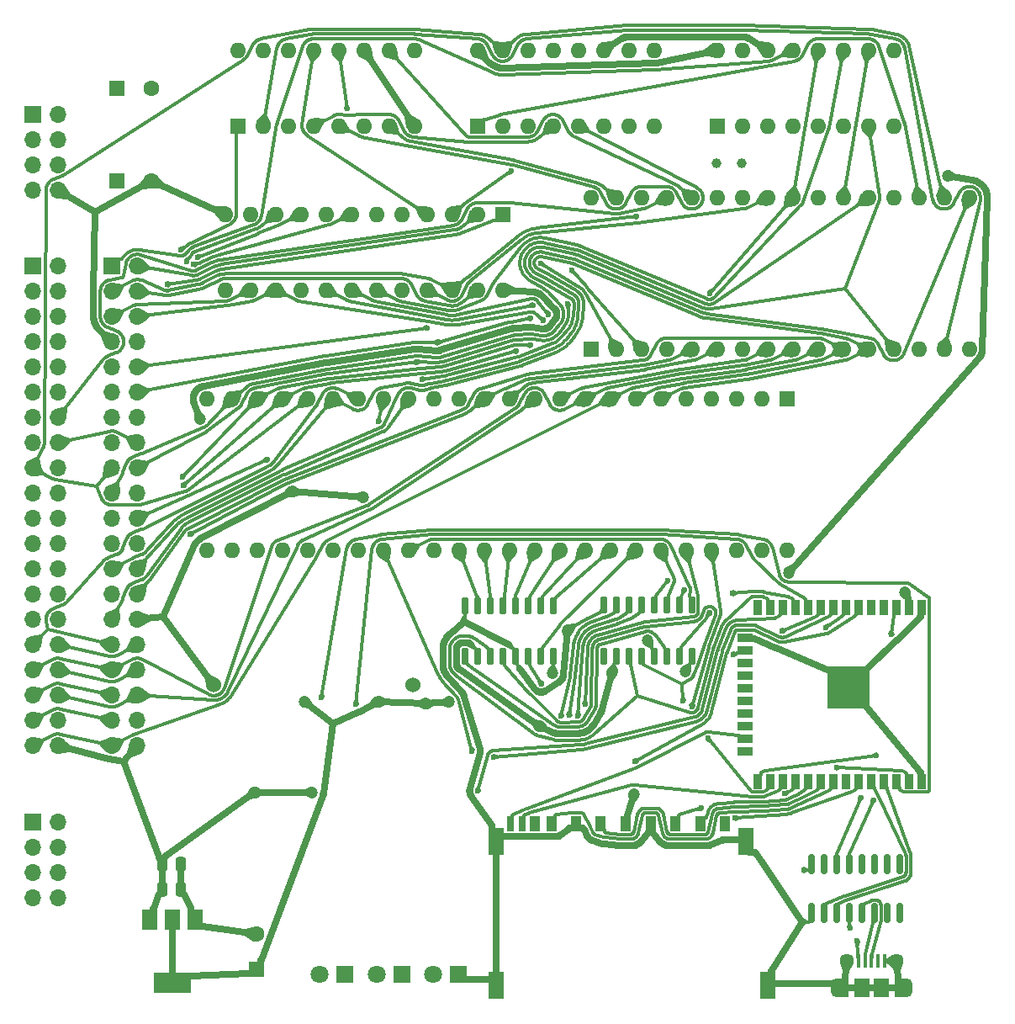
<source format=gbr>
%TF.GenerationSoftware,KiCad,Pcbnew,7.0.0-da2b9df05c~163~ubuntu22.04.1*%
%TF.CreationDate,2023-02-22T18:51:15-05:00*%
%TF.ProjectId,main,6d61696e-2e6b-4696-9361-645f70636258,rev?*%
%TF.SameCoordinates,Original*%
%TF.FileFunction,Copper,L1,Top*%
%TF.FilePolarity,Positive*%
%FSLAX46Y46*%
G04 Gerber Fmt 4.6, Leading zero omitted, Abs format (unit mm)*
G04 Created by KiCad (PCBNEW 7.0.0-da2b9df05c~163~ubuntu22.04.1) date 2023-02-22 18:51:15*
%MOMM*%
%LPD*%
G01*
G04 APERTURE LIST*
G04 Aperture macros list*
%AMRoundRect*
0 Rectangle with rounded corners*
0 $1 Rounding radius*
0 $2 $3 $4 $5 $6 $7 $8 $9 X,Y pos of 4 corners*
0 Add a 4 corners polygon primitive as box body*
4,1,4,$2,$3,$4,$5,$6,$7,$8,$9,$2,$3,0*
0 Add four circle primitives for the rounded corners*
1,1,$1+$1,$2,$3*
1,1,$1+$1,$4,$5*
1,1,$1+$1,$6,$7*
1,1,$1+$1,$8,$9*
0 Add four rect primitives between the rounded corners*
20,1,$1+$1,$2,$3,$4,$5,0*
20,1,$1+$1,$4,$5,$6,$7,0*
20,1,$1+$1,$6,$7,$8,$9,0*
20,1,$1+$1,$8,$9,$2,$3,0*%
G04 Aperture macros list end*
%TA.AperFunction,ComponentPad*%
%ADD10R,1.700000X1.700000*%
%TD*%
%TA.AperFunction,ComponentPad*%
%ADD11O,1.700000X1.700000*%
%TD*%
%TA.AperFunction,ComponentPad*%
%ADD12R,1.600000X1.600000*%
%TD*%
%TA.AperFunction,ComponentPad*%
%ADD13C,1.600000*%
%TD*%
%TA.AperFunction,ComponentPad*%
%ADD14O,1.600000X1.600000*%
%TD*%
%TA.AperFunction,ComponentPad*%
%ADD15R,1.800000X1.800000*%
%TD*%
%TA.AperFunction,ComponentPad*%
%ADD16C,1.800000*%
%TD*%
%TA.AperFunction,SMDPad,CuDef*%
%ADD17RoundRect,0.250000X-0.250000X-0.475000X0.250000X-0.475000X0.250000X0.475000X-0.250000X0.475000X0*%
%TD*%
%TA.AperFunction,SMDPad,CuDef*%
%ADD18R,1.000000X1.500000*%
%TD*%
%TA.AperFunction,SMDPad,CuDef*%
%ADD19R,0.700000X1.500000*%
%TD*%
%TA.AperFunction,SMDPad,CuDef*%
%ADD20R,0.750000X1.500000*%
%TD*%
%TA.AperFunction,SMDPad,CuDef*%
%ADD21R,1.500000X2.800000*%
%TD*%
%TA.AperFunction,SMDPad,CuDef*%
%ADD22R,1.500000X2.000000*%
%TD*%
%TA.AperFunction,SMDPad,CuDef*%
%ADD23R,3.800000X2.000000*%
%TD*%
%TA.AperFunction,ComponentPad*%
%ADD24C,1.000000*%
%TD*%
%TA.AperFunction,ComponentPad*%
%ADD25C,1.524000*%
%TD*%
%TA.AperFunction,SMDPad,CuDef*%
%ADD26R,0.400000X1.350000*%
%TD*%
%TA.AperFunction,ComponentPad*%
%ADD27O,1.200000X1.900000*%
%TD*%
%TA.AperFunction,SMDPad,CuDef*%
%ADD28R,1.200000X1.900000*%
%TD*%
%TA.AperFunction,ComponentPad*%
%ADD29C,1.450000*%
%TD*%
%TA.AperFunction,SMDPad,CuDef*%
%ADD30R,1.500000X1.900000*%
%TD*%
%TA.AperFunction,SMDPad,CuDef*%
%ADD31RoundRect,0.150000X0.150000X-0.825000X0.150000X0.825000X-0.150000X0.825000X-0.150000X-0.825000X0*%
%TD*%
%TA.AperFunction,SMDPad,CuDef*%
%ADD32R,0.900000X1.500000*%
%TD*%
%TA.AperFunction,SMDPad,CuDef*%
%ADD33R,1.500000X0.900000*%
%TD*%
%TA.AperFunction,SMDPad,CuDef*%
%ADD34R,1.050000X1.050000*%
%TD*%
%TA.AperFunction,HeatsinkPad*%
%ADD35C,0.600000*%
%TD*%
%TA.AperFunction,SMDPad,CuDef*%
%ADD36R,4.200000X4.200000*%
%TD*%
%TA.AperFunction,SMDPad,CuDef*%
%ADD37RoundRect,0.150000X-0.150000X0.725000X-0.150000X-0.725000X0.150000X-0.725000X0.150000X0.725000X0*%
%TD*%
%TA.AperFunction,ViaPad*%
%ADD38C,0.600000*%
%TD*%
%TA.AperFunction,ViaPad*%
%ADD39C,1.200000*%
%TD*%
%TA.AperFunction,Conductor*%
%ADD40C,0.300000*%
%TD*%
%TA.AperFunction,Conductor*%
%ADD41C,0.700000*%
%TD*%
G04 APERTURE END LIST*
D10*
%TO.P,J1,1,Pin_1*%
%TO.N,unconnected-(J1-Pin_1-Pad1)*%
X22539999Y-101779999D03*
D11*
%TO.P,J1,2,Pin_2*%
%TO.N,unconnected-(J1-Pin_2-Pad2)*%
X25079999Y-101779999D03*
%TO.P,J1,3,Pin_3*%
%TO.N,unconnected-(J1-Pin_3-Pad3)*%
X22539999Y-104319999D03*
%TO.P,J1,4,Pin_4*%
%TO.N,unconnected-(J1-Pin_4-Pad4)*%
X25079999Y-104319999D03*
%TO.P,J1,5,Pin_5*%
%TO.N,unconnected-(J1-Pin_5-Pad5)*%
X22539999Y-106859999D03*
%TO.P,J1,6,Pin_6*%
%TO.N,unconnected-(J1-Pin_6-Pad6)*%
X25079999Y-106859999D03*
%TO.P,J1,7,Pin_7*%
%TO.N,unconnected-(J1-Pin_7-Pad7)*%
X22539999Y-109399999D03*
%TO.P,J1,8,Pin_8*%
%TO.N,unconnected-(J1-Pin_8-Pad8)*%
X25079999Y-109399999D03*
%TD*%
D10*
%TO.P,J5,1,Pin_1*%
%TO.N,+5V*%
X22539999Y-30599999D03*
D11*
%TO.P,J5,2,Pin_2*%
%TO.N,GND*%
X25079999Y-30599999D03*
%TO.P,J5,3,Pin_3*%
%TO.N,+5V*%
X22539999Y-33139999D03*
%TO.P,J5,4,Pin_4*%
%TO.N,GND*%
X25079999Y-33139999D03*
%TO.P,J5,5,Pin_5*%
%TO.N,unconnected-(J5-Pin_5-Pad5)*%
X22539999Y-35679999D03*
%TO.P,J5,6,Pin_6*%
%TO.N,GND*%
X25079999Y-35679999D03*
%TO.P,J5,7,Pin_7*%
%TO.N,unconnected-(J5-Pin_7-Pad7)*%
X22539999Y-38219999D03*
%TO.P,J5,8,Pin_8*%
%TO.N,GND*%
X25079999Y-38219999D03*
%TD*%
D10*
%TO.P,J2,1,~{SYSRES}*%
%TO.N,~{F_SYSRES}*%
X22539999Y-45869999D03*
D11*
%TO.P,J2,2,~{RAS}*%
%TO.N,~{F_MREQ}*%
X25079999Y-45869999D03*
%TO.P,J2,3,A10*%
%TO.N,F_A10*%
X22539999Y-48409999D03*
%TO.P,J2,4,~{EXMEM}*%
%TO.N,~{F_EXMEM}*%
X25079999Y-48409999D03*
%TO.P,J2,5,A13*%
%TO.N,F_A13*%
X22539999Y-50949999D03*
%TO.P,J2,6,A12*%
%TO.N,F_A12*%
X25079999Y-50949999D03*
%TO.P,J2,7,GND*%
%TO.N,GND*%
X22539999Y-53489999D03*
%TO.P,J2,8,A15*%
%TO.N,F_A15*%
X25079999Y-53489999D03*
%TO.P,J2,9,A14*%
%TO.N,F_A14*%
X22539999Y-56029999D03*
%TO.P,J2,10,A11*%
%TO.N,F_A11*%
X25079999Y-56029999D03*
%TO.P,J2,11,~{OUT}*%
%TO.N,~{F_OUT}*%
X22539999Y-58569999D03*
%TO.P,J2,12,A8*%
%TO.N,F_A8*%
X25079999Y-58569999D03*
%TO.P,J2,13,~{INTAK}*%
%TO.N,~{F_INTAK}*%
X22539999Y-61109999D03*
%TO.P,J2,14,~{WR}*%
%TO.N,~{F_WRITE}*%
X25079999Y-61109999D03*
%TO.P,J2,15,~{INUSE}*%
%TO.N,~{F_INUSE}*%
X22539999Y-63649999D03*
%TO.P,J2,16,~{RD}*%
%TO.N,~{F_READ}*%
X25079999Y-63649999D03*
%TO.P,J2,17,D4*%
%TO.N,F_D4*%
X22539999Y-66189999D03*
%TO.P,J2,18,A9*%
%TO.N,F_A9*%
X25079999Y-66189999D03*
%TO.P,J2,19,D7*%
%TO.N,F_D7*%
X22539999Y-68729999D03*
%TO.P,J2,20,~{IN}*%
%TO.N,~{F_IN}*%
X25079999Y-68729999D03*
%TO.P,J2,21,D1*%
%TO.N,F_D1*%
X22539999Y-71269999D03*
%TO.P,J2,22,~{INT}*%
%TO.N,~{F_INT}*%
X25079999Y-71269999D03*
%TO.P,J2,23,D6*%
%TO.N,F_D6*%
X22539999Y-73809999D03*
%TO.P,J2,24,CLK*%
%TO.N,CLK*%
X25079999Y-73809999D03*
%TO.P,J2,25,D3*%
%TO.N,F_D3*%
X22539999Y-76349999D03*
%TO.P,J2,26,A0*%
%TO.N,F_A0*%
X25079999Y-76349999D03*
%TO.P,J2,27,D5*%
%TO.N,F_D5*%
X22539999Y-78889999D03*
%TO.P,J2,28,A1*%
%TO.N,F_A1*%
X25079999Y-78889999D03*
%TO.P,J2,29,D0*%
%TO.N,F_D0*%
X22539999Y-81429999D03*
%TO.P,J2,30,GND*%
%TO.N,GND*%
X25079999Y-81429999D03*
%TO.P,J2,31,D2*%
%TO.N,F_D2*%
X22539999Y-83969999D03*
%TO.P,J2,32,A4*%
%TO.N,F_A4*%
X25079999Y-83969999D03*
%TO.P,J2,33,A3*%
%TO.N,F_A3*%
X22539999Y-86509999D03*
%TO.P,J2,34,~{WAIT}*%
%TO.N,~{F_WAIT}*%
X25079999Y-86509999D03*
%TO.P,J2,35,A7*%
%TO.N,F_A7*%
X22539999Y-89049999D03*
%TO.P,J2,36,A5*%
%TO.N,F_A5*%
X25079999Y-89049999D03*
%TO.P,J2,37,A6*%
%TO.N,F_A6*%
X22539999Y-91589999D03*
%TO.P,J2,38,GND*%
%TO.N,GND*%
X25079999Y-91589999D03*
%TO.P,J2,39,A2*%
%TO.N,F_A2*%
X22539999Y-94129999D03*
%TO.P,J2,40,+5V*%
%TO.N,+5V*%
X25079999Y-94129999D03*
%TD*%
D10*
%TO.P,J3,1,~{SYSRES}*%
%TO.N,~{F_SYSRES}*%
X30539999Y-45869999D03*
D11*
%TO.P,J3,2,~{RAS}*%
%TO.N,~{F_MREQ}*%
X33079999Y-45869999D03*
%TO.P,J3,3,A10*%
%TO.N,F_A10*%
X30539999Y-48409999D03*
%TO.P,J3,4,~{EXMEM}*%
%TO.N,~{F_EXMEM}*%
X33079999Y-48409999D03*
%TO.P,J3,5,A13*%
%TO.N,F_A13*%
X30539999Y-50949999D03*
%TO.P,J3,6,A12*%
%TO.N,F_A12*%
X33079999Y-50949999D03*
%TO.P,J3,7,GND*%
%TO.N,GND*%
X30539999Y-53489999D03*
%TO.P,J3,8,A15*%
%TO.N,F_A15*%
X33079999Y-53489999D03*
%TO.P,J3,9,A14*%
%TO.N,F_A14*%
X30539999Y-56029999D03*
%TO.P,J3,10,A11*%
%TO.N,F_A11*%
X33079999Y-56029999D03*
%TO.P,J3,11,~{OUT}*%
%TO.N,~{F_OUT}*%
X30539999Y-58569999D03*
%TO.P,J3,12,A8*%
%TO.N,F_A8*%
X33079999Y-58569999D03*
%TO.P,J3,13,~{INTAK}*%
%TO.N,~{F_INTAK}*%
X30539999Y-61109999D03*
%TO.P,J3,14,~{WR}*%
%TO.N,~{F_WRITE}*%
X33079999Y-61109999D03*
%TO.P,J3,15,~{INUSE}*%
%TO.N,~{F_INUSE}*%
X30539999Y-63649999D03*
%TO.P,J3,16,~{RD}*%
%TO.N,~{F_READ}*%
X33079999Y-63649999D03*
%TO.P,J3,17,D4*%
%TO.N,F_D4*%
X30539999Y-66189999D03*
%TO.P,J3,18,A9*%
%TO.N,F_A9*%
X33079999Y-66189999D03*
%TO.P,J3,19,D7*%
%TO.N,F_D7*%
X30539999Y-68729999D03*
%TO.P,J3,20,~{IN}*%
%TO.N,~{F_IN}*%
X33079999Y-68729999D03*
%TO.P,J3,21,D1*%
%TO.N,F_D1*%
X30539999Y-71269999D03*
%TO.P,J3,22,~{INT}*%
%TO.N,~{F_INT}*%
X33079999Y-71269999D03*
%TO.P,J3,23,D6*%
%TO.N,F_D6*%
X30539999Y-73809999D03*
%TO.P,J3,24,CLK*%
%TO.N,CLK*%
X33079999Y-73809999D03*
%TO.P,J3,25,D3*%
%TO.N,F_D3*%
X30539999Y-76349999D03*
%TO.P,J3,26,A0*%
%TO.N,F_A0*%
X33079999Y-76349999D03*
%TO.P,J3,27,D5*%
%TO.N,F_D5*%
X30539999Y-78889999D03*
%TO.P,J3,28,A1*%
%TO.N,F_A1*%
X33079999Y-78889999D03*
%TO.P,J3,29,D0*%
%TO.N,F_D0*%
X30539999Y-81429999D03*
%TO.P,J3,30,GND*%
%TO.N,GND*%
X33079999Y-81429999D03*
%TO.P,J3,31,D2*%
%TO.N,F_D2*%
X30539999Y-83969999D03*
%TO.P,J3,32,A4*%
%TO.N,F_A4*%
X33079999Y-83969999D03*
%TO.P,J3,33,A3*%
%TO.N,F_A3*%
X30539999Y-86509999D03*
%TO.P,J3,34,~{WAIT}*%
%TO.N,~{F_WAIT}*%
X33079999Y-86509999D03*
%TO.P,J3,35,A7*%
%TO.N,F_A7*%
X30539999Y-89049999D03*
%TO.P,J3,36,A5*%
%TO.N,F_A5*%
X33079999Y-89049999D03*
%TO.P,J3,37,A6*%
%TO.N,F_A6*%
X30539999Y-91589999D03*
%TO.P,J3,38,GND*%
%TO.N,GND*%
X33079999Y-91589999D03*
%TO.P,J3,39,A2*%
%TO.N,F_A2*%
X30539999Y-94129999D03*
%TO.P,J3,40,+5V*%
%TO.N,+5V*%
X33079999Y-94129999D03*
%TD*%
D12*
%TO.P,C4,1*%
%TO.N,+5V*%
X30999999Y-27999999D03*
D13*
%TO.P,C4,2*%
%TO.N,GND*%
X34500000Y-28000000D03*
%TD*%
D12*
%TO.P,C1,1*%
%TO.N,+5V*%
X30999999Y-37299999D03*
D13*
%TO.P,C1,2*%
%TO.N,GND*%
X34500000Y-37300000D03*
%TD*%
D12*
%TO.P,U2,1,X1*%
%TO.N,Net-(U2-X1)*%
X91439999Y-31749999D03*
D14*
%TO.P,U2,2,X2*%
%TO.N,Net-(U2-X2)*%
X93979999Y-31749999D03*
%TO.P,U2,3,~{WE}*%
%TO.N,~{F_WRITE}*%
X96519999Y-31749999D03*
%TO.P,U2,4,BAT1*%
%TO.N,Net-(BT1-+)*%
X99059999Y-31749999D03*
%TO.P,U2,5,GND*%
%TO.N,GND*%
X101599999Y-31749999D03*
%TO.P,U2,6,D*%
%TO.N,F_D0*%
X104139999Y-31749999D03*
%TO.P,U2,7,Q*%
X106679999Y-31749999D03*
%TO.P,U2,8,GND*%
%TO.N,GND*%
X109219999Y-31749999D03*
%TO.P,U2,9,ROM~{RAM}*%
X109219999Y-24129999D03*
%TO.P,U2,10,~{CEO}*%
%TO.N,Net-(U2-~{CEO})*%
X106679999Y-24129999D03*
%TO.P,U2,11,~{CEI}*%
%TO.N,Net-(U2-~{CEI})*%
X104139999Y-24129999D03*
%TO.P,U2,12,~{OE}*%
%TO.N,~{F_READ}*%
X101599999Y-24129999D03*
%TO.P,U2,13,~{RST}*%
%TO.N,~{F_SYSRES}*%
X99059999Y-24129999D03*
%TO.P,U2,14,BAT2*%
%TO.N,GND*%
X96519999Y-24129999D03*
%TO.P,U2,15,VCC0*%
%TO.N,Net-(U2-VCC0)*%
X93979999Y-24129999D03*
%TO.P,U2,16,VCC1*%
%TO.N,+5V*%
X91439999Y-24129999D03*
%TD*%
D12*
%TO.P,C9,1*%
%TO.N,+3V3*%
X45084999Y-116587699D03*
D13*
%TO.P,C9,2*%
%TO.N,GND*%
X45085000Y-113087700D03*
%TD*%
D15*
%TO.P,D1,1,K*%
%TO.N,GND*%
X65409999Y-117117499D03*
D16*
%TO.P,D1,2,A*%
%TO.N,Net-(D1-A)*%
X62870000Y-117117500D03*
%TD*%
D12*
%TO.P,U5,1,~{CE}l*%
%TO.N,Net-(U5-~{CE}l)*%
X98469999Y-59249999D03*
D14*
%TO.P,U5,2,R~{W}l*%
%TO.N,~{F_WRITE}*%
X95929999Y-59249999D03*
%TO.P,U5,3,~{BUSY}l*%
%TO.N,unconnected-(U5-~{BUSY}l-Pad3)*%
X93389999Y-59249999D03*
%TO.P,U5,4,~{INT}l*%
%TO.N,Net-(U5-~{INT}l)*%
X90849999Y-59249999D03*
%TO.P,U5,5,~{OE}l*%
%TO.N,~{F_READ}*%
X88309999Y-59249999D03*
%TO.P,U5,6,A0l*%
%TO.N,F_A0*%
X85769999Y-59249999D03*
%TO.P,U5,7,A1l*%
%TO.N,F_A1*%
X83229999Y-59249999D03*
%TO.P,U5,8,A2l*%
%TO.N,F_A2*%
X80689999Y-59249999D03*
%TO.P,U5,9,A3l*%
%TO.N,F_A3*%
X78149999Y-59249999D03*
%TO.P,U5,10,A4r*%
%TO.N,F_A4*%
X75609999Y-59249999D03*
%TO.P,U5,11,A5l*%
%TO.N,F_A5*%
X73069999Y-59249999D03*
%TO.P,U5,12,A6l*%
%TO.N,F_A6*%
X70529999Y-59249999D03*
%TO.P,U5,13,A7l*%
%TO.N,F_A7*%
X67989999Y-59249999D03*
%TO.P,U5,14,A8l*%
%TO.N,F_A8*%
X65449999Y-59249999D03*
%TO.P,U5,15,A9l*%
%TO.N,F_A9*%
X62909999Y-59249999D03*
%TO.P,U5,16,D0l*%
%TO.N,F_D0*%
X60369999Y-59249999D03*
%TO.P,U5,17,D1l*%
%TO.N,F_D1*%
X57829999Y-59249999D03*
%TO.P,U5,18,D2l*%
%TO.N,F_D2*%
X55289999Y-59249999D03*
%TO.P,U5,19,D3l*%
%TO.N,F_D3*%
X52749999Y-59249999D03*
%TO.P,U5,20,D4l*%
%TO.N,F_D4*%
X50209999Y-59249999D03*
%TO.P,U5,21,D5l*%
%TO.N,F_D5*%
X47669999Y-59249999D03*
%TO.P,U5,22,D6l*%
%TO.N,F_D6*%
X45129999Y-59249999D03*
%TO.P,U5,23,D7l*%
%TO.N,F_D7*%
X42589999Y-59249999D03*
%TO.P,U5,24,GND*%
%TO.N,GND*%
X40049999Y-59249999D03*
%TO.P,U5,25,D0r*%
%TO.N,AD0*%
X40049999Y-74489999D03*
%TO.P,U5,26,D1r*%
%TO.N,AD1*%
X42589999Y-74489999D03*
%TO.P,U5,27,D2r*%
%TO.N,AD2*%
X45129999Y-74489999D03*
%TO.P,U5,28,D3r*%
%TO.N,AD3*%
X47669999Y-74489999D03*
%TO.P,U5,29,D4r*%
%TO.N,AD4*%
X50209999Y-74489999D03*
%TO.P,U5,30,D5r*%
%TO.N,AD5*%
X52749999Y-74489999D03*
%TO.P,U5,31,D6r*%
%TO.N,AD6*%
X55289999Y-74489999D03*
%TO.P,U5,32,D7r*%
%TO.N,AD7*%
X57829999Y-74489999D03*
%TO.P,U5,33,A9r*%
%TO.N,AA9*%
X60369999Y-74489999D03*
%TO.P,U5,34,A8r*%
%TO.N,AA8*%
X62909999Y-74489999D03*
%TO.P,U5,35,A7r*%
%TO.N,AA7*%
X65449999Y-74489999D03*
%TO.P,U5,36,A6r*%
%TO.N,AA6*%
X67989999Y-74489999D03*
%TO.P,U5,37,A5r*%
%TO.N,AA5*%
X70529999Y-74489999D03*
%TO.P,U5,38,A4r*%
%TO.N,AA4*%
X73069999Y-74489999D03*
%TO.P,U5,39,A3r*%
%TO.N,AA3*%
X75609999Y-74489999D03*
%TO.P,U5,40,A2r*%
%TO.N,AA2*%
X78149999Y-74489999D03*
%TO.P,U5,41,A1r*%
%TO.N,AA1*%
X80689999Y-74489999D03*
%TO.P,U5,42,A0r*%
%TO.N,AA0*%
X83229999Y-74489999D03*
%TO.P,U5,43,~{OE}r*%
%TO.N,AOE*%
X85769999Y-74489999D03*
%TO.P,U5,44,~{INT}r*%
%TO.N,AINT*%
X88309999Y-74489999D03*
%TO.P,U5,45,~{BUSY}r*%
%TO.N,ABUSY*%
X90849999Y-74489999D03*
%TO.P,U5,46,R~{W}r*%
%TO.N,ARW*%
X93389999Y-74489999D03*
%TO.P,U5,47,~{CE}r*%
%TO.N,ACE*%
X95929999Y-74489999D03*
%TO.P,U5,48,VCC*%
%TO.N,+5V*%
X98469999Y-74489999D03*
%TD*%
D15*
%TO.P,D2,1,K*%
%TO.N,GND*%
X59689999Y-117117499D03*
D16*
%TO.P,D2,2,A*%
%TO.N,Net-(D2-A)*%
X57150000Y-117117500D03*
%TD*%
D17*
%TO.P,C5,1*%
%TO.N,+5V*%
X35560000Y-106045000D03*
%TO.P,C5,2*%
%TO.N,GND*%
X37460000Y-106045000D03*
%TD*%
%TO.P,C7,1*%
%TO.N,+5V*%
X35560000Y-108585000D03*
%TO.P,C7,2*%
%TO.N,GND*%
X37460000Y-108585000D03*
%TD*%
D18*
%TO.P,J9,1,CD/DAT3*%
%TO.N,SD_CS*%
X89749999Y-101974999D03*
%TO.P,J9,2,CMD*%
%TO.N,SD_MOSI*%
X87249999Y-101974999D03*
%TO.P,J9,3,VSS*%
%TO.N,GND*%
X84749999Y-101974999D03*
%TO.P,J9,4,VDD*%
%TO.N,+3V3*%
X82249999Y-101974999D03*
%TO.P,J9,5,CLK*%
%TO.N,SD_CLK*%
X79749999Y-101974999D03*
%TO.P,J9,6,VSS*%
%TO.N,GND*%
X77249999Y-101974999D03*
%TO.P,J9,7,DAT0*%
%TO.N,SD_MISO*%
X74819999Y-101974999D03*
%TO.P,J9,8,DAT1*%
%TO.N,unconnected-(J9-DAT1-Pad8)*%
X73119999Y-101974999D03*
%TO.P,J9,9,DAT2*%
%TO.N,unconnected-(J9-DAT2-Pad9)*%
X92249999Y-101974999D03*
D19*
%TO.P,J9,10,CARD_DETECT*%
%TO.N,CD*%
X71819999Y-101974999D03*
D20*
%TO.P,J9,11,WRITE_PROTECT*%
%TO.N,WP*%
X70619999Y-101974999D03*
D21*
%TO.P,J9,12,SHELL1*%
%TO.N,GND*%
X69219999Y-103774999D03*
X69219999Y-118274999D03*
%TO.P,J9,13,SHELL2*%
X94319999Y-103774999D03*
X96519999Y-118274999D03*
%TD*%
D22*
%TO.P,U1,1,GND*%
%TO.N,GND*%
X38894999Y-111639999D03*
%TO.P,U1,2,VO*%
%TO.N,+3V3*%
X36594999Y-111639999D03*
D23*
X36594999Y-117939999D03*
D22*
%TO.P,U1,3,VI*%
%TO.N,+5V*%
X34294999Y-111639999D03*
%TD*%
D24*
%TO.P,Y1,1,1*%
%TO.N,Net-(U2-X2)*%
X93970000Y-35500000D03*
%TO.P,Y1,2,2*%
%TO.N,Net-(U2-X1)*%
X91430000Y-35500000D03*
%TD*%
D12*
%TO.P,U7,1,D2*%
%TO.N,F_D5*%
X67309999Y-31749999D03*
D14*
%TO.P,U7,2,D3*%
%TO.N,F_D6*%
X69849999Y-31749999D03*
%TO.P,U7,3,D4*%
%TO.N,F_D7*%
X72389999Y-31749999D03*
%TO.P,U7,4,Rb*%
%TO.N,F_A14*%
X74929999Y-31749999D03*
%TO.P,U7,5,Ra*%
%TO.N,F_A13*%
X77469999Y-31749999D03*
%TO.P,U7,6,Q4*%
%TO.N,~{EN_EXTRA}*%
X80009999Y-31749999D03*
%TO.P,U7,7,Q3*%
%TO.N,unconnected-(U7-Q3-Pad7)*%
X82549999Y-31749999D03*
%TO.P,U7,8,GND*%
%TO.N,GND*%
X85089999Y-31749999D03*
%TO.P,U7,9,Q2*%
%TO.N,S5*%
X85089999Y-24129999D03*
%TO.P,U7,10,Q1*%
%TO.N,S4*%
X82549999Y-24129999D03*
%TO.P,U7,11,~{RD}*%
%TO.N,GND*%
X80009999Y-24129999D03*
%TO.P,U7,12,~{WR}*%
%TO.N,Net-(U3-~{WR})*%
X77469999Y-24129999D03*
%TO.P,U7,13,Wb*%
%TO.N,F_A1*%
X74929999Y-24129999D03*
%TO.P,U7,14,Wa*%
%TO.N,F_A0*%
X72389999Y-24129999D03*
%TO.P,U7,15,D1*%
%TO.N,F_D4*%
X69849999Y-24129999D03*
%TO.P,U7,16,VCC*%
%TO.N,+5V*%
X67309999Y-24129999D03*
%TD*%
D25*
%TO.P,BT1,1,+*%
%TO.N,Net-(BT1-+)*%
X60800000Y-88000000D03*
%TO.P,BT1,2,-*%
%TO.N,GND*%
X40800000Y-88000000D03*
%TD*%
D12*
%TO.P,U6,1,A18*%
%TO.N,S5*%
X78739999Y-54239999D03*
D14*
%TO.P,U6,2,A16*%
%TO.N,S3*%
X81279999Y-54239999D03*
%TO.P,U6,3,A14*%
%TO.N,S1*%
X83819999Y-54239999D03*
%TO.P,U6,4,A12*%
%TO.N,F_A12*%
X86359999Y-54239999D03*
%TO.P,U6,5,A7*%
%TO.N,F_A7*%
X88899999Y-54239999D03*
%TO.P,U6,6,A6*%
%TO.N,F_A6*%
X91439999Y-54239999D03*
%TO.P,U6,7,A5*%
%TO.N,F_A5*%
X93979999Y-54239999D03*
%TO.P,U6,8,A4*%
%TO.N,F_A4*%
X96519999Y-54239999D03*
%TO.P,U6,9,A3*%
%TO.N,F_A3*%
X99059999Y-54239999D03*
%TO.P,U6,10,A2*%
%TO.N,F_A2*%
X101599999Y-54239999D03*
%TO.P,U6,11,A1*%
%TO.N,F_A1*%
X104139999Y-54239999D03*
%TO.P,U6,12,A0*%
%TO.N,F_A0*%
X106679999Y-54239999D03*
%TO.P,U6,13,D0*%
%TO.N,F_D0*%
X109219999Y-54239999D03*
%TO.P,U6,14,D1*%
%TO.N,F_D1*%
X111759999Y-54239999D03*
%TO.P,U6,15,D2*%
%TO.N,F_D2*%
X114299999Y-54239999D03*
%TO.P,U6,16,GND*%
%TO.N,GND*%
X116839999Y-54239999D03*
%TO.P,U6,17,D3*%
%TO.N,F_D3*%
X116839999Y-38999999D03*
%TO.P,U6,18,D4*%
%TO.N,F_D4*%
X114299999Y-38999999D03*
%TO.P,U6,19,D5*%
%TO.N,F_D5*%
X111759999Y-38999999D03*
%TO.P,U6,20,D6*%
%TO.N,F_D6*%
X109219999Y-38999999D03*
%TO.P,U6,21,D7*%
%TO.N,F_D7*%
X106679999Y-38999999D03*
%TO.P,U6,22,~{CE}*%
%TO.N,Net-(U2-~{CEO})*%
X104139999Y-38999999D03*
%TO.P,U6,23,A10*%
%TO.N,F_A10*%
X101599999Y-38999999D03*
%TO.P,U6,24,~{OE}*%
%TO.N,~{F_READ}*%
X99059999Y-38999999D03*
%TO.P,U6,25,A11*%
%TO.N,F_A11*%
X96519999Y-38999999D03*
%TO.P,U6,26,A9*%
%TO.N,F_A9*%
X93979999Y-38999999D03*
%TO.P,U6,27,A8*%
%TO.N,F_A8*%
X91439999Y-38999999D03*
%TO.P,U6,28,A13*%
%TO.N,S0*%
X88899999Y-38999999D03*
%TO.P,U6,29,~{WE}*%
%TO.N,~{F_WRITE}*%
X86359999Y-38999999D03*
%TO.P,U6,30,A17*%
%TO.N,S4*%
X83819999Y-38999999D03*
%TO.P,U6,31,A15*%
%TO.N,S2*%
X81279999Y-38999999D03*
%TO.P,U6,32,VCC*%
%TO.N,Net-(U2-VCC0)*%
X78739999Y-38999999D03*
%TD*%
D12*
%TO.P,U8,1,1*%
%TO.N,~{F_OUT}*%
X69849999Y-40639999D03*
D14*
%TO.P,U8,2,2*%
%TO.N,~{F_MREQ}*%
X67309999Y-40639999D03*
%TO.P,U8,3,3*%
%TO.N,F_A0*%
X64769999Y-40639999D03*
%TO.P,U8,4,4*%
%TO.N,F_A1*%
X62229999Y-40639999D03*
%TO.P,U8,5,5*%
%TO.N,F_A2*%
X59689999Y-40639999D03*
%TO.P,U8,6,6*%
%TO.N,F_A3*%
X57149999Y-40639999D03*
%TO.P,U8,7,7*%
%TO.N,F_A4*%
X54609999Y-40639999D03*
%TO.P,U8,8,8*%
%TO.N,F_A5*%
X52069999Y-40639999D03*
%TO.P,U8,9,9*%
%TO.N,F_A6*%
X49529999Y-40639999D03*
%TO.P,U8,10,10*%
%TO.N,F_A7*%
X46989999Y-40639999D03*
%TO.P,U8,11,11*%
%TO.N,F_A15*%
X44449999Y-40639999D03*
%TO.P,U8,12,GND*%
%TO.N,GND*%
X41909999Y-40639999D03*
%TO.P,U8,13,13*%
%TO.N,F_A14*%
X41909999Y-48259999D03*
%TO.P,U8,14,8_14*%
%TO.N,F_A13*%
X44449999Y-48259999D03*
%TO.P,U8,15,10_15*%
%TO.N,F_A12*%
X46989999Y-48259999D03*
%TO.P,U8,16,12_16*%
%TO.N,Net-(U8-12_16)*%
X49529999Y-48259999D03*
%TO.P,U8,17,14_17*%
%TO.N,~{EN_EXTRA}*%
X52069999Y-48259999D03*
%TO.P,U8,18,16_18*%
%TO.N,Net-(U5-~{CE}l)*%
X54609999Y-48259999D03*
%TO.P,U8,19,16_19*%
%TO.N,Net-(U2-~{CEI})*%
X57149999Y-48259999D03*
%TO.P,U8,20,14_20*%
%TO.N,Net-(U3-~{WR})*%
X59689999Y-48259999D03*
%TO.P,U8,21,12_21*%
%TO.N,F_A11*%
X62229999Y-48259999D03*
%TO.P,U8,22,10_22*%
%TO.N,F_A10*%
X64769999Y-48259999D03*
%TO.P,U8,23,8_23*%
%TO.N,~{F_EXMEM}*%
X67309999Y-48259999D03*
%TO.P,U8,24,VCC*%
%TO.N,+5V*%
X69849999Y-48259999D03*
%TD*%
D26*
%TO.P,J7,1,VBUS*%
%TO.N,Net-(J7-VBUS)*%
X105699999Y-115787499D03*
%TO.P,J7,2,D-*%
%TO.N,Net-(J7-D-)*%
X106349999Y-115787499D03*
%TO.P,J7,3,D+*%
%TO.N,Net-(J7-D+)*%
X106999999Y-115787499D03*
%TO.P,J7,4,ID*%
%TO.N,unconnected-(J7-ID-Pad4)*%
X107649999Y-115787499D03*
%TO.P,J7,5,GND*%
%TO.N,GND*%
X108299999Y-115787499D03*
D27*
%TO.P,J7,6,Shield*%
X103499999Y-118487499D03*
D28*
X104099999Y-118487499D03*
D29*
X104500000Y-115787500D03*
D30*
X105999999Y-118487499D03*
X107999999Y-118487499D03*
D29*
X109500000Y-115787500D03*
D28*
X109899999Y-118487499D03*
D27*
X110499999Y-118487499D03*
%TD*%
D31*
%TO.P,U9,1,GND*%
%TO.N,GND*%
X100965000Y-110995000D03*
%TO.P,U9,2,TXD*%
%TO.N,A_RXD*%
X102235000Y-110995000D03*
%TO.P,U9,3,RXD*%
%TO.N,A_TXD*%
X103505000Y-110995000D03*
%TO.P,U9,4,V3*%
%TO.N,Net-(U9-V3)*%
X104775000Y-110995000D03*
%TO.P,U9,5,UD+*%
%TO.N,Net-(J7-D+)*%
X106045000Y-110995000D03*
%TO.P,U9,6,UD-*%
%TO.N,Net-(J7-D-)*%
X107315000Y-110995000D03*
%TO.P,U9,7,NC*%
%TO.N,unconnected-(U9-NC-Pad7)*%
X108585000Y-110995000D03*
%TO.P,U9,8,NC*%
%TO.N,unconnected-(U9-NC-Pad8)*%
X109855000Y-110995000D03*
%TO.P,U9,9,~{CTS}*%
%TO.N,unconnected-(U9-~{CTS}-Pad9)*%
X109855000Y-106045000D03*
%TO.P,U9,10,~{DSR}*%
%TO.N,unconnected-(U9-~{DSR}-Pad10)*%
X108585000Y-106045000D03*
%TO.P,U9,11,~{RI}*%
%TO.N,unconnected-(U9-~{RI}-Pad11)*%
X107315000Y-106045000D03*
%TO.P,U9,12,~{DCD}*%
%TO.N,unconnected-(U9-~{DCD}-Pad12)*%
X106045000Y-106045000D03*
%TO.P,U9,13,~{DTR}*%
%TO.N,Net-(Q7-E)*%
X104775000Y-106045000D03*
%TO.P,U9,14,~{RTS}*%
%TO.N,Net-(Q10-E)*%
X103505000Y-106045000D03*
%TO.P,U9,15,R232*%
%TO.N,unconnected-(U9-R232-Pad15)*%
X102235000Y-106045000D03*
%TO.P,U9,16,VCC*%
%TO.N,Net-(J7-VBUS)*%
X100965000Y-106045000D03*
%TD*%
D32*
%TO.P,U4,1,GND*%
%TO.N,GND*%
X112064999Y-80204999D03*
%TO.P,U4,2,VDD*%
%TO.N,+3V3*%
X110794999Y-80204999D03*
%TO.P,U4,3,EN*%
%TO.N,A_RESET*%
X109524999Y-80204999D03*
%TO.P,U4,4,SENSOR_VP*%
%TO.N,unconnected-(U4-SENSOR_VP-Pad4)*%
X108254999Y-80204999D03*
%TO.P,U4,5,SENSOR_VN*%
%TO.N,unconnected-(U4-SENSOR_VN-Pad5)*%
X106984999Y-80204999D03*
%TO.P,U4,6,IO34*%
%TO.N,BBUSY*%
X105714999Y-80204999D03*
%TO.P,U4,7,IO35*%
%TO.N,BINT*%
X104444999Y-80204999D03*
%TO.P,U4,8,IO32*%
%TO.N,BD6*%
X103174999Y-80204999D03*
%TO.P,U4,9,IO33*%
%TO.N,BD7*%
X101904999Y-80204999D03*
%TO.P,U4,10,IO25*%
%TO.N,BD3*%
X100634999Y-80204999D03*
%TO.P,U4,11,IO26*%
%TO.N,BD4*%
X99364999Y-80204999D03*
%TO.P,U4,12,IO27*%
%TO.N,BD5*%
X98094999Y-80204999D03*
%TO.P,U4,13,IO14*%
%TO.N,SR_CLK*%
X96824999Y-80204999D03*
%TO.P,U4,14,IO12*%
%TO.N,unconnected-(U4-IO12-Pad14)*%
X95554999Y-80204999D03*
D33*
%TO.P,U4,15,GND*%
%TO.N,GND*%
X94304999Y-83244999D03*
%TO.P,U4,16,IO13*%
%TO.N,SR_SER*%
X94304999Y-84514999D03*
%TO.P,U4,17,SHD/SD2*%
%TO.N,unconnected-(U4-SHD{slash}SD2-Pad17)*%
X94304999Y-85784999D03*
%TO.P,U4,18,SWP/SD3*%
%TO.N,unconnected-(U4-SWP{slash}SD3-Pad18)*%
X94304999Y-87054999D03*
%TO.P,U4,19,SCS/CMD*%
%TO.N,unconnected-(U4-SCS{slash}CMD-Pad19)*%
X94304999Y-88324999D03*
%TO.P,U4,20,SCK/CLK*%
%TO.N,unconnected-(U4-SCK{slash}CLK-Pad20)*%
X94304999Y-89594999D03*
%TO.P,U4,21,SDO/SD0*%
%TO.N,unconnected-(U4-SDO{slash}SD0-Pad21)*%
X94304999Y-90864999D03*
%TO.P,U4,22,SDI/SD1*%
%TO.N,unconnected-(U4-SDI{slash}SD1-Pad22)*%
X94304999Y-92134999D03*
%TO.P,U4,23,IO15*%
%TO.N,WP*%
X94304999Y-93404999D03*
%TO.P,U4,24,IO2*%
%TO.N,unconnected-(U4-IO2-Pad24)*%
X94304999Y-94674999D03*
D32*
%TO.P,U4,25,IO0*%
%TO.N,A_GPIO0*%
X95554999Y-97704999D03*
%TO.P,U4,26,IO4*%
%TO.N,SR_LAT*%
X96824999Y-97704999D03*
%TO.P,U4,27,IO16*%
%TO.N,CD*%
X98094999Y-97704999D03*
%TO.P,U4,28,IO17*%
%TO.N,BD0*%
X99364999Y-97704999D03*
%TO.P,U4,29,IO5*%
%TO.N,SD_CS*%
X100634999Y-97704999D03*
%TO.P,U4,30,IO18*%
%TO.N,SD_CLK*%
X101904999Y-97704999D03*
%TO.P,U4,31,IO19*%
%TO.N,SD_MISO*%
X103174999Y-97704999D03*
%TO.P,U4,32,NC*%
%TO.N,unconnected-(U4-NC-Pad32)*%
X104444999Y-97704999D03*
%TO.P,U4,33,IO21*%
%TO.N,BD1*%
X105714999Y-97704999D03*
%TO.P,U4,34,RXD0/IO3*%
%TO.N,A_RXD*%
X106984999Y-97704999D03*
%TO.P,U4,35,TXD0/IO1*%
%TO.N,A_TXD*%
X108254999Y-97704999D03*
%TO.P,U4,36,IO22*%
%TO.N,BD2*%
X109524999Y-97704999D03*
%TO.P,U4,37,IO23*%
%TO.N,SD_MOSI*%
X110794999Y-97704999D03*
%TO.P,U4,38,GND*%
%TO.N,GND*%
X112064999Y-97704999D03*
D34*
%TO.P,U4,39,GND*%
X106249999Y-86749999D03*
D35*
X105487500Y-86750000D03*
D34*
X104724999Y-86749999D03*
D35*
X103962500Y-86750000D03*
D34*
X103199999Y-86749999D03*
D35*
X106250000Y-87512500D03*
X104725000Y-87512500D03*
X103200000Y-87512500D03*
D34*
X106249999Y-88274999D03*
D35*
X105487500Y-88275000D03*
D34*
X104724999Y-88274999D03*
D36*
X104724999Y-88274999D03*
D35*
X103962500Y-88275000D03*
D34*
X103199999Y-88274999D03*
D35*
X106250000Y-89037500D03*
X104725000Y-89037500D03*
X103200000Y-89037500D03*
D34*
X106249999Y-89799999D03*
D35*
X105487500Y-89800000D03*
D34*
X104724999Y-89799999D03*
D35*
X103962500Y-89800000D03*
D34*
X103199999Y-89799999D03*
%TD*%
D12*
%TO.P,U3,1,D2*%
%TO.N,F_D1*%
X43179999Y-31749999D03*
D14*
%TO.P,U3,2,D3*%
%TO.N,F_D2*%
X45719999Y-31749999D03*
%TO.P,U3,3,D4*%
%TO.N,F_D3*%
X48259999Y-31749999D03*
%TO.P,U3,4,Rb*%
%TO.N,F_A14*%
X50799999Y-31749999D03*
%TO.P,U3,5,Ra*%
%TO.N,F_A13*%
X53339999Y-31749999D03*
%TO.P,U3,6,Q4*%
%TO.N,S3*%
X55879999Y-31749999D03*
%TO.P,U3,7,Q3*%
%TO.N,S2*%
X58419999Y-31749999D03*
%TO.P,U3,8,GND*%
%TO.N,GND*%
X60959999Y-31749999D03*
%TO.P,U3,9,Q2*%
%TO.N,S1*%
X60959999Y-24129999D03*
%TO.P,U3,10,Q1*%
%TO.N,S0*%
X58419999Y-24129999D03*
%TO.P,U3,11,~{RD}*%
%TO.N,GND*%
X55879999Y-24129999D03*
%TO.P,U3,12,~{WR}*%
%TO.N,Net-(U3-~{WR})*%
X53339999Y-24129999D03*
%TO.P,U3,13,Wb*%
%TO.N,F_A1*%
X50799999Y-24129999D03*
%TO.P,U3,14,Wa*%
%TO.N,F_A0*%
X48259999Y-24129999D03*
%TO.P,U3,15,D1*%
%TO.N,F_D0*%
X45719999Y-24129999D03*
%TO.P,U3,16,VCC*%
%TO.N,+5V*%
X43179999Y-24129999D03*
%TD*%
D37*
%TO.P,U11,1,QB*%
%TO.N,AA1*%
X74930000Y-80010000D03*
%TO.P,U11,2,QC*%
%TO.N,AA2*%
X73660000Y-80010000D03*
%TO.P,U11,3,QD*%
%TO.N,AA3*%
X72390000Y-80010000D03*
%TO.P,U11,4,QE*%
%TO.N,AA4*%
X71120000Y-80010000D03*
%TO.P,U11,5,QF*%
%TO.N,AA5*%
X69850000Y-80010000D03*
%TO.P,U11,6,QG*%
%TO.N,AA6*%
X68580000Y-80010000D03*
%TO.P,U11,7,QH*%
%TO.N,AA7*%
X67310000Y-80010000D03*
%TO.P,U11,8,GND*%
%TO.N,GND*%
X66040000Y-80010000D03*
%TO.P,U11,9,QH'*%
%TO.N,Net-(U10-SER)*%
X66040000Y-85160000D03*
%TO.P,U11,10,~{SRCLR}*%
%TO.N,+5V*%
X67310000Y-85160000D03*
%TO.P,U11,11,SRCLK*%
%TO.N,SR_CLK*%
X68580000Y-85160000D03*
%TO.P,U11,12,RCLK*%
%TO.N,SR_LAT*%
X69850000Y-85160000D03*
%TO.P,U11,13,~{OE}*%
%TO.N,GND*%
X71120000Y-85160000D03*
%TO.P,U11,14,SER*%
%TO.N,SR_SER*%
X72390000Y-85160000D03*
%TO.P,U11,15,QA*%
%TO.N,AA0*%
X73660000Y-85160000D03*
%TO.P,U11,16,VCC*%
%TO.N,+5V*%
X74930000Y-85160000D03*
%TD*%
%TO.P,U10,1,QB*%
%TO.N,AA9*%
X88900000Y-79940000D03*
%TO.P,U10,2,QC*%
%TO.N,ACE*%
X87630000Y-79940000D03*
%TO.P,U10,3,QD*%
%TO.N,AOE*%
X86360000Y-79940000D03*
%TO.P,U10,4,QE*%
%TO.N,ARW*%
X85090000Y-79940000D03*
%TO.P,U10,5,QF*%
%TO.N,Net-(U10-QF)*%
X83820000Y-79940000D03*
%TO.P,U10,6,QG*%
%TO.N,Net-(U10-QG)*%
X82550000Y-79940000D03*
%TO.P,U10,7,QH*%
%TO.N,Net-(U10-QH)*%
X81280000Y-79940000D03*
%TO.P,U10,8,GND*%
%TO.N,GND*%
X80010000Y-79940000D03*
%TO.P,U10,9,QH'*%
%TO.N,unconnected-(U10-QH'-Pad9)*%
X80010000Y-85090000D03*
%TO.P,U10,10,~{SRCLR}*%
%TO.N,+5V*%
X81280000Y-85090000D03*
%TO.P,U10,11,SRCLK*%
%TO.N,SR_CLK*%
X82550000Y-85090000D03*
%TO.P,U10,12,RCLK*%
%TO.N,SR_LAT*%
X83820000Y-85090000D03*
%TO.P,U10,13,~{OE}*%
%TO.N,GND*%
X85090000Y-85090000D03*
%TO.P,U10,14,SER*%
%TO.N,Net-(U10-SER)*%
X86360000Y-85090000D03*
%TO.P,U10,15,QA*%
%TO.N,AA8*%
X87630000Y-85090000D03*
%TO.P,U10,16,VCC*%
%TO.N,+5V*%
X88900000Y-85090000D03*
%TD*%
D15*
%TO.P,D3,1,K*%
%TO.N,GND*%
X53979999Y-117117499D03*
D16*
%TO.P,D3,2,A*%
%TO.N,Net-(D3-A)*%
X51440000Y-117117500D03*
%TD*%
D38*
%TO.N,Net-(J7-VBUS)*%
X100164400Y-106643900D03*
X105570900Y-113790500D03*
%TO.N,Net-(U5-~{CE}l)*%
X74495400Y-50724300D03*
%TO.N,ARW*%
X86523400Y-77488700D03*
%TO.N,ACE*%
X88153500Y-78427800D03*
%TO.N,SR_LAT*%
X88037800Y-89624100D03*
X90520000Y-93369500D03*
%TO.N,SR_SER*%
X93055000Y-84960500D03*
X73752700Y-87908700D03*
%TO.N,Net-(U3-~{WR})*%
X54207800Y-30019200D03*
%TO.N,Net-(U10-QH)*%
X75725200Y-91157200D03*
%TO.N,Net-(U10-QG)*%
X76565700Y-91095100D03*
%TO.N,Net-(U10-QF)*%
X77464200Y-91104100D03*
%TO.N,BD7*%
X98032700Y-82609200D03*
%TO.N,BD6*%
X68945400Y-95268200D03*
%TO.N,BD5*%
X67371500Y-98690700D03*
%TO.N,BD4*%
X92998100Y-78793100D03*
%TO.N,BD3*%
X55111900Y-89987000D03*
%TO.N,Net-(Q10-E)*%
X105922800Y-99352300D03*
%TO.N,Net-(Q7-E)*%
X107203900Y-99573300D03*
%TO.N,A_GPIO0*%
X107519100Y-95100300D03*
%TO.N,BBUSY*%
X83188900Y-95705000D03*
%TO.N,ABUSY*%
X88916200Y-90178200D03*
%TO.N,BD2*%
X51612500Y-89247000D03*
%TO.N,BD1*%
X93250500Y-101409600D03*
%TO.N,BD0*%
X98270400Y-98955500D03*
%TO.N,BINT*%
X102387200Y-82233800D03*
%TO.N,AINT*%
X78160600Y-89953200D03*
%TO.N,~{EN_EXTRA}*%
X72912000Y-49794200D03*
%TO.N,SD_MOSI*%
X89856200Y-100411600D03*
X103464100Y-96322000D03*
%TO.N,A_RESET*%
X109000600Y-82935100D03*
D39*
%TO.N,+3V3*%
X57321000Y-89689300D03*
X62126100Y-89912800D03*
X49915300Y-89695800D03*
X110382500Y-78655900D03*
X64477900Y-89726500D03*
X83078000Y-99021900D03*
D38*
%TO.N,Net-(U9-V3)*%
X104822600Y-112468300D03*
%TO.N,AD7*%
X66788500Y-94659400D03*
%TO.N,AA8*%
X90698700Y-80766200D03*
%TO.N,S1*%
X76800100Y-46239700D03*
%TO.N,S3*%
X73672500Y-45551300D03*
D39*
%TO.N,Net-(BT1-+)*%
X114651300Y-36772700D03*
X98645900Y-76709800D03*
D38*
%TO.N,~{F_OUT}*%
X36097900Y-47718500D03*
%TO.N,~{F_READ}*%
X90683700Y-48598700D03*
%TO.N,~{F_INT}*%
X46165800Y-65333500D03*
%TO.N,F_A10*%
X83377100Y-40891300D03*
%TO.N,F_A12*%
X73985900Y-51357100D03*
%TO.N,F_A11*%
X62285900Y-52073000D03*
%TO.N,F_A8*%
X63333900Y-53554800D03*
X72710300Y-51100800D03*
%TO.N,F_A9*%
X61231700Y-55532300D03*
X76437200Y-49687000D03*
%TO.N,F_D1*%
X37488400Y-44200400D03*
X57379800Y-61517800D03*
%TO.N,F_D6*%
X72648700Y-53822300D03*
X37611800Y-67098300D03*
%TO.N,F_A0*%
X70741400Y-36299000D03*
%TO.N,F_D5*%
X71281600Y-54394300D03*
X37726600Y-67944800D03*
%TO.N,F_D0*%
X61729800Y-57274400D03*
%TO.N,F_A4*%
X38763400Y-45715900D03*
%TO.N,F_A7*%
X38415900Y-72869300D03*
X38016100Y-45399300D03*
%TO.N,F_A6*%
X39127900Y-44975200D03*
D39*
%TO.N,GND*%
X84455500Y-83549300D03*
X76366100Y-82515100D03*
X48678900Y-68547700D03*
X55862600Y-69135200D03*
%TO.N,+5V*%
X80904800Y-86736400D03*
X50696100Y-98809200D03*
X44853700Y-98841900D03*
X73555100Y-92165500D03*
X74877800Y-86830000D03*
X88265500Y-86630700D03*
X39383100Y-61253500D03*
%TD*%
D40*
%TO.N,Net-(U10-SER)*%
X66312800Y-85967000D02*
X66040000Y-85160000D01*
X75091000Y-92069400D02*
X66312800Y-85967000D01*
X75704580Y-92268010D02*
X75759100Y-92267680D01*
X75650110Y-92265660D02*
X75704580Y-92268010D01*
X75595810Y-92260640D02*
X75650110Y-92265660D01*
X75541840Y-92252960D02*
X75595810Y-92260640D01*
X75488300Y-92242650D02*
X75541840Y-92252960D01*
X75435330Y-92229720D02*
X75488300Y-92242650D01*
X75383060Y-92214200D02*
X75435330Y-92229720D01*
X75331620Y-92196150D02*
X75383060Y-92214200D01*
X75281120Y-92175590D02*
X75331620Y-92196150D01*
X75231690Y-92152570D02*
X75281120Y-92175590D01*
X75183450Y-92127160D02*
X75231690Y-92152570D01*
X75136520Y-92099420D02*
X75183450Y-92127160D01*
X75091000Y-92069400D02*
X75136520Y-92099420D01*
X77498100Y-92214600D02*
X75759100Y-92267700D01*
X78381450Y-91731000D02*
X78414720Y-91679310D01*
X78345370Y-91780780D02*
X78381450Y-91731000D01*
X78306600Y-91828480D02*
X78345370Y-91780780D01*
X78265240Y-91873960D02*
X78306600Y-91828480D01*
X78221440Y-91917090D02*
X78265240Y-91873960D01*
X78175310Y-91957730D02*
X78221440Y-91917090D01*
X78127010Y-91995750D02*
X78175310Y-91957730D01*
X78076680Y-92031050D02*
X78127010Y-91995750D01*
X78024470Y-92063500D02*
X78076680Y-92031050D01*
X77970550Y-92093020D02*
X78024470Y-92063500D01*
X77915080Y-92119520D02*
X77970550Y-92093020D01*
X77858230Y-92142900D02*
X77915080Y-92119520D01*
X77800170Y-92163100D02*
X77858230Y-92142900D01*
X77741080Y-92180060D02*
X77800170Y-92163100D01*
X77681150Y-92193730D02*
X77741080Y-92180060D01*
X77620550Y-92204060D02*
X77681150Y-92193730D01*
X77559470Y-92211030D02*
X77620550Y-92204060D01*
X77498100Y-92214600D02*
X77559470Y-92211030D01*
X79111100Y-90528400D02*
X78414700Y-91679300D01*
X79269110Y-90027470D02*
X79271390Y-89974500D01*
X79264300Y-90080280D02*
X79269110Y-90027470D01*
X79256980Y-90132790D02*
X79264300Y-90080280D01*
X79247160Y-90184900D02*
X79256980Y-90132790D01*
X79234870Y-90236480D02*
X79247160Y-90184900D01*
X79220130Y-90287410D02*
X79234870Y-90236480D01*
X79202980Y-90337580D02*
X79220130Y-90287410D01*
X79183450Y-90386880D02*
X79202980Y-90337580D01*
X79161600Y-90435180D02*
X79183450Y-90386880D01*
X79137460Y-90482390D02*
X79161600Y-90435180D01*
X79111100Y-90528400D02*
X79137460Y-90482390D01*
X79379000Y-84358700D02*
X79271400Y-89974500D01*
X79379290Y-84348990D02*
X79378960Y-84358700D01*
X79379910Y-84339290D02*
X79379290Y-84348990D01*
X79380800Y-84329610D02*
X79379910Y-84339290D01*
X79381990Y-84319970D02*
X79380800Y-84329610D01*
X79383450Y-84310360D02*
X79381990Y-84319970D01*
X79385200Y-84300800D02*
X79383450Y-84310360D01*
X79390900Y-84272000D02*
X79385200Y-84300800D01*
X79391100Y-84271000D02*
X79390900Y-84272000D01*
X79396900Y-84242200D02*
X79391100Y-84271000D01*
X79399970Y-84228270D02*
X79396850Y-84242190D01*
X79403680Y-84214490D02*
X79399970Y-84228270D01*
X79407980Y-84200890D02*
X79403680Y-84214490D01*
X79412870Y-84187490D02*
X79407980Y-84200890D01*
X79418330Y-84174300D02*
X79412870Y-84187490D01*
X79424360Y-84161370D02*
X79418330Y-84174300D01*
X79430940Y-84148710D02*
X79424360Y-84161370D01*
X79438060Y-84136350D02*
X79430940Y-84148710D01*
X79445700Y-84124300D02*
X79438060Y-84136350D01*
X79462000Y-84099800D02*
X79445700Y-84124300D01*
X79462400Y-84099300D02*
X79462000Y-84099800D01*
X79478700Y-84074900D02*
X79462400Y-84099300D01*
X79486970Y-84063090D02*
X79478700Y-84074900D01*
X79495750Y-84051640D02*
X79486970Y-84063090D01*
X79505020Y-84040600D02*
X79495750Y-84051640D01*
X79514760Y-84029960D02*
X79505020Y-84040600D01*
X79524960Y-84019760D02*
X79514760Y-84029960D01*
X79535600Y-84010020D02*
X79524960Y-84019760D01*
X79546640Y-84000750D02*
X79535600Y-84010020D01*
X79558090Y-83991970D02*
X79546640Y-84000750D01*
X79569900Y-83983700D02*
X79558090Y-83991970D01*
X79594300Y-83967400D02*
X79569900Y-83983700D01*
X79594800Y-83967000D02*
X79594300Y-83967400D01*
X79619300Y-83950700D02*
X79594800Y-83967000D01*
X79630300Y-83943770D02*
X79619340Y-83950750D01*
X79641530Y-83937220D02*
X79630300Y-83943770D01*
X79653010Y-83931110D02*
X79641530Y-83937220D01*
X79664720Y-83925460D02*
X79653010Y-83931110D01*
X79676640Y-83920280D02*
X79664720Y-83925460D01*
X79688760Y-83915570D02*
X79676640Y-83920280D01*
X79701050Y-83911340D02*
X79688760Y-83915570D01*
X79713500Y-83907600D02*
X79701050Y-83911340D01*
X84205200Y-82653100D02*
X79713500Y-83907600D01*
X84255390Y-82640560D02*
X84205200Y-82653080D01*
X84306200Y-82630840D02*
X84255390Y-82640560D01*
X84357480Y-82623960D02*
X84306200Y-82630840D01*
X84409060Y-82619940D02*
X84357480Y-82623960D01*
X84460780Y-82618800D02*
X84409060Y-82619940D01*
X84512480Y-82620530D02*
X84460780Y-82618800D01*
X84564010Y-82625130D02*
X84512480Y-82620530D01*
X84615210Y-82632590D02*
X84564010Y-82625130D01*
X84665910Y-82642890D02*
X84615210Y-82632590D01*
X84715960Y-82655980D02*
X84665910Y-82642890D01*
X84765200Y-82671840D02*
X84715960Y-82655980D01*
X84813490Y-82690400D02*
X84765200Y-82671840D01*
X84860670Y-82711630D02*
X84813490Y-82690400D01*
X84906600Y-82735440D02*
X84860670Y-82711630D01*
X84951130Y-82761770D02*
X84906600Y-82735440D01*
X84994140Y-82790530D02*
X84951130Y-82761770D01*
X85035470Y-82821640D02*
X84994140Y-82790530D01*
X85075020Y-82855000D02*
X85035470Y-82821640D01*
X85112650Y-82890500D02*
X85075020Y-82855000D01*
X85148240Y-82928040D02*
X85112650Y-82890500D01*
X85181700Y-82967500D02*
X85148240Y-82928040D01*
X86175300Y-84207600D02*
X85181700Y-82967500D01*
X86175990Y-84208550D02*
X86175280Y-84207620D01*
X86176670Y-84209510D02*
X86175990Y-84208550D01*
X86177310Y-84210500D02*
X86176670Y-84209510D01*
X86177900Y-84211510D02*
X86177310Y-84210500D01*
X86178460Y-84212540D02*
X86177900Y-84211510D01*
X86178980Y-84213600D02*
X86178460Y-84212540D01*
X86179450Y-84214670D02*
X86178980Y-84213600D01*
X86179880Y-84215770D02*
X86179450Y-84214670D01*
X86180260Y-84216880D02*
X86179880Y-84215770D01*
X86180600Y-84218000D02*
X86180260Y-84216880D01*
X86181200Y-84220100D02*
X86180600Y-84218000D01*
X86360000Y-85090000D02*
X86181200Y-84220100D01*
%TO.N,Net-(J7-D-)*%
X106400000Y-115262500D02*
X106350000Y-115787500D01*
X106400000Y-115112500D02*
X106400000Y-115262500D01*
X106400110Y-115107560D02*
X106400030Y-115112500D01*
X106400350Y-115102620D02*
X106400110Y-115107560D01*
X106400760Y-115097690D02*
X106400350Y-115102620D01*
X106401330Y-115092780D02*
X106400760Y-115097690D01*
X106402060Y-115087890D02*
X106401330Y-115092780D01*
X106402950Y-115083030D02*
X106402060Y-115087890D01*
X106404000Y-115078200D02*
X106402950Y-115083030D01*
X107136200Y-111964800D02*
X106404000Y-115078200D01*
X107315000Y-110995000D02*
X107136200Y-111964800D01*
%TO.N,Net-(J7-D+)*%
X107050000Y-115262500D02*
X107000000Y-115787500D01*
X107050000Y-115112500D02*
X107050000Y-115262500D01*
X107050070Y-115107400D02*
X107049990Y-115112500D01*
X107050330Y-115102310D02*
X107050070Y-115107400D01*
X107050770Y-115097230D02*
X107050330Y-115102310D01*
X107051370Y-115092160D02*
X107050770Y-115097230D01*
X107052150Y-115087120D02*
X107051370Y-115092160D01*
X107053100Y-115082110D02*
X107052150Y-115087120D01*
X107054210Y-115077140D02*
X107053100Y-115082110D01*
X107055500Y-115072200D02*
X107054210Y-115077140D01*
X107922400Y-111966500D02*
X107055500Y-115072200D01*
X107927180Y-111947170D02*
X107928190Y-111942300D01*
X107926090Y-111952030D02*
X107927180Y-111947170D01*
X107924930Y-111956870D02*
X107926090Y-111952030D01*
X107923700Y-111961700D02*
X107924930Y-111956870D01*
X107922400Y-111966500D02*
X107923700Y-111961700D01*
X107939700Y-111884700D02*
X107928200Y-111942300D01*
X107945920Y-111830850D02*
X107946090Y-111820000D01*
X107945380Y-111841690D02*
X107945920Y-111830850D01*
X107944490Y-111852510D02*
X107945380Y-111841690D01*
X107943250Y-111863290D02*
X107944490Y-111852510D01*
X107941650Y-111874020D02*
X107943250Y-111863290D01*
X107939700Y-111884700D02*
X107941650Y-111874020D01*
X107946100Y-110170000D02*
X107946100Y-111820000D01*
X107941650Y-110115980D02*
X107939700Y-110105300D01*
X107943250Y-110126710D02*
X107941650Y-110115980D01*
X107944500Y-110137490D02*
X107943250Y-110126710D01*
X107945390Y-110148310D02*
X107944500Y-110137490D01*
X107945920Y-110159150D02*
X107945390Y-110148310D01*
X107946100Y-110170000D02*
X107945920Y-110159150D01*
X107928200Y-110047700D02*
X107939700Y-110105300D01*
X107886930Y-109941420D02*
X107879260Y-109929330D01*
X107894070Y-109953840D02*
X107886930Y-109941420D01*
X107900670Y-109966550D02*
X107894070Y-109953840D01*
X107906710Y-109979530D02*
X107900670Y-109966550D01*
X107912180Y-109992770D02*
X107906710Y-109979530D01*
X107917080Y-110006230D02*
X107912180Y-109992770D01*
X107921380Y-110019890D02*
X107917080Y-110006230D01*
X107925090Y-110033720D02*
X107921380Y-110019890D01*
X107928200Y-110047700D02*
X107925090Y-110033720D01*
X107863000Y-109904800D02*
X107879300Y-109929300D01*
X107862600Y-109904300D02*
X107863000Y-109904800D01*
X107846300Y-109879900D02*
X107862600Y-109904300D01*
X107766660Y-109796780D02*
X107754800Y-109788500D01*
X107778140Y-109805580D02*
X107766660Y-109796780D01*
X107789220Y-109814860D02*
X107778140Y-109805580D01*
X107799890Y-109824630D02*
X107789220Y-109814860D01*
X107810120Y-109834850D02*
X107799890Y-109824630D01*
X107819900Y-109845510D02*
X107810120Y-109834850D01*
X107829200Y-109856580D02*
X107819900Y-109845510D01*
X107838000Y-109868050D02*
X107829200Y-109856580D01*
X107846300Y-109879900D02*
X107838000Y-109868050D01*
X107705900Y-109755900D02*
X107754800Y-109788500D01*
X107601750Y-109710030D02*
X107587800Y-109706900D01*
X107615550Y-109713750D02*
X107601750Y-109710030D01*
X107629180Y-109718070D02*
X107615550Y-109713750D01*
X107642610Y-109722970D02*
X107629180Y-109718070D01*
X107655810Y-109728450D02*
X107642610Y-109722970D01*
X107668770Y-109734490D02*
X107655810Y-109728450D01*
X107681450Y-109741090D02*
X107668770Y-109734490D01*
X107693840Y-109748230D02*
X107681450Y-109741090D01*
X107705900Y-109755900D02*
X107693840Y-109748230D01*
X107559000Y-109701100D02*
X107587800Y-109706900D01*
X107558000Y-109700900D02*
X107559000Y-109701100D01*
X107529200Y-109695200D02*
X107558000Y-109700900D01*
X107475770Y-109689080D02*
X107465000Y-109688900D01*
X107486520Y-109689610D02*
X107475770Y-109689080D01*
X107497250Y-109690480D02*
X107486520Y-109689610D01*
X107507950Y-109691710D02*
X107497250Y-109690480D01*
X107518600Y-109693280D02*
X107507950Y-109691710D01*
X107529200Y-109695200D02*
X107518600Y-109693280D01*
X107165000Y-109688900D02*
X107465000Y-109688900D01*
X107111390Y-109693280D02*
X107100800Y-109695200D01*
X107122050Y-109691700D02*
X107111390Y-109693280D01*
X107132750Y-109690480D02*
X107122050Y-109691700D01*
X107143480Y-109689600D02*
X107132750Y-109690480D01*
X107154230Y-109689080D02*
X107143480Y-109689600D01*
X107165000Y-109688900D02*
X107154230Y-109689080D01*
X107072000Y-109700900D02*
X107100800Y-109695200D01*
X107071000Y-109701100D02*
X107072000Y-109700900D01*
X107042200Y-109706900D02*
X107071000Y-109701100D01*
X106981450Y-109725350D02*
X106971720Y-109729540D01*
X106991310Y-109721460D02*
X106981450Y-109725350D01*
X107001290Y-109717900D02*
X106991310Y-109721460D01*
X107011380Y-109714660D02*
X107001290Y-109717900D01*
X107021570Y-109711740D02*
X107011380Y-109714660D01*
X107031850Y-109709160D02*
X107021570Y-109711740D01*
X107042200Y-109706900D02*
X107031850Y-109709160D01*
X106289400Y-110036700D02*
X106971700Y-109729500D01*
X106278560Y-110045110D02*
X106277710Y-110046210D01*
X106279450Y-110044050D02*
X106278560Y-110045110D01*
X106280390Y-110043030D02*
X106279450Y-110044050D01*
X106281370Y-110042060D02*
X106280390Y-110043030D01*
X106282410Y-110041140D02*
X106281370Y-110042060D01*
X106283480Y-110040260D02*
X106282410Y-110041140D01*
X106284590Y-110039440D02*
X106283480Y-110040260D01*
X106285750Y-110038670D02*
X106284590Y-110039440D01*
X106286930Y-110037960D02*
X106285750Y-110038670D01*
X106288150Y-110037300D02*
X106286930Y-110037960D01*
X106289400Y-110036700D02*
X106288150Y-110037300D01*
X106277000Y-110047200D02*
X106277700Y-110046200D01*
X106045000Y-110995000D02*
X106277000Y-110047200D01*
%TO.N,Net-(J7-VBUS)*%
X105650000Y-115262500D02*
X105700000Y-115787500D01*
X105650000Y-115112500D02*
X105650000Y-115262500D01*
X105649700Y-115103500D02*
X105650000Y-115112500D01*
X105570900Y-113790500D02*
X105649700Y-115103500D01*
X100664400Y-106643900D02*
X100164400Y-106643900D01*
X100814400Y-106643900D02*
X100664400Y-106643900D01*
X100965000Y-106045000D02*
X100814400Y-106643900D01*
%TO.N,Net-(U5-~{CE}l)*%
X73398600Y-49393200D02*
X74495400Y-50724300D01*
X72814050Y-49171310D02*
X72780200Y-49177590D01*
X72848190Y-49166900D02*
X72814050Y-49171310D01*
X72882520Y-49164350D02*
X72848190Y-49166900D01*
X72916940Y-49163680D02*
X72882520Y-49164350D01*
X72951350Y-49164890D02*
X72916940Y-49163680D01*
X72985640Y-49167970D02*
X72951350Y-49164890D01*
X73019710Y-49172930D02*
X72985640Y-49167970D01*
X73053460Y-49179730D02*
X73019710Y-49172930D01*
X73086780Y-49188370D02*
X73053460Y-49179730D01*
X73119590Y-49198810D02*
X73086780Y-49188370D01*
X73151770Y-49211030D02*
X73119590Y-49198810D01*
X73183240Y-49224980D02*
X73151770Y-49211030D01*
X73213910Y-49240640D02*
X73183240Y-49224980D01*
X73243670Y-49257940D02*
X73213910Y-49240640D01*
X73272450Y-49276840D02*
X73243670Y-49257940D01*
X73300140Y-49297290D02*
X73272450Y-49276840D01*
X73326690Y-49319210D02*
X73300140Y-49297290D01*
X73351990Y-49342550D02*
X73326690Y-49319210D01*
X73375990Y-49367240D02*
X73351990Y-49342550D01*
X73398600Y-49393200D02*
X73375990Y-49367240D01*
X65307700Y-50775200D02*
X72780200Y-49177600D01*
X65206450Y-50794750D02*
X65307700Y-50775220D01*
X65104500Y-50810200D02*
X65206450Y-50794750D01*
X65002010Y-50821560D02*
X65104500Y-50810200D01*
X64899140Y-50828800D02*
X65002010Y-50821560D01*
X64796070Y-50831920D02*
X64899140Y-50828800D01*
X64692960Y-50830890D02*
X64796070Y-50831920D01*
X64589970Y-50825740D02*
X64692960Y-50830890D01*
X64487270Y-50816460D02*
X64589970Y-50825740D01*
X64385030Y-50803070D02*
X64487270Y-50816460D01*
X64283400Y-50785600D02*
X64385030Y-50803070D01*
X56936100Y-49370100D02*
X64283400Y-50785600D01*
X56898630Y-49362260D02*
X56936090Y-49370140D01*
X56861450Y-49353120D02*
X56898630Y-49362260D01*
X56824600Y-49342720D02*
X56861450Y-49353120D01*
X56788130Y-49331080D02*
X56824600Y-49342720D01*
X56752070Y-49318210D02*
X56788130Y-49331080D01*
X56716470Y-49304130D02*
X56752070Y-49318210D01*
X56681370Y-49288860D02*
X56716470Y-49304130D01*
X56646800Y-49272400D02*
X56681370Y-49288860D01*
X54610000Y-48260000D02*
X56646800Y-49272400D01*
%TO.N,AOE*%
X87090700Y-77213600D02*
X85770000Y-74490000D01*
X87104580Y-77244170D02*
X87090740Y-77213580D01*
X87116770Y-77275460D02*
X87104580Y-77244170D01*
X87127280Y-77307350D02*
X87116770Y-77275460D01*
X87136080Y-77339750D02*
X87127280Y-77307350D01*
X87143140Y-77372580D02*
X87136080Y-77339750D01*
X87148440Y-77405730D02*
X87143140Y-77372580D01*
X87151970Y-77439120D02*
X87148440Y-77405730D01*
X87153720Y-77472660D02*
X87151970Y-77439120D01*
X87153680Y-77506230D02*
X87153720Y-77472660D01*
X87151860Y-77539760D02*
X87153680Y-77506230D01*
X87148250Y-77573140D02*
X87151860Y-77539760D01*
X87142860Y-77606290D02*
X87148250Y-77573140D01*
X87135730Y-77639100D02*
X87142860Y-77606290D01*
X87126850Y-77671480D02*
X87135730Y-77639100D01*
X87116270Y-77703340D02*
X87126850Y-77671480D01*
X87104000Y-77734600D02*
X87116270Y-77703340D01*
X86540600Y-79064500D02*
X87104000Y-77734600D01*
X86539400Y-79068000D02*
X86540600Y-79064500D01*
X86538800Y-79070100D02*
X86539400Y-79068000D01*
X86360000Y-79940000D02*
X86538800Y-79070100D01*
%TO.N,ARW*%
X85274700Y-79057700D02*
X86523400Y-77488700D01*
X85269810Y-79066770D02*
X85269430Y-79068010D01*
X85270240Y-79065550D02*
X85269810Y-79066770D01*
X85270730Y-79064350D02*
X85270240Y-79065550D01*
X85271260Y-79063170D02*
X85270730Y-79064350D01*
X85271850Y-79062020D02*
X85271260Y-79063170D01*
X85272490Y-79060890D02*
X85271850Y-79062020D01*
X85273180Y-79059800D02*
X85272490Y-79060890D01*
X85273920Y-79058730D02*
X85273180Y-79059800D01*
X85274700Y-79057700D02*
X85273920Y-79058730D01*
X85268800Y-79070100D02*
X85269400Y-79068000D01*
X85090000Y-79940000D02*
X85268800Y-79070100D01*
%TO.N,ACE*%
X87864400Y-79087700D02*
X88153500Y-78427800D01*
X87862800Y-79090800D02*
X87864400Y-79087700D01*
X87862000Y-79092200D02*
X87862800Y-79090800D01*
X87630000Y-79940000D02*
X87862000Y-79092200D01*
%TO.N,A_TXD*%
X103683800Y-110025100D02*
X103505000Y-110995000D01*
X103684400Y-110023000D02*
X103683800Y-110025100D01*
X103684860Y-110021550D02*
X103684410Y-110023000D01*
X103685390Y-110020110D02*
X103684860Y-110021550D01*
X103685990Y-110018710D02*
X103685390Y-110020110D01*
X103686660Y-110017340D02*
X103685990Y-110018710D01*
X103687400Y-110016010D02*
X103686660Y-110017340D01*
X103688210Y-110014720D02*
X103687400Y-110016010D01*
X103689090Y-110013470D02*
X103688210Y-110014720D01*
X103690030Y-110012270D02*
X103689090Y-110013470D01*
X103691030Y-110011120D02*
X103690030Y-110012270D01*
X103692090Y-110010020D02*
X103691030Y-110011120D01*
X103693200Y-110008980D02*
X103692090Y-110010020D01*
X103694370Y-110008000D02*
X103693200Y-110008980D01*
X103695590Y-110007080D02*
X103694370Y-110008000D01*
X103696850Y-110006220D02*
X103695590Y-110007080D01*
X103698160Y-110005440D02*
X103696850Y-110006220D01*
X103699510Y-110004720D02*
X103698160Y-110005440D01*
X103700890Y-110004070D02*
X103699510Y-110004720D01*
X103702300Y-110003500D02*
X103700890Y-110004070D01*
X104450900Y-109721600D02*
X103702300Y-110003500D01*
X104454020Y-109720400D02*
X104450890Y-109721560D01*
X104457170Y-109719270D02*
X104454020Y-109720400D01*
X104460330Y-109718170D02*
X104457170Y-109719270D01*
X104463500Y-109717100D02*
X104460330Y-109718170D01*
X110317500Y-107779000D02*
X104463500Y-109717100D01*
X110489600Y-107698580D02*
X110512480Y-107683880D01*
X110466240Y-107712510D02*
X110489600Y-107698580D01*
X110442430Y-107725650D02*
X110466240Y-107712510D01*
X110418190Y-107737990D02*
X110442430Y-107725650D01*
X110393550Y-107749500D02*
X110418190Y-107737990D01*
X110368530Y-107760180D02*
X110393550Y-107749500D01*
X110343170Y-107770020D02*
X110368530Y-107760180D01*
X110317500Y-107779000D02*
X110343170Y-107770020D01*
X110561400Y-107651300D02*
X110512500Y-107683900D01*
X110765930Y-107455550D02*
X110786300Y-107426400D01*
X110744290Y-107483790D02*
X110765930Y-107455550D01*
X110721440Y-107511040D02*
X110744290Y-107483790D01*
X110697420Y-107537270D02*
X110721440Y-107511040D01*
X110672270Y-107562420D02*
X110697420Y-107537270D01*
X110646040Y-107586440D02*
X110672270Y-107562420D01*
X110618790Y-107609290D02*
X110646040Y-107586440D01*
X110590550Y-107630930D02*
X110618790Y-107609290D01*
X110561400Y-107651300D02*
X110590550Y-107630930D01*
X110818900Y-107377500D02*
X110786300Y-107426400D01*
X110931780Y-107120790D02*
X110939430Y-107086410D01*
X110922650Y-107154820D02*
X110931780Y-107120790D01*
X110912050Y-107188410D02*
X110922650Y-107154820D01*
X110900000Y-107221510D02*
X110912050Y-107188410D01*
X110886520Y-107254060D02*
X110900000Y-107221510D01*
X110871640Y-107285990D02*
X110886520Y-107254060D01*
X110855390Y-107317250D02*
X110871640Y-107285990D01*
X110837800Y-107347770D02*
X110855390Y-107317250D01*
X110818900Y-107377500D02*
X110837800Y-107347770D01*
X110950900Y-107028800D02*
X110939400Y-107086400D01*
X110966160Y-106896630D02*
X110966600Y-106870000D01*
X110964850Y-106923240D02*
X110966160Y-106896630D01*
X110962660Y-106949790D02*
X110964850Y-106923240D01*
X110959610Y-106976250D02*
X110962660Y-106949790D01*
X110955690Y-107002600D02*
X110959610Y-106976250D01*
X110950900Y-107028800D02*
X110955690Y-107002600D01*
X110966600Y-105220000D02*
X110966600Y-106870000D01*
X110955690Y-105087400D02*
X110950900Y-105061200D01*
X110959610Y-105113750D02*
X110955690Y-105087400D01*
X110962670Y-105140210D02*
X110959610Y-105113750D01*
X110964850Y-105166760D02*
X110962670Y-105140210D01*
X110966160Y-105193370D02*
X110964850Y-105166760D01*
X110966600Y-105220000D02*
X110966160Y-105193370D01*
X110939400Y-105003600D02*
X110950900Y-105061200D01*
X110912370Y-104902630D02*
X110905410Y-104882900D01*
X110918810Y-104922530D02*
X110912370Y-104902630D01*
X110924740Y-104942590D02*
X110918810Y-104922530D01*
X110930150Y-104962800D02*
X110924740Y-104942590D01*
X110935040Y-104983140D02*
X110930150Y-104962800D01*
X110939400Y-105003600D02*
X110935040Y-104983140D01*
X108564200Y-98506700D02*
X110905400Y-104882900D01*
X108562280Y-98501160D02*
X108564190Y-98506700D01*
X108560580Y-98495540D02*
X108562280Y-98501160D01*
X108559110Y-98489870D02*
X108560580Y-98495540D01*
X108557860Y-98484140D02*
X108559110Y-98489870D01*
X108556830Y-98478360D02*
X108557860Y-98484140D01*
X108556030Y-98472550D02*
X108556830Y-98478360D01*
X108555460Y-98466720D02*
X108556030Y-98472550D01*
X108555110Y-98460860D02*
X108555460Y-98466720D01*
X108555000Y-98455000D02*
X108555110Y-98460860D01*
X108555000Y-98305000D02*
X108555000Y-98455000D01*
X108255000Y-97705000D02*
X108555000Y-98305000D01*
%TO.N,A_RXD*%
X102413800Y-110025100D02*
X102235000Y-110995000D01*
X102414400Y-110023000D02*
X102413800Y-110025100D01*
X102414890Y-110021490D02*
X102414420Y-110023010D01*
X102415440Y-110020010D02*
X102414890Y-110021490D01*
X102416070Y-110018560D02*
X102415440Y-110020010D01*
X102416770Y-110017140D02*
X102416070Y-110018560D01*
X102417550Y-110015760D02*
X102416770Y-110017140D01*
X102418410Y-110014430D02*
X102417550Y-110015760D01*
X102419330Y-110013150D02*
X102418410Y-110014430D01*
X102420330Y-110011910D02*
X102419330Y-110013150D01*
X102421390Y-110010740D02*
X102420330Y-110011910D01*
X102422510Y-110009620D02*
X102421390Y-110010740D01*
X102423690Y-110008560D02*
X102422510Y-110009620D01*
X102424920Y-110007570D02*
X102423690Y-110008560D01*
X102426210Y-110006650D02*
X102424920Y-110007570D01*
X102427550Y-110005800D02*
X102426210Y-110006650D01*
X102428930Y-110005030D02*
X102427550Y-110005800D01*
X102430350Y-110004320D02*
X102428930Y-110005030D01*
X102431800Y-110003700D02*
X102430350Y-110004320D01*
X104269000Y-109276800D02*
X102431800Y-110003700D01*
X104279790Y-109272610D02*
X104269000Y-109276790D01*
X104290640Y-109268590D02*
X104279790Y-109272610D01*
X104301540Y-109264720D02*
X104290640Y-109268590D01*
X104312500Y-109261000D02*
X104301540Y-109264720D01*
X110166500Y-107322900D02*
X104312500Y-109261000D01*
X110236610Y-107290140D02*
X110245940Y-107284150D01*
X110227100Y-107295820D02*
X110236610Y-107290140D01*
X110217390Y-107301170D02*
X110227100Y-107295820D01*
X110207520Y-107306190D02*
X110217390Y-107301170D01*
X110197480Y-107310880D02*
X110207520Y-107306190D01*
X110187290Y-107315230D02*
X110197480Y-107310880D01*
X110176960Y-107319240D02*
X110187290Y-107315230D01*
X110166500Y-107322900D02*
X110176960Y-107319240D01*
X110294800Y-107251500D02*
X110245900Y-107284100D01*
X110378190Y-107171690D02*
X110386500Y-107159800D01*
X110369370Y-107183200D02*
X110378190Y-107171690D01*
X110360060Y-107194310D02*
X110369370Y-107183200D01*
X110350260Y-107205010D02*
X110360060Y-107194310D01*
X110340010Y-107215260D02*
X110350260Y-107205010D01*
X110329310Y-107225060D02*
X110340010Y-107215260D01*
X110318200Y-107234370D02*
X110329310Y-107225060D01*
X110306690Y-107243190D02*
X110318200Y-107234370D01*
X110294800Y-107251500D02*
X110306690Y-107243190D01*
X110419100Y-107110900D02*
X110386500Y-107159800D01*
X110465080Y-107006310D02*
X110468200Y-106992300D01*
X110461360Y-107020170D02*
X110465080Y-107006310D01*
X110457040Y-107033860D02*
X110461360Y-107020170D01*
X110452130Y-107047350D02*
X110457040Y-107033860D01*
X110446640Y-107060610D02*
X110452130Y-107047350D01*
X110440580Y-107073620D02*
X110446640Y-107060610D01*
X110433970Y-107086350D02*
X110440580Y-107073620D01*
X110426800Y-107098790D02*
X110433970Y-107086350D01*
X110419100Y-107110900D02*
X110426800Y-107098790D01*
X110479700Y-106934700D02*
X110468200Y-106992300D01*
X110485920Y-106880850D02*
X110486090Y-106870000D01*
X110485380Y-106891690D02*
X110485920Y-106880850D01*
X110484490Y-106902510D02*
X110485380Y-106891690D01*
X110483250Y-106913290D02*
X110484490Y-106902510D01*
X110481650Y-106924020D02*
X110483250Y-106913290D01*
X110479700Y-106934700D02*
X110481650Y-106924020D01*
X110486100Y-105220000D02*
X110486100Y-106870000D01*
X110481650Y-105165980D02*
X110479700Y-105155300D01*
X110483250Y-105176710D02*
X110481650Y-105165980D01*
X110484500Y-105187490D02*
X110483250Y-105176710D01*
X110485390Y-105198310D02*
X110484500Y-105187490D01*
X110485920Y-105209150D02*
X110485390Y-105198310D01*
X110486100Y-105220000D02*
X110485920Y-105209150D01*
X110468200Y-105097700D02*
X110479700Y-105155300D01*
X110448190Y-105032950D02*
X110443580Y-105022610D01*
X110452440Y-105043430D02*
X110448190Y-105032950D01*
X110456330Y-105054060D02*
X110452440Y-105043430D01*
X110459860Y-105064810D02*
X110456330Y-105054060D01*
X110463010Y-105075670D02*
X110459860Y-105064810D01*
X110465800Y-105086640D02*
X110463010Y-105075670D01*
X110468200Y-105097700D02*
X110465800Y-105086640D01*
X107775200Y-99306600D02*
X110443600Y-105022600D01*
X107749030Y-99256530D02*
X107741800Y-99244400D01*
X107756000Y-99268830D02*
X107749030Y-99256530D01*
X107762680Y-99281270D02*
X107756000Y-99268830D01*
X107769080Y-99293870D02*
X107762680Y-99281270D01*
X107775200Y-99306600D02*
X107769080Y-99293870D01*
X107307000Y-98533200D02*
X107741800Y-99244400D01*
X107303560Y-98527270D02*
X107307000Y-98533200D01*
X107300390Y-98521190D02*
X107303560Y-98527270D01*
X107297510Y-98514970D02*
X107300390Y-98521190D01*
X107294910Y-98508630D02*
X107297510Y-98514970D01*
X107292610Y-98502170D02*
X107294910Y-98508630D01*
X107290600Y-98495620D02*
X107292610Y-98502170D01*
X107288900Y-98488980D02*
X107290600Y-98495620D01*
X107287500Y-98482270D02*
X107288900Y-98488980D01*
X107286410Y-98475500D02*
X107287500Y-98482270D01*
X107285630Y-98468690D02*
X107286410Y-98475500D01*
X107285160Y-98461850D02*
X107285630Y-98468690D01*
X107285000Y-98455000D02*
X107285160Y-98461850D01*
X107285000Y-98305000D02*
X107285000Y-98455000D01*
X106985000Y-97705000D02*
X107285000Y-98305000D01*
%TO.N,SR_LAT*%
X88784400Y-87403100D02*
X87959100Y-87957600D01*
X89120660Y-86997520D02*
X89137220Y-86956210D01*
X89102140Y-87037990D02*
X89120660Y-86997520D01*
X89081710Y-87077530D02*
X89102140Y-87037990D01*
X89059410Y-87116050D02*
X89081710Y-87077530D01*
X89035290Y-87153460D02*
X89059410Y-87116050D01*
X89009410Y-87189670D02*
X89035290Y-87153460D01*
X88981830Y-87224610D02*
X89009410Y-87189670D01*
X88952620Y-87258180D02*
X88981830Y-87224610D01*
X88921820Y-87290320D02*
X88952620Y-87258180D01*
X88889530Y-87320950D02*
X88921820Y-87290320D01*
X88855810Y-87350000D02*
X88889530Y-87320950D01*
X88820740Y-87377400D02*
X88855810Y-87350000D01*
X88784400Y-87403100D02*
X88820740Y-87377400D01*
X89498700Y-85988200D02*
X89137200Y-86956200D01*
X89501900Y-85979400D02*
X89498700Y-85988200D01*
X90184800Y-83980100D02*
X89501900Y-85979400D01*
X90190870Y-83962440D02*
X90184780Y-83980090D01*
X90197070Y-83944820D02*
X90190870Y-83962440D01*
X90203380Y-83927240D02*
X90197070Y-83944820D01*
X90209800Y-83909700D02*
X90203380Y-83927240D01*
X91290200Y-80984600D02*
X90209800Y-83909700D01*
X90116410Y-80524310D02*
X90102530Y-80560880D01*
X90132520Y-80488680D02*
X90116410Y-80524310D01*
X90150820Y-80454120D02*
X90132520Y-80488680D01*
X90171220Y-80420750D02*
X90150820Y-80454120D01*
X90193650Y-80388720D02*
X90171220Y-80420750D01*
X90218020Y-80358140D02*
X90193650Y-80388720D01*
X90244240Y-80329120D02*
X90218020Y-80358140D01*
X90272210Y-80301790D02*
X90244240Y-80329120D01*
X90301820Y-80276240D02*
X90272210Y-80301790D01*
X90332960Y-80252580D02*
X90301820Y-80276240D01*
X90365500Y-80230900D02*
X90332960Y-80252580D01*
X90399320Y-80211270D02*
X90365500Y-80230900D01*
X90434300Y-80193780D02*
X90399320Y-80211270D01*
X90470300Y-80178490D02*
X90434300Y-80193780D01*
X90507170Y-80165460D02*
X90470300Y-80178490D01*
X90544780Y-80154740D02*
X90507170Y-80165460D01*
X90582980Y-80146380D02*
X90544780Y-80154740D01*
X90621620Y-80140400D02*
X90582980Y-80146380D01*
X90660570Y-80136820D02*
X90621620Y-80140400D01*
X90699660Y-80135670D02*
X90660570Y-80136820D01*
X90738740Y-80136940D02*
X90699660Y-80135670D01*
X90777680Y-80140630D02*
X90738740Y-80136940D01*
X90816300Y-80146730D02*
X90777680Y-80140630D01*
X90854480Y-80155210D02*
X90816300Y-80146730D01*
X90892060Y-80166050D02*
X90854480Y-80155210D01*
X90928890Y-80179190D02*
X90892060Y-80166050D01*
X90964840Y-80194590D02*
X90928890Y-80179190D01*
X90999760Y-80212180D02*
X90964840Y-80194590D01*
X91033520Y-80231910D02*
X90999760Y-80212180D01*
X91066000Y-80253700D02*
X91033520Y-80231910D01*
X91097070Y-80277450D02*
X91066000Y-80253700D01*
X91126600Y-80303090D02*
X91097070Y-80277450D01*
X91154490Y-80330500D02*
X91126600Y-80303090D01*
X91180620Y-80359600D02*
X91154490Y-80330500D01*
X91204900Y-80390250D02*
X91180620Y-80359600D01*
X91227230Y-80422360D02*
X91204900Y-80390250D01*
X91247530Y-80455780D02*
X91227230Y-80422360D01*
X91265720Y-80490400D02*
X91247530Y-80455780D01*
X91281720Y-80526080D02*
X91265720Y-80490400D01*
X91295490Y-80562690D02*
X91281720Y-80526080D01*
X91306950Y-80600080D02*
X91295490Y-80562690D01*
X91316080Y-80638100D02*
X91306950Y-80600080D01*
X91322840Y-80676620D02*
X91316080Y-80638100D01*
X91327190Y-80715490D02*
X91322840Y-80676620D01*
X91329120Y-80754540D02*
X91327190Y-80715490D01*
X91328630Y-80793650D02*
X91329120Y-80754540D01*
X91325720Y-80832650D02*
X91328630Y-80793650D01*
X91320400Y-80871390D02*
X91325720Y-80832650D01*
X91312680Y-80909730D02*
X91320400Y-80871390D01*
X91302600Y-80947510D02*
X91312680Y-80909730D01*
X91290200Y-80984600D02*
X91302600Y-80947510D01*
X89955900Y-80986700D02*
X90102600Y-80560900D01*
X89945740Y-81014600D02*
X89955920Y-80986710D01*
X89934540Y-81042110D02*
X89945740Y-81014600D01*
X89922340Y-81069190D02*
X89934540Y-81042110D01*
X89909160Y-81095800D02*
X89922340Y-81069190D01*
X89895010Y-81121920D02*
X89909160Y-81095800D01*
X89879920Y-81147490D02*
X89895010Y-81121920D01*
X89863900Y-81172500D02*
X89879920Y-81147490D01*
X89831300Y-81221400D02*
X89863900Y-81172500D01*
X89810930Y-81250550D02*
X89831300Y-81221400D01*
X89789290Y-81278790D02*
X89810930Y-81250550D01*
X89766440Y-81306040D02*
X89789290Y-81278790D01*
X89742420Y-81332270D02*
X89766440Y-81306040D01*
X89717270Y-81357420D02*
X89742420Y-81332270D01*
X89691040Y-81381440D02*
X89717270Y-81357420D01*
X89663790Y-81404290D02*
X89691040Y-81381440D01*
X89635550Y-81425930D02*
X89663790Y-81404290D01*
X89606400Y-81446300D02*
X89635550Y-81425930D01*
X89557500Y-81478900D02*
X89606400Y-81446300D01*
X89527760Y-81497780D02*
X89557480Y-81478880D01*
X89497240Y-81515370D02*
X89527760Y-81497780D01*
X89465980Y-81531620D02*
X89497240Y-81515370D01*
X89434050Y-81546490D02*
X89465980Y-81531620D01*
X89401500Y-81559970D02*
X89434050Y-81546490D01*
X89368400Y-81572020D02*
X89401500Y-81559970D01*
X89334810Y-81582620D02*
X89368400Y-81572020D01*
X89300790Y-81591750D02*
X89334810Y-81582620D01*
X89266400Y-81599400D02*
X89300790Y-81591750D01*
X89208800Y-81610900D02*
X89266400Y-81599400D01*
X89194630Y-81613630D02*
X89208810Y-81610930D01*
X89180400Y-81616080D02*
X89194630Y-81613630D01*
X89166140Y-81618280D02*
X89180400Y-81616080D01*
X89151830Y-81620220D02*
X89166140Y-81618280D01*
X89137500Y-81621900D02*
X89151830Y-81620220D01*
X84303300Y-82146500D02*
X89137500Y-81621900D01*
X84113250Y-82180400D02*
X84075900Y-82190290D01*
X84150860Y-82171550D02*
X84113250Y-82180400D01*
X84188700Y-82163720D02*
X84150860Y-82171550D01*
X84226740Y-82156940D02*
X84188700Y-82163720D01*
X84264950Y-82151190D02*
X84226740Y-82156940D01*
X84303300Y-82146500D02*
X84264950Y-82151190D01*
X79584200Y-83444800D02*
X84075900Y-82190300D01*
X79380080Y-83533530D02*
X79353180Y-83550670D01*
X79407630Y-83517460D02*
X79380080Y-83533530D01*
X79435790Y-83502490D02*
X79407630Y-83517460D01*
X79464520Y-83488630D02*
X79435790Y-83502490D01*
X79493770Y-83475920D02*
X79464520Y-83488630D01*
X79523500Y-83464360D02*
X79493770Y-83475920D01*
X79553660Y-83453980D02*
X79523500Y-83464360D01*
X79584200Y-83444800D02*
X79553660Y-83453980D01*
X79328700Y-83567000D02*
X79353200Y-83550700D01*
X79327400Y-83567800D02*
X79328700Y-83567000D01*
X79303000Y-83584100D02*
X79327400Y-83567800D01*
X79099410Y-83778990D02*
X79079100Y-83808000D01*
X79120960Y-83750900D02*
X79099410Y-83778990D01*
X79143720Y-83723780D02*
X79120960Y-83750900D01*
X79167640Y-83697670D02*
X79143720Y-83723780D01*
X79192670Y-83672640D02*
X79167640Y-83697670D01*
X79218780Y-83648720D02*
X79192670Y-83672640D01*
X79245900Y-83625960D02*
X79218780Y-83648720D01*
X79273990Y-83604410D02*
X79245900Y-83625960D01*
X79303000Y-83584100D02*
X79273990Y-83604410D01*
X79062800Y-83832400D02*
X79079100Y-83808000D01*
X79062000Y-83833700D02*
X79062800Y-83832400D01*
X79045700Y-83858200D02*
X79062000Y-83833700D01*
X78933530Y-84113160D02*
X78925890Y-84147300D01*
X78942650Y-84079370D02*
X78933530Y-84113160D01*
X78953210Y-84046020D02*
X78942650Y-84079370D01*
X78965190Y-84013150D02*
X78953210Y-84046020D01*
X78978590Y-83980830D02*
X78965190Y-84013150D01*
X78993370Y-83949110D02*
X78978590Y-83980830D01*
X79009500Y-83918060D02*
X78993370Y-83949110D01*
X79026950Y-83887740D02*
X79009500Y-83918060D01*
X79045700Y-83858200D02*
X79026950Y-83887740D01*
X78920100Y-84176100D02*
X78925900Y-84147300D01*
X78919500Y-84178700D02*
X78920100Y-84176100D01*
X78913800Y-84207500D02*
X78919500Y-84178700D01*
X78899310Y-84325680D02*
X78898510Y-84349500D01*
X78900820Y-84301890D02*
X78899310Y-84325680D01*
X78903020Y-84278160D02*
X78900820Y-84301890D01*
X78905920Y-84254510D02*
X78903020Y-84278160D01*
X78909520Y-84230950D02*
X78905920Y-84254510D01*
X78913800Y-84207500D02*
X78909520Y-84230950D01*
X78791000Y-89965300D02*
X78898500Y-84349500D01*
X78789660Y-89995360D02*
X78790950Y-89965300D01*
X78786930Y-90025320D02*
X78789660Y-89995360D01*
X78782780Y-90055120D02*
X78786930Y-90025320D01*
X78777200Y-90084690D02*
X78782780Y-90055120D01*
X78770230Y-90113950D02*
X78777200Y-90084690D01*
X78761870Y-90142850D02*
X78770230Y-90113950D01*
X78752130Y-90171320D02*
X78761870Y-90142850D01*
X78741050Y-90199290D02*
X78752130Y-90171320D01*
X78728650Y-90226710D02*
X78741050Y-90199290D01*
X78714960Y-90253490D02*
X78728650Y-90226710D01*
X78700000Y-90279600D02*
X78714960Y-90253490D01*
X78003600Y-91430500D02*
X78700000Y-90279600D01*
X77984740Y-91459850D02*
X78003620Y-91430510D01*
X77964270Y-91488100D02*
X77984740Y-91459850D01*
X77942260Y-91515170D02*
X77964270Y-91488100D01*
X77918790Y-91540990D02*
X77942260Y-91515170D01*
X77893930Y-91565460D02*
X77918790Y-91540990D01*
X77867750Y-91588530D02*
X77893930Y-91565460D01*
X77840340Y-91610110D02*
X77867750Y-91588530D01*
X77811770Y-91630140D02*
X77840340Y-91610110D01*
X77782140Y-91648560D02*
X77811770Y-91630140D01*
X77751540Y-91665310D02*
X77782140Y-91648560D01*
X77720050Y-91680350D02*
X77751540Y-91665310D01*
X77687790Y-91693620D02*
X77720050Y-91680350D01*
X77654840Y-91705080D02*
X77687790Y-91693620D01*
X77621300Y-91714710D02*
X77654840Y-91705080D01*
X77587290Y-91722460D02*
X77621300Y-91714710D01*
X77552890Y-91728320D02*
X77587290Y-91722460D01*
X77518230Y-91732270D02*
X77552890Y-91728320D01*
X77483400Y-91734300D02*
X77518230Y-91732270D01*
X75744400Y-91787400D02*
X77483400Y-91734300D01*
X75712030Y-91787530D02*
X75744400Y-91787370D01*
X75679690Y-91786020D02*
X75712030Y-91787530D01*
X75647470Y-91782860D02*
X75679690Y-91786020D01*
X75615450Y-91778040D02*
X75647470Y-91782860D01*
X75583730Y-91771590D02*
X75615450Y-91778040D01*
X75552380Y-91763520D02*
X75583730Y-91771590D01*
X75521480Y-91753850D02*
X75552380Y-91763520D01*
X75491120Y-91742600D02*
X75521480Y-91753850D01*
X75461380Y-91729810D02*
X75491120Y-91742600D01*
X75432330Y-91715520D02*
X75461380Y-91729810D01*
X75404060Y-91699750D02*
X75432330Y-91715520D01*
X75376630Y-91682550D02*
X75404060Y-91699750D01*
X75350120Y-91663960D02*
X75376630Y-91682550D01*
X75324600Y-91644040D02*
X75350120Y-91663960D01*
X75300140Y-91622830D02*
X75324600Y-91644040D01*
X75276800Y-91600400D02*
X75300140Y-91622830D01*
X72678000Y-88970800D02*
X75276800Y-91600400D01*
X72665960Y-88958480D02*
X72678000Y-88970800D01*
X72654070Y-88946020D02*
X72665960Y-88958480D01*
X72642310Y-88933430D02*
X72654070Y-88946020D01*
X72630700Y-88920700D02*
X72642310Y-88933430D01*
X70035800Y-86043700D02*
X72630700Y-88920700D01*
X70035010Y-86042720D02*
X70035830Y-86043670D01*
X70034230Y-86041730D02*
X70035010Y-86042720D01*
X70033490Y-86040710D02*
X70034230Y-86041730D01*
X70032800Y-86039660D02*
X70033490Y-86040710D01*
X70032150Y-86038580D02*
X70032800Y-86039660D01*
X70031550Y-86037470D02*
X70032150Y-86038580D01*
X70031000Y-86036340D02*
X70031550Y-86037470D01*
X70030500Y-86035180D02*
X70031000Y-86036340D01*
X70030050Y-86034000D02*
X70030500Y-86035180D01*
X70029650Y-86032810D02*
X70030050Y-86034000D01*
X70029300Y-86031600D02*
X70029650Y-86032810D01*
X70028800Y-86029800D02*
X70029300Y-86031600D01*
X69850000Y-85160000D02*
X70028800Y-86029800D01*
X88037800Y-89624100D02*
X87959100Y-87957600D01*
X84063000Y-85947600D02*
X87959100Y-87957600D01*
X84061780Y-85946980D02*
X84062980Y-85947630D01*
X84060610Y-85946270D02*
X84061780Y-85946980D01*
X84059480Y-85945500D02*
X84060610Y-85946270D01*
X84058380Y-85944680D02*
X84059480Y-85945500D01*
X84057330Y-85943820D02*
X84058380Y-85944680D01*
X84056310Y-85942900D02*
X84057330Y-85943820D01*
X84055340Y-85941940D02*
X84056310Y-85942900D01*
X84054410Y-85940940D02*
X84055340Y-85941940D01*
X84053530Y-85939890D02*
X84054410Y-85940940D01*
X84052700Y-85938800D02*
X84053530Y-85939890D01*
X84052000Y-85937800D02*
X84052700Y-85938800D01*
X83820000Y-85090000D02*
X84052000Y-85937800D01*
X94849100Y-98664200D02*
X90520000Y-93369500D01*
X95087790Y-98785080D02*
X95105000Y-98785530D01*
X95070630Y-98783740D02*
X95087790Y-98785080D01*
X95053560Y-98781500D02*
X95070630Y-98783740D01*
X95036630Y-98778380D02*
X95053560Y-98781500D01*
X95019890Y-98774380D02*
X95036630Y-98778380D01*
X95003380Y-98769520D02*
X95019890Y-98774380D01*
X94987140Y-98763800D02*
X95003380Y-98769520D01*
X94971220Y-98757250D02*
X94987140Y-98763800D01*
X94955670Y-98749870D02*
X94971220Y-98757250D01*
X94940520Y-98741700D02*
X94955670Y-98749870D01*
X94925820Y-98732740D02*
X94940520Y-98741700D01*
X94911600Y-98723040D02*
X94925820Y-98732740D01*
X94897910Y-98712610D02*
X94911600Y-98723040D01*
X94884770Y-98701480D02*
X94897910Y-98712610D01*
X94872240Y-98689680D02*
X94884770Y-98701480D01*
X94860340Y-98677240D02*
X94872240Y-98689680D01*
X94849100Y-98664200D02*
X94860340Y-98677240D01*
X96005000Y-98785500D02*
X95105000Y-98785500D01*
X96152680Y-98750670D02*
X96166210Y-98743520D01*
X96138830Y-98757190D02*
X96152680Y-98750670D01*
X96124690Y-98763070D02*
X96138830Y-98757190D01*
X96110300Y-98768280D02*
X96124690Y-98763070D01*
X96095680Y-98772820D02*
X96110300Y-98768280D01*
X96080860Y-98776680D02*
X96095680Y-98772820D01*
X96065890Y-98779840D02*
X96080860Y-98776680D01*
X96050780Y-98782310D02*
X96065890Y-98779840D01*
X96035570Y-98784080D02*
X96050780Y-98782310D01*
X96020300Y-98785150D02*
X96035570Y-98784080D01*
X96005000Y-98785500D02*
X96020300Y-98785150D01*
X96448200Y-98585900D02*
X96166200Y-98743500D01*
X96524740Y-98463370D02*
X96524980Y-98455000D01*
X96524040Y-98471710D02*
X96524740Y-98463370D01*
X96522880Y-98480010D02*
X96524040Y-98471710D01*
X96521250Y-98488220D02*
X96522880Y-98480010D01*
X96519170Y-98496330D02*
X96521250Y-98488220D01*
X96516640Y-98504310D02*
X96519170Y-98496330D01*
X96513670Y-98512140D02*
X96516640Y-98504310D01*
X96510260Y-98519790D02*
X96513670Y-98512140D01*
X96506430Y-98527240D02*
X96510260Y-98519790D01*
X96502200Y-98534460D02*
X96506430Y-98527240D01*
X96497570Y-98541430D02*
X96502200Y-98534460D01*
X96492550Y-98548140D02*
X96497570Y-98541430D01*
X96487170Y-98554550D02*
X96492550Y-98548140D01*
X96481440Y-98560660D02*
X96487170Y-98554550D01*
X96475380Y-98566430D02*
X96481440Y-98560660D01*
X96469000Y-98571860D02*
X96475380Y-98566430D01*
X96462330Y-98576930D02*
X96469000Y-98571860D01*
X96455390Y-98581610D02*
X96462330Y-98576930D01*
X96448200Y-98585900D02*
X96455390Y-98581610D01*
X96525000Y-98305000D02*
X96525000Y-98455000D01*
X96825000Y-97705000D02*
X96525000Y-98305000D01*
%TO.N,SR_SER*%
X72572800Y-86039700D02*
X73752700Y-87908700D01*
X72569300Y-86031600D02*
X72572800Y-86039700D01*
X72568800Y-86029800D02*
X72569300Y-86031600D01*
X72390000Y-85160000D02*
X72568800Y-86029800D01*
X93705000Y-84815000D02*
X94305000Y-84515000D01*
X93555000Y-84815000D02*
X93705000Y-84815000D01*
X93516630Y-84819990D02*
X93511300Y-84821510D01*
X93522020Y-84818670D02*
X93516630Y-84819990D01*
X93527440Y-84817550D02*
X93522020Y-84818670D01*
X93532910Y-84816640D02*
X93527440Y-84817550D01*
X93538410Y-84815920D02*
X93532910Y-84816640D01*
X93543920Y-84815410D02*
X93538410Y-84815920D01*
X93549460Y-84815100D02*
X93543920Y-84815410D01*
X93555000Y-84815000D02*
X93549460Y-84815100D01*
X93055000Y-84960500D02*
X93511300Y-84821500D01*
%TO.N,SR_CLK*%
X88728100Y-90780000D02*
X83405400Y-89115800D01*
X89516530Y-90370950D02*
X89526670Y-90335890D01*
X89504370Y-90405360D02*
X89516530Y-90370950D01*
X89490240Y-90439010D02*
X89504370Y-90405360D01*
X89474190Y-90471790D02*
X89490240Y-90439010D01*
X89456270Y-90503580D02*
X89474190Y-90471790D01*
X89436540Y-90534280D02*
X89456270Y-90503580D01*
X89415060Y-90563790D02*
X89436540Y-90534280D01*
X89391920Y-90592010D02*
X89415060Y-90563790D01*
X89367180Y-90618840D02*
X89391920Y-90592010D01*
X89340930Y-90644200D02*
X89367180Y-90618840D01*
X89313250Y-90667990D02*
X89340930Y-90644200D01*
X89284250Y-90690140D02*
X89313250Y-90667990D01*
X89254010Y-90710580D02*
X89284250Y-90690140D01*
X89222640Y-90729230D02*
X89254010Y-90710580D01*
X89190250Y-90746040D02*
X89222640Y-90729230D01*
X89156930Y-90760950D02*
X89190250Y-90746040D01*
X89122810Y-90773900D02*
X89156930Y-90760950D01*
X89088000Y-90784850D02*
X89122810Y-90773900D01*
X89052610Y-90793780D02*
X89088000Y-90784850D01*
X89016770Y-90800640D02*
X89052610Y-90793780D01*
X88980590Y-90805420D02*
X89016770Y-90800640D01*
X88944190Y-90808090D02*
X88980590Y-90805420D01*
X88907700Y-90808650D02*
X88944190Y-90808090D01*
X88871230Y-90807110D02*
X88907700Y-90808650D01*
X88834920Y-90803450D02*
X88871230Y-90807110D01*
X88798880Y-90797700D02*
X88834920Y-90803450D01*
X88763230Y-90789880D02*
X88798880Y-90797700D01*
X88728100Y-90780000D02*
X88763230Y-90789880D01*
X91048800Y-84442400D02*
X89526700Y-90335900D01*
X91060640Y-84398560D02*
X91048800Y-84442400D01*
X91073430Y-84354990D02*
X91060640Y-84398560D01*
X91087180Y-84311710D02*
X91073430Y-84354990D01*
X91101870Y-84268740D02*
X91087180Y-84311710D01*
X91117500Y-84226100D02*
X91101870Y-84268740D01*
X91898000Y-82166900D02*
X91117500Y-84226100D01*
X91926720Y-82096080D02*
X91898100Y-82166940D01*
X91958370Y-82026530D02*
X91926720Y-82096080D01*
X91992990Y-81958410D02*
X91958370Y-82026530D01*
X92030510Y-81891840D02*
X91992990Y-81958410D01*
X92070870Y-81826950D02*
X92030510Y-81891840D01*
X92113990Y-81763860D02*
X92070870Y-81826950D01*
X92159780Y-81702690D02*
X92113990Y-81763860D01*
X92208180Y-81643550D02*
X92159780Y-81702690D01*
X92259070Y-81586550D02*
X92208180Y-81643550D01*
X92312380Y-81531800D02*
X92259070Y-81586550D01*
X92368000Y-81479400D02*
X92312380Y-81531800D01*
X94883600Y-79209600D02*
X92368000Y-81479400D01*
X94895880Y-79199070D02*
X94883610Y-79209610D01*
X94908650Y-79189150D02*
X94895880Y-79199070D01*
X94921890Y-79179860D02*
X94908650Y-79189150D01*
X94935560Y-79171240D02*
X94921890Y-79179860D01*
X94949650Y-79163290D02*
X94935560Y-79171240D01*
X94964100Y-79156040D02*
X94949650Y-79163290D01*
X94978890Y-79149500D02*
X94964100Y-79156040D01*
X94993990Y-79143700D02*
X94978890Y-79149500D01*
X95009350Y-79138640D02*
X94993990Y-79143700D01*
X95024940Y-79134340D02*
X95009350Y-79138640D01*
X95040720Y-79130810D02*
X95024940Y-79134340D01*
X95056650Y-79128060D02*
X95040720Y-79130810D01*
X95072710Y-79126080D02*
X95056650Y-79128060D01*
X95088830Y-79124900D02*
X95072710Y-79126080D01*
X95105000Y-79124500D02*
X95088830Y-79124900D01*
X96005000Y-79124500D02*
X95105000Y-79124500D01*
X96020300Y-79124870D02*
X96005000Y-79124520D01*
X96035570Y-79125940D02*
X96020300Y-79124870D01*
X96050780Y-79127700D02*
X96035570Y-79125940D01*
X96065880Y-79130180D02*
X96050780Y-79127700D01*
X96080860Y-79133340D02*
X96065880Y-79130180D01*
X96095670Y-79137200D02*
X96080860Y-79133340D01*
X96110290Y-79141740D02*
X96095670Y-79137200D01*
X96124680Y-79146950D02*
X96110290Y-79141740D01*
X96138820Y-79152820D02*
X96124680Y-79146950D01*
X96152670Y-79159350D02*
X96138820Y-79152820D01*
X96166200Y-79166500D02*
X96152670Y-79159350D01*
X96448200Y-79324100D02*
X96166200Y-79166500D01*
X96455400Y-79328370D02*
X96448210Y-79324080D01*
X96462350Y-79333050D02*
X96455400Y-79328370D01*
X96469010Y-79338120D02*
X96462350Y-79333050D01*
X96475390Y-79343550D02*
X96469010Y-79338120D01*
X96481450Y-79349320D02*
X96475390Y-79343550D01*
X96487190Y-79355430D02*
X96481450Y-79349320D01*
X96492570Y-79361850D02*
X96487190Y-79355430D01*
X96497580Y-79368550D02*
X96492570Y-79361850D01*
X96502220Y-79375530D02*
X96497580Y-79368550D01*
X96506450Y-79382750D02*
X96502220Y-79375530D01*
X96510280Y-79390200D02*
X96506450Y-79382750D01*
X96513690Y-79397850D02*
X96510280Y-79390200D01*
X96516660Y-79405680D02*
X96513690Y-79397850D01*
X96519190Y-79413660D02*
X96516660Y-79405680D01*
X96521270Y-79421780D02*
X96519190Y-79413660D01*
X96522900Y-79429990D02*
X96521270Y-79421780D01*
X96524070Y-79438280D02*
X96522900Y-79429990D01*
X96524770Y-79446630D02*
X96524070Y-79438280D01*
X96525000Y-79455000D02*
X96524770Y-79446630D01*
X96525000Y-79605000D02*
X96525000Y-79455000D01*
X96825000Y-80205000D02*
X96525000Y-79605000D01*
X82728800Y-85959800D02*
X83405400Y-89115800D01*
X82550000Y-85090000D02*
X82728800Y-85959800D01*
X79110000Y-92948600D02*
X83405400Y-89115800D01*
X79015990Y-93028280D02*
X79109960Y-92948550D01*
X78918160Y-93103230D02*
X79015990Y-93028280D01*
X78816720Y-93173210D02*
X78918160Y-93103230D01*
X78711920Y-93238050D02*
X78816720Y-93173210D01*
X78604020Y-93297580D02*
X78711920Y-93238050D01*
X78493280Y-93351660D02*
X78604020Y-93297580D01*
X78379990Y-93400150D02*
X78493280Y-93351660D01*
X78264420Y-93442940D02*
X78379990Y-93400150D01*
X78146860Y-93479920D02*
X78264420Y-93442940D01*
X78027610Y-93510990D02*
X78146860Y-93479920D01*
X77906960Y-93536080D02*
X78027610Y-93510990D01*
X77785200Y-93555120D02*
X77906960Y-93536080D01*
X77662650Y-93568070D02*
X77785200Y-93555120D01*
X77539600Y-93574900D02*
X77662650Y-93568070D01*
X75800600Y-93628000D02*
X77539600Y-93574900D01*
X75709290Y-93629160D02*
X75800600Y-93628060D01*
X75618010Y-93626880D02*
X75709290Y-93629160D01*
X75526870Y-93621240D02*
X75618010Y-93626880D01*
X75436000Y-93612230D02*
X75526870Y-93621240D01*
X75345520Y-93599880D02*
X75436000Y-93612230D01*
X75255570Y-93584190D02*
X75345520Y-93599880D01*
X75166250Y-93565190D02*
X75255570Y-93584190D01*
X75077700Y-93542900D02*
X75166250Y-93565190D01*
X73311400Y-93063500D02*
X75077700Y-93542900D01*
X73273900Y-93052470D02*
X73311400Y-93063500D01*
X73236890Y-93039880D02*
X73273900Y-93052470D01*
X73200450Y-93025740D02*
X73236890Y-93039880D01*
X73164630Y-93010090D02*
X73200450Y-93025740D01*
X73129500Y-92992940D02*
X73164630Y-93010090D01*
X73095130Y-92974340D02*
X73129500Y-92992940D01*
X73061560Y-92954300D02*
X73095130Y-92974340D01*
X73028870Y-92932880D02*
X73061560Y-92954300D01*
X72997100Y-92910100D02*
X73028870Y-92932880D01*
X65057300Y-86960600D02*
X72997100Y-92910100D01*
X65021270Y-86932480D02*
X65057320Y-86960570D01*
X64986300Y-86903040D02*
X65021270Y-86932480D01*
X64952470Y-86872310D02*
X64986300Y-86903040D01*
X64919820Y-86840320D02*
X64952470Y-86872310D01*
X64888400Y-86807120D02*
X64919820Y-86840320D01*
X64858260Y-86772760D02*
X64888400Y-86807120D01*
X64829430Y-86737280D02*
X64858260Y-86772760D01*
X64801970Y-86700750D02*
X64829430Y-86737280D01*
X64775900Y-86663200D02*
X64801970Y-86700750D01*
X64743300Y-86614300D02*
X64775900Y-86663200D01*
X64715140Y-86570150D02*
X64743240Y-86614340D01*
X64688980Y-86524780D02*
X64715140Y-86570150D01*
X64664800Y-86478320D02*
X64688980Y-86524780D01*
X64642650Y-86430860D02*
X64664800Y-86478320D01*
X64622580Y-86382490D02*
X64642650Y-86430860D01*
X64604610Y-86333290D02*
X64622580Y-86382490D01*
X64588790Y-86283370D02*
X64604610Y-86333290D01*
X64575150Y-86232810D02*
X64588790Y-86283370D01*
X64563700Y-86181700D02*
X64575150Y-86232810D01*
X64557900Y-86152900D02*
X64563700Y-86181700D01*
X64557100Y-86148900D02*
X64557900Y-86152900D01*
X64551400Y-86120100D02*
X64557100Y-86148900D01*
X64544410Y-86081290D02*
X64551440Y-86120090D01*
X64538660Y-86042280D02*
X64544410Y-86081290D01*
X64534170Y-86003110D02*
X64538660Y-86042280D01*
X64530970Y-85963810D02*
X64534170Y-86003110D01*
X64529040Y-85924430D02*
X64530970Y-85963810D01*
X64528400Y-85885000D02*
X64529040Y-85924430D01*
X64528400Y-84435000D02*
X64528400Y-85885000D01*
X64529000Y-84395570D02*
X64528360Y-84435000D01*
X64530930Y-84356190D02*
X64529000Y-84395570D01*
X64534130Y-84316890D02*
X64530930Y-84356190D01*
X64538620Y-84277710D02*
X64534130Y-84316890D01*
X64544380Y-84238700D02*
X64538620Y-84277710D01*
X64551400Y-84199900D02*
X64544380Y-84238700D01*
X64557100Y-84171100D02*
X64551400Y-84199900D01*
X64557900Y-84167100D02*
X64557100Y-84171100D01*
X64563700Y-84138300D02*
X64557900Y-84167100D01*
X64575190Y-84087330D02*
X64563770Y-84138310D01*
X64588800Y-84036880D02*
X64575190Y-84087330D01*
X64604570Y-83987070D02*
X64588800Y-84036880D01*
X64622470Y-83937990D02*
X64604570Y-83987070D01*
X64642470Y-83889720D02*
X64622470Y-83937990D01*
X64664540Y-83842360D02*
X64642470Y-83889720D01*
X64688630Y-83796000D02*
X64664540Y-83842360D01*
X64714700Y-83750710D02*
X64688630Y-83796000D01*
X64742700Y-83706600D02*
X64714700Y-83750710D01*
X64759000Y-83682100D02*
X64742700Y-83706600D01*
X64760200Y-83680200D02*
X64759000Y-83682100D01*
X64776500Y-83655800D02*
X64760200Y-83680200D01*
X64806820Y-83612490D02*
X64776500Y-83655800D01*
X64839000Y-83570550D02*
X64806820Y-83612490D01*
X64872980Y-83530050D02*
X64839000Y-83570550D01*
X64908690Y-83491070D02*
X64872980Y-83530050D01*
X64946070Y-83453690D02*
X64908690Y-83491070D01*
X64985050Y-83417980D02*
X64946070Y-83453690D01*
X65025550Y-83384000D02*
X64985050Y-83417980D01*
X65067490Y-83351820D02*
X65025550Y-83384000D01*
X65110800Y-83321500D02*
X65067490Y-83351820D01*
X65135200Y-83305200D02*
X65110800Y-83321500D01*
X65137100Y-83304000D02*
X65135200Y-83305200D01*
X65161600Y-83287700D02*
X65137100Y-83304000D01*
X65205680Y-83259640D02*
X65161560Y-83287640D01*
X65250960Y-83233570D02*
X65205680Y-83259640D01*
X65297330Y-83209480D02*
X65250960Y-83233570D01*
X65344690Y-83187410D02*
X65297330Y-83209480D01*
X65392960Y-83167400D02*
X65344690Y-83187410D01*
X65442050Y-83149500D02*
X65392960Y-83167400D01*
X65491860Y-83133730D02*
X65442050Y-83149500D01*
X65542310Y-83120120D02*
X65491860Y-83133730D01*
X65593300Y-83108700D02*
X65542310Y-83120120D01*
X65622100Y-83102900D02*
X65593300Y-83108700D01*
X65626100Y-83102100D02*
X65622100Y-83102900D01*
X65654900Y-83096400D02*
X65626100Y-83102100D01*
X65693710Y-83089410D02*
X65654910Y-83096440D01*
X65732720Y-83083660D02*
X65693710Y-83089410D01*
X65771890Y-83079170D02*
X65732720Y-83083660D01*
X65811190Y-83075970D02*
X65771890Y-83079170D01*
X65850570Y-83074040D02*
X65811190Y-83075970D01*
X65890000Y-83073400D02*
X65850570Y-83074040D01*
X66190000Y-83073400D02*
X65890000Y-83073400D01*
X66229430Y-83074000D02*
X66190000Y-83073360D01*
X66268810Y-83075930D02*
X66229430Y-83074000D01*
X66308110Y-83079130D02*
X66268810Y-83075930D01*
X66347290Y-83083620D02*
X66308110Y-83079130D01*
X66386300Y-83089380D02*
X66347290Y-83083620D01*
X66425100Y-83096400D02*
X66386300Y-83089380D01*
X66453900Y-83102100D02*
X66425100Y-83096400D01*
X66457900Y-83102900D02*
X66453900Y-83102100D01*
X66486700Y-83108700D02*
X66457900Y-83102900D01*
X66533860Y-83119260D02*
X66486690Y-83108770D01*
X66580570Y-83131610D02*
X66533860Y-83119260D01*
X66626760Y-83145830D02*
X66580570Y-83131610D01*
X66672340Y-83161870D02*
X66626760Y-83145830D01*
X66717250Y-83179720D02*
X66672340Y-83161870D01*
X66761410Y-83199340D02*
X66717250Y-83179720D01*
X66804750Y-83220720D02*
X66761410Y-83199340D01*
X66847200Y-83243800D02*
X66804750Y-83220720D01*
X67012300Y-83337900D02*
X66847200Y-83243800D01*
X67025730Y-83345670D02*
X67012330Y-83337840D01*
X67038930Y-83353810D02*
X67025730Y-83345670D01*
X67051950Y-83362250D02*
X67038930Y-83353810D01*
X67064780Y-83370980D02*
X67051950Y-83362250D01*
X67077400Y-83380000D02*
X67064780Y-83370980D01*
X68340800Y-84304900D02*
X67077400Y-83380000D01*
X68346900Y-84310900D02*
X68340800Y-84304900D01*
X68347900Y-84312200D02*
X68346900Y-84310900D01*
X68580000Y-85160000D02*
X68347900Y-84312200D01*
%TO.N,Net-(U3-~{WR})*%
X54207800Y-30019200D02*
X53340000Y-24130000D01*
%TO.N,Net-(U2-~{CEO})*%
X104140000Y-39000000D02*
X106680000Y-24130000D01*
%TO.N,Net-(U2-~{CEI})*%
X102712100Y-31953000D02*
X104140000Y-24130000D01*
X102706440Y-31981930D02*
X102712110Y-31953000D01*
X102700020Y-32010700D02*
X102706440Y-31981930D01*
X102692850Y-32039290D02*
X102700020Y-32010700D01*
X102684930Y-32067680D02*
X102692850Y-32039290D01*
X102676280Y-32095860D02*
X102684930Y-32067680D01*
X102666900Y-32123800D02*
X102676280Y-32095860D01*
X100126900Y-39373800D02*
X102666900Y-32123800D01*
X100110340Y-39418270D02*
X100126970Y-39373820D01*
X100091870Y-39461980D02*
X100110340Y-39418270D01*
X100071570Y-39504870D02*
X100091870Y-39461980D01*
X100049500Y-39546870D02*
X100071570Y-39504870D01*
X100025680Y-39587910D02*
X100049500Y-39546870D01*
X100000150Y-39627920D02*
X100025680Y-39587910D01*
X99972980Y-39666820D02*
X100000150Y-39627920D01*
X99944190Y-39704540D02*
X99972980Y-39666820D01*
X99913850Y-39741020D02*
X99944190Y-39704540D01*
X99882000Y-39776200D02*
X99913850Y-39741020D01*
X91142100Y-49031600D02*
X99882000Y-39776200D01*
X91117590Y-49056130D02*
X91142080Y-49031580D01*
X91091780Y-49079300D02*
X91117590Y-49056130D01*
X91064730Y-49101010D02*
X91091780Y-49079300D01*
X91036530Y-49121200D02*
X91064730Y-49101010D01*
X91007270Y-49139820D02*
X91036530Y-49121200D01*
X90977020Y-49156790D02*
X91007270Y-49139820D01*
X90945890Y-49172070D02*
X90977020Y-49156790D01*
X90913960Y-49185620D02*
X90945890Y-49172070D01*
X90881340Y-49197400D02*
X90913960Y-49185620D01*
X90848120Y-49207360D02*
X90881340Y-49197400D01*
X90814400Y-49215480D02*
X90848120Y-49207360D01*
X90780290Y-49221730D02*
X90814400Y-49215480D01*
X90745880Y-49226100D02*
X90780290Y-49221730D01*
X90711290Y-49228570D02*
X90745880Y-49226100D01*
X90676610Y-49229140D02*
X90711290Y-49228570D01*
X90641960Y-49227790D02*
X90676610Y-49229140D01*
X90607430Y-49224550D02*
X90641960Y-49227790D01*
X90573130Y-49219410D02*
X90607430Y-49224550D01*
X90539160Y-49212390D02*
X90573130Y-49219410D01*
X90505640Y-49203510D02*
X90539160Y-49212390D01*
X90472650Y-49192800D02*
X90505640Y-49203510D01*
X90440300Y-49180300D02*
X90472650Y-49192800D01*
X77785400Y-43885000D02*
X90440300Y-49180300D01*
X77423190Y-43764390D02*
X77348810Y-43746840D01*
X77497010Y-43784150D02*
X77423190Y-43764390D01*
X77570210Y-43806110D02*
X77497010Y-43784150D01*
X77642720Y-43830260D02*
X77570210Y-43806110D01*
X77714470Y-43856560D02*
X77642720Y-43830260D01*
X77785400Y-43885000D02*
X77714470Y-43856560D01*
X74221200Y-43058500D02*
X77348800Y-43746900D01*
X71720700Y-43906430D02*
X71634210Y-44014910D01*
X71812950Y-43802810D02*
X71720700Y-43906430D01*
X71910700Y-43704360D02*
X71812950Y-43802810D01*
X72013650Y-43611370D02*
X71910700Y-43704360D01*
X72121500Y-43524100D02*
X72013650Y-43611370D01*
X72233940Y-43442830D02*
X72121500Y-43524100D01*
X72350620Y-43367780D02*
X72233940Y-43442830D01*
X72471210Y-43299190D02*
X72350620Y-43367780D01*
X72595350Y-43237240D02*
X72471210Y-43299190D01*
X72722670Y-43182140D02*
X72595350Y-43237240D01*
X72852790Y-43134030D02*
X72722670Y-43182140D01*
X72985340Y-43093060D02*
X72852790Y-43134030D01*
X73119920Y-43059360D02*
X72985340Y-43093060D01*
X73256130Y-43033020D02*
X73119920Y-43059360D01*
X73393570Y-43014110D02*
X73256130Y-43033020D01*
X73531830Y-43002710D02*
X73393570Y-43014110D01*
X73670510Y-42998830D02*
X73531830Y-43002710D01*
X73809200Y-43002490D02*
X73670510Y-42998830D01*
X73947480Y-43013680D02*
X73809200Y-43002490D01*
X74084950Y-43032370D02*
X73947480Y-43013680D01*
X74221200Y-43058500D02*
X74084950Y-43032370D01*
X68947200Y-47579500D02*
X71634200Y-44014900D01*
X68858890Y-47716100D02*
X68843640Y-47744870D01*
X68874960Y-47687790D02*
X68858890Y-47716100D01*
X68891840Y-47659950D02*
X68874960Y-47687790D01*
X68909520Y-47632600D02*
X68891840Y-47659950D01*
X68927980Y-47605780D02*
X68909520Y-47632600D01*
X68947200Y-47579500D02*
X68927980Y-47605780D01*
X68316300Y-48775100D02*
X68843700Y-47744900D01*
X68288950Y-48825460D02*
X68316350Y-48775120D01*
X68259040Y-48874340D02*
X68288950Y-48825460D01*
X68226690Y-48921640D02*
X68259040Y-48874340D01*
X68191990Y-48967240D02*
X68226690Y-48921640D01*
X68155020Y-49011020D02*
X68191990Y-48967240D01*
X68115880Y-49052880D02*
X68155020Y-49011020D01*
X68074670Y-49092690D02*
X68115880Y-49052880D01*
X68031490Y-49130370D02*
X68074670Y-49092690D01*
X67986460Y-49165810D02*
X68031490Y-49130370D01*
X67939690Y-49198920D02*
X67986460Y-49165810D01*
X67891300Y-49229630D02*
X67939690Y-49198920D01*
X67841420Y-49257840D02*
X67891300Y-49229630D01*
X67790180Y-49283480D02*
X67841420Y-49257840D01*
X67737700Y-49306500D02*
X67790180Y-49283480D01*
X65561300Y-50196000D02*
X67737700Y-49306500D01*
X65467110Y-50231880D02*
X65561300Y-50196000D01*
X65371300Y-50263170D02*
X65467110Y-50231880D01*
X65274100Y-50289820D02*
X65371300Y-50263170D01*
X65175720Y-50311740D02*
X65274100Y-50289820D01*
X65076400Y-50328910D02*
X65175720Y-50311740D01*
X64976370Y-50341270D02*
X65076400Y-50328910D01*
X64875860Y-50348790D02*
X64976370Y-50341270D01*
X64775100Y-50351470D02*
X64875860Y-50348790D01*
X64674340Y-50349280D02*
X64775100Y-50351470D01*
X64573790Y-50342250D02*
X64674340Y-50349280D01*
X64473700Y-50330380D02*
X64573790Y-50342250D01*
X64374300Y-50313700D02*
X64473700Y-50330380D01*
X59476100Y-49370100D02*
X64374300Y-50313700D01*
X59438630Y-49362260D02*
X59476090Y-49370140D01*
X59401450Y-49353120D02*
X59438630Y-49362260D01*
X59364600Y-49342720D02*
X59401450Y-49353120D01*
X59328130Y-49331080D02*
X59364600Y-49342720D01*
X59292070Y-49318210D02*
X59328130Y-49331080D01*
X59256470Y-49304130D02*
X59292070Y-49318210D01*
X59221370Y-49288860D02*
X59256470Y-49304130D01*
X59186800Y-49272400D02*
X59221370Y-49288860D01*
X57150000Y-48260000D02*
X59186800Y-49272400D01*
%TO.N,Net-(U10-QH)*%
X81101200Y-80809800D02*
X81280000Y-79940000D01*
X81100700Y-80811600D02*
X81101200Y-80809800D01*
X81100260Y-80813080D02*
X81100700Y-80811600D01*
X81099750Y-80814540D02*
X81100260Y-80813080D01*
X81099150Y-80815980D02*
X81099750Y-80814540D01*
X81098490Y-80817370D02*
X81099150Y-80815980D01*
X81097750Y-80818730D02*
X81098490Y-80817370D01*
X81096940Y-80820050D02*
X81097750Y-80818730D01*
X81096060Y-80821330D02*
X81096940Y-80820050D01*
X81095120Y-80822560D02*
X81096060Y-80821330D01*
X81094110Y-80823730D02*
X81095120Y-80822560D01*
X81093040Y-80824850D02*
X81094110Y-80823730D01*
X81091920Y-80825920D02*
X81093040Y-80824850D01*
X81090740Y-80826920D02*
X81091920Y-80825920D01*
X81089500Y-80827850D02*
X81090740Y-80826920D01*
X81088220Y-80828730D02*
X81089500Y-80827850D01*
X81086900Y-80829530D02*
X81088220Y-80828730D01*
X81085540Y-80830260D02*
X81086900Y-80829530D01*
X81084130Y-80830920D02*
X81085540Y-80830260D01*
X81082700Y-80831500D02*
X81084130Y-80830920D01*
X80334100Y-81113400D02*
X81082700Y-80831500D01*
X80332600Y-81113900D02*
X80334100Y-81113400D01*
X78851400Y-81663700D02*
X80332600Y-81113900D01*
X78364630Y-81901660D02*
X78288510Y-81950510D01*
X78442330Y-81855360D02*
X78364630Y-81901660D01*
X78521510Y-81811650D02*
X78442330Y-81855360D01*
X78602100Y-81770590D02*
X78521510Y-81811650D01*
X78684010Y-81732210D02*
X78602100Y-81770590D01*
X78767140Y-81696570D02*
X78684010Y-81732210D01*
X78851400Y-81663700D02*
X78767140Y-81696570D01*
X78264000Y-81966800D02*
X78288500Y-81950500D01*
X78259800Y-81969600D02*
X78264000Y-81966800D01*
X78235400Y-81985900D02*
X78259800Y-81969600D01*
X77549330Y-82642660D02*
X77480900Y-82740400D01*
X77621950Y-82547990D02*
X77549330Y-82642660D01*
X77698640Y-82456590D02*
X77621950Y-82547990D01*
X77779250Y-82368620D02*
X77698640Y-82456590D01*
X77863620Y-82284250D02*
X77779250Y-82368620D01*
X77951590Y-82203640D02*
X77863620Y-82284250D01*
X78042990Y-82126950D02*
X77951590Y-82203640D01*
X78137660Y-82054330D02*
X78042990Y-82126950D01*
X78235400Y-81985900D02*
X78137660Y-82054330D01*
X77464600Y-82764800D02*
X77480900Y-82740400D01*
X77461800Y-82769000D02*
X77464600Y-82764800D01*
X77445500Y-82793500D02*
X77461800Y-82769000D01*
X77067460Y-83652730D02*
X77041690Y-83767800D01*
X77098170Y-83538890D02*
X77067460Y-83652730D01*
X77133760Y-83426470D02*
X77098170Y-83538890D01*
X77174170Y-83315690D02*
X77133760Y-83426470D01*
X77219310Y-83206760D02*
X77174170Y-83315690D01*
X77269120Y-83099880D02*
X77219310Y-83206760D01*
X77323490Y-82995250D02*
X77269120Y-83099880D01*
X77382320Y-82893060D02*
X77323490Y-82995250D01*
X77445500Y-82793500D02*
X77382320Y-82893060D01*
X77035900Y-83796600D02*
X77041700Y-83767800D01*
X77034100Y-83805600D02*
X77035900Y-83796600D01*
X77028400Y-83834400D02*
X77034100Y-83805600D01*
X76997320Y-84027510D02*
X76991710Y-84076100D01*
X77003790Y-83979030D02*
X76997320Y-84027510D01*
X77011130Y-83930680D02*
X77003790Y-83979030D01*
X77019330Y-83882460D02*
X77011130Y-83930680D01*
X77028400Y-83834400D02*
X77019330Y-83882460D01*
X76678700Y-87021400D02*
X76991700Y-84076100D01*
X76673390Y-87065980D02*
X76678680Y-87021400D01*
X76666980Y-87110420D02*
X76673390Y-87065980D01*
X76659480Y-87154690D02*
X76666980Y-87110420D01*
X76650890Y-87198760D02*
X76659480Y-87154690D01*
X76641200Y-87242600D02*
X76650890Y-87198760D01*
X75725200Y-91157200D02*
X76641200Y-87242600D01*
%TO.N,Net-(U10-QG)*%
X82371200Y-80809800D02*
X82550000Y-79940000D01*
X82370700Y-80811600D02*
X82371200Y-80809800D01*
X82370350Y-80813050D02*
X82370770Y-80811620D01*
X82369860Y-80814460D02*
X82370350Y-80813050D01*
X82369300Y-80815850D02*
X82369860Y-80814460D01*
X82368670Y-80817200D02*
X82369300Y-80815850D01*
X82367970Y-80818520D02*
X82368670Y-80817200D01*
X82367200Y-80819800D02*
X82367970Y-80818520D01*
X82366370Y-80821050D02*
X82367200Y-80819800D01*
X82365470Y-80822240D02*
X82366370Y-80821050D01*
X82364520Y-80823390D02*
X82365470Y-80822240D01*
X82363510Y-80824500D02*
X82364520Y-80823390D01*
X82362450Y-80825540D02*
X82363510Y-80824500D01*
X82361330Y-80826540D02*
X82362450Y-80825540D01*
X82360160Y-80827470D02*
X82361330Y-80826540D01*
X82358950Y-80828340D02*
X82360160Y-80827470D01*
X82357690Y-80829150D02*
X82358950Y-80828340D01*
X82356400Y-80829900D02*
X82357690Y-80829150D01*
X81362500Y-81368400D02*
X82356400Y-80829900D01*
X81343500Y-81378370D02*
X81362530Y-81368450D01*
X81324160Y-81387660D02*
X81343500Y-81378370D01*
X81304530Y-81396310D02*
X81324160Y-81387660D01*
X81284630Y-81404330D02*
X81304530Y-81396310D01*
X81264480Y-81411690D02*
X81284630Y-81404330D01*
X81244100Y-81418400D02*
X81264480Y-81411690D01*
X79133300Y-82075100D02*
X81244100Y-81418400D01*
X78622430Y-82307230D02*
X78554730Y-82350550D01*
X78691620Y-82266360D02*
X78622430Y-82307230D01*
X78762230Y-82227980D02*
X78691620Y-82266360D01*
X78834170Y-82192140D02*
X78762230Y-82227980D01*
X78907340Y-82158900D02*
X78834170Y-82192140D01*
X78981650Y-82128280D02*
X78907340Y-82158900D01*
X79057000Y-82100340D02*
X78981650Y-82128280D01*
X79133300Y-82075100D02*
X79057000Y-82100340D01*
X78530200Y-82366800D02*
X78554700Y-82350500D01*
X78526700Y-82369200D02*
X78530200Y-82366800D01*
X78502300Y-82385500D02*
X78526700Y-82369200D01*
X77936890Y-82926750D02*
X77880500Y-83007300D01*
X77996750Y-82848730D02*
X77936890Y-82926750D01*
X78059950Y-82773400D02*
X77996750Y-82848730D01*
X78126380Y-82700910D02*
X78059950Y-82773400D01*
X78195910Y-82631380D02*
X78126380Y-82700910D01*
X78268400Y-82564950D02*
X78195910Y-82631380D01*
X78343730Y-82501750D02*
X78268400Y-82564950D01*
X78421750Y-82441890D02*
X78343730Y-82501750D01*
X78502300Y-82385500D02*
X78421750Y-82441890D01*
X77864200Y-83031700D02*
X77880500Y-83007300D01*
X77861800Y-83035200D02*
X77864200Y-83031700D01*
X77845500Y-83059700D02*
X77861800Y-83035200D01*
X77533940Y-83767870D02*
X77512710Y-83862700D01*
X77559250Y-83674040D02*
X77533940Y-83767870D01*
X77588580Y-83581390D02*
X77559250Y-83674040D01*
X77621880Y-83490090D02*
X77588580Y-83581390D01*
X77659090Y-83400310D02*
X77621880Y-83490090D01*
X77700140Y-83312220D02*
X77659090Y-83400310D01*
X77744940Y-83225980D02*
X77700140Y-83312220D01*
X77793430Y-83141750D02*
X77744940Y-83225980D01*
X77845500Y-83059700D02*
X77793430Y-83141750D01*
X77506900Y-83891500D02*
X77512700Y-83862700D01*
X77505500Y-83898900D02*
X77506900Y-83891500D01*
X77499800Y-83927700D02*
X77505500Y-83898900D01*
X77474180Y-84086860D02*
X77469560Y-84126910D01*
X77479520Y-84046910D02*
X77474180Y-84086860D01*
X77485570Y-84007050D02*
X77479520Y-84046910D01*
X77492330Y-83967310D02*
X77485570Y-84007050D01*
X77499800Y-83927700D02*
X77492330Y-83967310D01*
X77156500Y-87072200D02*
X77469500Y-84126900D01*
X77153880Y-87095190D02*
X77156440Y-87072190D01*
X77151080Y-87118160D02*
X77153880Y-87095190D01*
X77148060Y-87141090D02*
X77151080Y-87118160D01*
X77144800Y-87164000D02*
X77148060Y-87141090D01*
X76565700Y-91095100D02*
X77144800Y-87164000D01*
%TO.N,Net-(U10-QF)*%
X83641200Y-80809800D02*
X83820000Y-79940000D01*
X83640700Y-80811600D02*
X83641200Y-80809800D01*
X83640350Y-80813050D02*
X83640770Y-80811620D01*
X83639860Y-80814460D02*
X83640350Y-80813050D01*
X83639300Y-80815850D02*
X83639860Y-80814460D01*
X83638670Y-80817200D02*
X83639300Y-80815850D01*
X83637970Y-80818520D02*
X83638670Y-80817200D01*
X83637200Y-80819800D02*
X83637970Y-80818520D01*
X83636370Y-80821050D02*
X83637200Y-80819800D01*
X83635470Y-80822240D02*
X83636370Y-80821050D01*
X83634520Y-80823390D02*
X83635470Y-80822240D01*
X83633510Y-80824500D02*
X83634520Y-80823390D01*
X83632450Y-80825540D02*
X83633510Y-80824500D01*
X83631330Y-80826540D02*
X83632450Y-80825540D01*
X83630160Y-80827470D02*
X83631330Y-80826540D01*
X83628950Y-80828340D02*
X83630160Y-80827470D01*
X83627690Y-80829150D02*
X83628950Y-80828340D01*
X83626400Y-80829900D02*
X83627690Y-80829150D01*
X82632500Y-81368400D02*
X83626400Y-80829900D01*
X82619850Y-81375140D02*
X82632520Y-81368450D01*
X82607040Y-81381550D02*
X82619850Y-81375140D01*
X82594090Y-81387680D02*
X82607040Y-81381550D01*
X82581000Y-81393530D02*
X82594090Y-81387680D01*
X82567800Y-81399100D02*
X82581000Y-81393530D01*
X81479600Y-81843900D02*
X82567800Y-81399100D01*
X81461270Y-81851180D02*
X81479590Y-81843870D01*
X81442820Y-81858170D02*
X81461270Y-81851180D01*
X81424260Y-81864830D02*
X81442820Y-81858170D01*
X81405580Y-81871180D02*
X81424260Y-81864830D01*
X81386800Y-81877200D02*
X81405580Y-81871180D01*
X79276000Y-82533900D02*
X81386800Y-81877200D01*
X78874130Y-82716500D02*
X78820880Y-82750570D01*
X78928570Y-82684350D02*
X78874130Y-82716500D01*
X78984110Y-82654160D02*
X78928570Y-82684350D01*
X79040700Y-82625970D02*
X78984110Y-82654160D01*
X79098250Y-82599820D02*
X79040700Y-82625970D01*
X79156710Y-82575740D02*
X79098250Y-82599820D01*
X79215980Y-82553750D02*
X79156710Y-82575740D01*
X79276000Y-82533900D02*
X79215980Y-82553750D01*
X78796400Y-82766900D02*
X78820900Y-82750600D01*
X78793600Y-82768700D02*
X78796400Y-82766900D01*
X78769200Y-82785000D02*
X78793600Y-82768700D01*
X78324370Y-83210820D02*
X78280000Y-83274200D01*
X78371450Y-83149450D02*
X78324370Y-83210820D01*
X78421180Y-83090180D02*
X78371450Y-83149450D01*
X78473440Y-83033140D02*
X78421180Y-83090180D01*
X78528140Y-82978440D02*
X78473440Y-83033140D01*
X78585180Y-82926180D02*
X78528140Y-82978440D01*
X78644450Y-82876450D02*
X78585180Y-82926180D01*
X78705820Y-82829370D02*
X78644450Y-82876450D01*
X78769200Y-82785000D02*
X78705820Y-82829370D01*
X78263700Y-83298600D02*
X78280000Y-83274200D01*
X78261900Y-83301400D02*
X78263700Y-83298600D01*
X78245600Y-83325900D02*
X78261900Y-83301400D01*
X78000510Y-83883000D02*
X77983810Y-83957600D01*
X78020420Y-83809180D02*
X78000510Y-83883000D01*
X78043490Y-83736300D02*
X78020420Y-83809180D01*
X78069690Y-83664470D02*
X78043490Y-83736300D01*
X78098960Y-83593850D02*
X78069690Y-83664470D01*
X78131250Y-83524550D02*
X78098960Y-83593850D01*
X78166490Y-83456710D02*
X78131250Y-83524550D01*
X78204640Y-83390450D02*
X78166490Y-83456710D01*
X78245600Y-83325900D02*
X78204640Y-83390450D01*
X77978000Y-83986400D02*
X77983800Y-83957600D01*
X77976800Y-83992200D02*
X77978000Y-83986400D01*
X77971100Y-84021000D02*
X77976800Y-83992200D01*
X77945700Y-84193620D02*
X77942010Y-84237100D01*
X77950450Y-84150240D02*
X77945700Y-84193620D01*
X77956270Y-84107000D02*
X77950450Y-84150240D01*
X77963160Y-84063910D02*
X77956270Y-84107000D01*
X77971100Y-84021000D02*
X77963160Y-84063910D01*
X77531700Y-89907700D02*
X77942000Y-84237100D01*
X77531200Y-89915200D02*
X77531060Y-89917700D01*
X77531360Y-89912700D02*
X77531200Y-89915200D01*
X77531520Y-89910200D02*
X77531360Y-89912700D01*
X77531700Y-89907700D02*
X77531520Y-89910200D01*
X77464200Y-91104100D02*
X77531100Y-89917700D01*
%TO.N,BD7*%
X101605000Y-80805000D02*
X101905000Y-80205000D01*
X101605000Y-80955000D02*
X101605000Y-80805000D01*
X101604740Y-80963370D02*
X101604980Y-80955000D01*
X101604040Y-80971710D02*
X101604740Y-80963370D01*
X101602880Y-80980010D02*
X101604040Y-80971710D01*
X101601250Y-80988220D02*
X101602880Y-80980010D01*
X101599170Y-80996330D02*
X101601250Y-80988220D01*
X101596640Y-81004310D02*
X101599170Y-80996330D01*
X101593670Y-81012140D02*
X101596640Y-81004310D01*
X101590260Y-81019790D02*
X101593670Y-81012140D01*
X101586430Y-81027240D02*
X101590260Y-81019790D01*
X101582200Y-81034460D02*
X101586430Y-81027240D01*
X101577570Y-81041430D02*
X101582200Y-81034460D01*
X101572550Y-81048140D02*
X101577570Y-81041430D01*
X101567170Y-81054550D02*
X101572550Y-81048140D01*
X101561440Y-81060660D02*
X101567170Y-81054550D01*
X101555380Y-81066430D02*
X101561440Y-81060660D01*
X101549000Y-81071860D02*
X101555380Y-81066430D01*
X101542330Y-81076930D02*
X101549000Y-81071860D01*
X101535390Y-81081610D02*
X101542330Y-81076930D01*
X101528200Y-81085900D02*
X101535390Y-81081610D01*
X101246200Y-81243500D02*
X101528200Y-81085900D01*
X101239910Y-81246900D02*
X101246190Y-81243480D01*
X101233560Y-81250190D02*
X101239910Y-81246900D01*
X101227140Y-81253330D02*
X101233560Y-81250190D01*
X101220650Y-81256340D02*
X101227140Y-81253330D01*
X101214100Y-81259200D02*
X101220650Y-81256340D01*
X98032700Y-82609200D02*
X101214100Y-81259200D01*
%TO.N,BD6*%
X102875000Y-80805000D02*
X103175000Y-80205000D01*
X102875000Y-80955000D02*
X102875000Y-80805000D01*
X102874740Y-80963370D02*
X102874980Y-80955000D01*
X102874040Y-80971710D02*
X102874740Y-80963370D01*
X102872880Y-80980010D02*
X102874040Y-80971710D01*
X102871250Y-80988220D02*
X102872880Y-80980010D01*
X102869170Y-80996330D02*
X102871250Y-80988220D01*
X102866640Y-81004310D02*
X102869170Y-80996330D01*
X102863670Y-81012140D02*
X102866640Y-81004310D01*
X102860260Y-81019790D02*
X102863670Y-81012140D01*
X102856430Y-81027240D02*
X102860260Y-81019790D01*
X102852200Y-81034460D02*
X102856430Y-81027240D01*
X102847570Y-81041430D02*
X102852200Y-81034460D01*
X102842550Y-81048140D02*
X102847570Y-81041430D01*
X102837170Y-81054550D02*
X102842550Y-81048140D01*
X102831440Y-81060660D02*
X102837170Y-81054550D01*
X102825380Y-81066430D02*
X102831440Y-81060660D01*
X102819000Y-81071860D02*
X102825380Y-81066430D01*
X102812330Y-81076930D02*
X102819000Y-81071860D01*
X102805390Y-81081610D02*
X102812330Y-81076930D01*
X102798200Y-81085900D02*
X102805390Y-81081610D01*
X102516200Y-81243500D02*
X102798200Y-81085900D01*
X102511640Y-81246070D02*
X102516230Y-81243550D01*
X102507010Y-81248510D02*
X102511640Y-81246070D01*
X102502340Y-81250880D02*
X102507010Y-81248510D01*
X102497640Y-81253180D02*
X102502340Y-81250880D01*
X102492900Y-81255400D02*
X102497640Y-81253180D01*
X98295800Y-83182200D02*
X102492900Y-81255400D01*
X98266050Y-83194920D02*
X98295790Y-83182180D01*
X98235700Y-83206120D02*
X98266050Y-83194920D01*
X98204810Y-83215750D02*
X98235700Y-83206120D01*
X98173470Y-83223780D02*
X98204810Y-83215750D01*
X98141750Y-83230190D02*
X98173470Y-83223780D01*
X98109760Y-83234970D02*
X98141750Y-83230190D01*
X98077550Y-83238100D02*
X98109760Y-83234970D01*
X98045230Y-83239570D02*
X98077550Y-83238100D01*
X98012880Y-83239380D02*
X98045230Y-83239570D01*
X97980580Y-83237540D02*
X98012880Y-83239380D01*
X97948410Y-83234040D02*
X97980580Y-83237540D01*
X97916470Y-83228890D02*
X97948410Y-83234040D01*
X97884830Y-83222110D02*
X97916470Y-83228890D01*
X97853590Y-83213720D02*
X97884830Y-83222110D01*
X97822810Y-83203730D02*
X97853590Y-83213720D01*
X97792590Y-83192180D02*
X97822810Y-83203730D01*
X97763000Y-83179100D02*
X97792590Y-83192180D01*
X95401900Y-82061900D02*
X97763000Y-83179100D01*
X95090830Y-81984760D02*
X95055000Y-81983970D01*
X95126600Y-81987130D02*
X95090830Y-81984760D01*
X95162220Y-81991090D02*
X95126600Y-81987130D01*
X95197640Y-81996610D02*
X95162220Y-81991090D01*
X95232770Y-82003690D02*
X95197640Y-81996610D01*
X95267560Y-82012320D02*
X95232770Y-82003690D01*
X95301940Y-82022470D02*
X95267560Y-82012320D01*
X95335830Y-82034140D02*
X95301940Y-82022470D01*
X95369170Y-82047290D02*
X95335830Y-82034140D01*
X95401900Y-82061900D02*
X95369170Y-82047290D01*
X93555000Y-81984000D02*
X95055000Y-81984000D01*
X92813600Y-82466290D02*
X92796670Y-82507490D01*
X92832770Y-82426080D02*
X92813600Y-82466290D01*
X92854110Y-82386990D02*
X92832770Y-82426080D01*
X92877560Y-82349130D02*
X92854110Y-82386990D01*
X92903060Y-82312610D02*
X92877560Y-82349130D01*
X92930530Y-82277540D02*
X92903060Y-82312610D01*
X92959880Y-82244040D02*
X92930530Y-82277540D01*
X92991030Y-82212200D02*
X92959880Y-82244040D01*
X93023870Y-82182120D02*
X92991030Y-82212200D01*
X93058320Y-82153880D02*
X93023870Y-82182120D01*
X93094270Y-82127580D02*
X93058320Y-82153880D01*
X93131600Y-82103300D02*
X93094270Y-82127580D01*
X93170220Y-82081090D02*
X93131600Y-82103300D01*
X93209990Y-82061050D02*
X93170220Y-82081090D01*
X93250800Y-82043210D02*
X93209990Y-82061050D01*
X93292540Y-82027650D02*
X93250800Y-82043210D01*
X93335060Y-82014390D02*
X93292540Y-82027650D01*
X93378250Y-82003500D02*
X93335060Y-82014390D01*
X93421970Y-81994990D02*
X93378250Y-82003500D01*
X93466090Y-81988890D02*
X93421970Y-81994990D01*
X93510480Y-81985220D02*
X93466090Y-81988890D01*
X93555000Y-81984000D02*
X93510480Y-81985220D01*
X92016100Y-84566700D02*
X92796700Y-82507500D01*
X91985610Y-84659180D02*
X91979260Y-84682690D01*
X91992470Y-84635820D02*
X91985610Y-84659180D01*
X91999840Y-84612610D02*
X91992470Y-84635820D01*
X92007720Y-84589560D02*
X91999840Y-84612610D01*
X92016100Y-84566700D02*
X92007720Y-84589560D01*
X90457100Y-90576200D02*
X91979300Y-84682700D01*
X90433540Y-90658540D02*
X90457180Y-90576220D01*
X90405500Y-90739460D02*
X90433540Y-90658540D01*
X90373160Y-90818760D02*
X90405500Y-90739460D01*
X90336590Y-90896210D02*
X90373160Y-90818760D01*
X90295910Y-90971570D02*
X90336590Y-90896210D01*
X90251230Y-91044640D02*
X90295910Y-90971570D01*
X90202690Y-91115200D02*
X90251230Y-91044640D01*
X90150430Y-91183050D02*
X90202690Y-91115200D01*
X90094590Y-91247980D02*
X90150430Y-91183050D01*
X90035340Y-91309820D02*
X90094590Y-91247980D01*
X89972840Y-91368380D02*
X90035340Y-91309820D01*
X89907290Y-91423500D02*
X89972840Y-91368380D01*
X89838870Y-91475010D02*
X89907290Y-91423500D01*
X89767780Y-91522760D02*
X89838870Y-91475010D01*
X89694220Y-91566630D02*
X89767780Y-91522760D01*
X89618400Y-91606470D02*
X89694220Y-91566630D01*
X89540560Y-91642170D02*
X89618400Y-91606470D01*
X89460900Y-91673640D02*
X89540560Y-91642170D01*
X89379670Y-91700770D02*
X89460900Y-91673640D01*
X89297100Y-91723500D02*
X89379670Y-91700770D01*
X78285700Y-94437400D02*
X89297100Y-91723500D01*
X78197940Y-94457730D02*
X78285680Y-94437320D01*
X78109700Y-94475830D02*
X78197940Y-94457730D01*
X78021020Y-94491600D02*
X78109700Y-94475830D01*
X77931940Y-94505050D02*
X78021020Y-94491600D01*
X77842550Y-94516150D02*
X77931940Y-94505050D01*
X77752900Y-94524900D02*
X77842550Y-94516150D01*
X68945400Y-95268200D02*
X77752900Y-94524900D01*
%TO.N,BD5*%
X97795000Y-80805000D02*
X98095000Y-80205000D01*
X97795000Y-80955000D02*
X97795000Y-80805000D01*
X97794740Y-80963370D02*
X97794980Y-80955000D01*
X97794040Y-80971710D02*
X97794740Y-80963370D01*
X97792880Y-80980010D02*
X97794040Y-80971710D01*
X97791250Y-80988220D02*
X97792880Y-80980010D01*
X97789170Y-80996330D02*
X97791250Y-80988220D01*
X97786640Y-81004310D02*
X97789170Y-80996330D01*
X97783670Y-81012140D02*
X97786640Y-81004310D01*
X97780260Y-81019790D02*
X97783670Y-81012140D01*
X97776430Y-81027240D02*
X97780260Y-81019790D01*
X97772200Y-81034460D02*
X97776430Y-81027240D01*
X97767570Y-81041430D02*
X97772200Y-81034460D01*
X97762550Y-81048140D02*
X97767570Y-81041430D01*
X97757170Y-81054550D02*
X97762550Y-81048140D01*
X97751440Y-81060660D02*
X97757170Y-81054550D01*
X97745380Y-81066430D02*
X97751440Y-81060660D01*
X97739000Y-81071860D02*
X97745380Y-81066430D01*
X97732330Y-81076930D02*
X97739000Y-81071860D01*
X97725390Y-81081610D02*
X97732330Y-81076930D01*
X97718200Y-81085900D02*
X97725390Y-81081610D01*
X97436200Y-81243500D02*
X97718200Y-81085900D01*
X97423000Y-81250460D02*
X97436190Y-81243480D01*
X97409500Y-81256840D02*
X97423000Y-81250460D01*
X97395740Y-81262610D02*
X97409500Y-81256840D01*
X97381720Y-81267740D02*
X97395740Y-81262610D01*
X97367490Y-81272240D02*
X97381720Y-81267740D01*
X97353070Y-81276100D02*
X97367490Y-81272240D01*
X97338490Y-81279300D02*
X97353070Y-81276100D01*
X97323790Y-81281830D02*
X97338490Y-81279300D01*
X97308980Y-81283700D02*
X97323790Y-81281830D01*
X97294100Y-81284900D02*
X97308980Y-81283700D01*
X93480400Y-81505700D02*
X97294100Y-81284900D01*
X92374280Y-82271790D02*
X92347390Y-82337240D01*
X92404700Y-82207910D02*
X92374280Y-82271790D01*
X92438580Y-82145790D02*
X92404700Y-82207910D01*
X92475810Y-82085620D02*
X92438580Y-82145790D01*
X92516280Y-82027590D02*
X92475810Y-82085620D01*
X92559870Y-81971850D02*
X92516280Y-82027590D01*
X92606440Y-81918590D02*
X92559870Y-81971850D01*
X92655870Y-81867950D02*
X92606440Y-81918590D01*
X92707990Y-81820100D02*
X92655870Y-81867950D01*
X92762650Y-81775180D02*
X92707990Y-81820100D01*
X92819690Y-81733310D02*
X92762650Y-81775180D01*
X92878940Y-81694640D02*
X92819690Y-81733310D01*
X92940220Y-81659260D02*
X92878940Y-81694640D01*
X93003340Y-81627300D02*
X92940220Y-81659260D01*
X93068120Y-81598840D02*
X93003340Y-81627300D01*
X93134360Y-81573970D02*
X93068120Y-81598840D01*
X93201860Y-81552760D02*
X93134360Y-81573970D01*
X93270420Y-81535290D02*
X93201860Y-81552760D01*
X93339840Y-81521590D02*
X93270420Y-81535290D01*
X93409900Y-81511720D02*
X93339840Y-81521590D01*
X93480400Y-81505700D02*
X93409900Y-81511720D01*
X91566800Y-84396400D02*
X92347300Y-82337200D01*
X91523140Y-84528820D02*
X91514050Y-84562490D01*
X91532960Y-84495370D02*
X91523140Y-84528820D01*
X91543520Y-84462130D02*
X91532960Y-84495370D01*
X91554800Y-84429140D02*
X91543520Y-84462130D01*
X91566800Y-84396400D02*
X91554800Y-84429140D01*
X89991900Y-90456000D02*
X91514100Y-84562500D01*
X89975400Y-90513460D02*
X89991900Y-90456000D01*
X89955830Y-90569950D02*
X89975400Y-90513460D01*
X89933250Y-90625310D02*
X89955830Y-90569950D01*
X89907720Y-90679380D02*
X89933250Y-90625310D01*
X89879330Y-90731990D02*
X89907720Y-90679380D01*
X89848140Y-90782990D02*
X89879330Y-90731990D01*
X89814260Y-90832250D02*
X89848140Y-90782990D01*
X89777780Y-90879610D02*
X89814260Y-90832250D01*
X89738800Y-90924950D02*
X89777780Y-90879610D01*
X89697440Y-90968110D02*
X89738800Y-90924950D01*
X89653810Y-91009000D02*
X89697440Y-90968110D01*
X89608050Y-91047470D02*
X89653810Y-91009000D01*
X89560290Y-91083430D02*
X89608050Y-91047470D01*
X89510660Y-91116770D02*
X89560290Y-91083430D01*
X89459310Y-91147390D02*
X89510660Y-91116770D01*
X89406390Y-91175200D02*
X89459310Y-91147390D01*
X89352050Y-91200130D02*
X89406390Y-91175200D01*
X89296450Y-91222090D02*
X89352050Y-91200130D01*
X89239740Y-91241030D02*
X89296450Y-91222090D01*
X89182100Y-91256900D02*
X89239740Y-91241030D01*
X78170700Y-93970800D02*
X89182100Y-91256900D01*
X78087040Y-93990110D02*
X78170690Y-93970780D01*
X78002860Y-94007000D02*
X78087040Y-93990110D01*
X77918220Y-94021430D02*
X78002860Y-94007000D01*
X77833200Y-94033400D02*
X77918220Y-94021430D01*
X77747870Y-94042890D02*
X77833200Y-94033400D01*
X77662300Y-94049900D02*
X77747870Y-94042890D01*
X68903100Y-94639100D02*
X77662300Y-94049900D01*
X68346740Y-95070320D02*
X68336530Y-95104380D01*
X68358840Y-95036890D02*
X68346740Y-95070320D01*
X68372810Y-95004190D02*
X68358840Y-95036890D01*
X68388610Y-94972330D02*
X68372810Y-95004190D01*
X68406170Y-94941420D02*
X68388610Y-94972330D01*
X68425450Y-94911540D02*
X68406170Y-94941420D01*
X68446380Y-94882790D02*
X68425450Y-94911540D01*
X68468900Y-94855280D02*
X68446380Y-94882790D01*
X68492940Y-94829070D02*
X68468900Y-94855280D01*
X68518410Y-94804260D02*
X68492940Y-94829070D01*
X68545240Y-94780930D02*
X68518410Y-94804260D01*
X68573350Y-94759150D02*
X68545240Y-94780930D01*
X68602630Y-94738990D02*
X68573350Y-94759150D01*
X68633010Y-94720510D02*
X68602630Y-94738990D01*
X68664380Y-94703770D02*
X68633010Y-94720510D01*
X68696650Y-94688820D02*
X68664380Y-94703770D01*
X68729700Y-94675720D02*
X68696650Y-94688820D01*
X68763440Y-94664500D02*
X68729700Y-94675720D01*
X68797770Y-94655210D02*
X68763440Y-94664500D01*
X68832560Y-94647860D02*
X68797770Y-94655210D01*
X68867700Y-94642480D02*
X68832560Y-94647860D01*
X68903100Y-94639100D02*
X68867700Y-94642480D01*
X67371500Y-98690700D02*
X68336600Y-95104400D01*
%TO.N,BD4*%
X99065000Y-79605000D02*
X99365000Y-80205000D01*
X99065000Y-79455000D02*
X99065000Y-79605000D01*
X98995400Y-79328370D02*
X98988210Y-79324080D01*
X99002350Y-79333050D02*
X98995400Y-79328370D01*
X99009010Y-79338120D02*
X99002350Y-79333050D01*
X99015390Y-79343550D02*
X99009010Y-79338120D01*
X99021450Y-79349320D02*
X99015390Y-79343550D01*
X99027190Y-79355430D02*
X99021450Y-79349320D01*
X99032570Y-79361850D02*
X99027190Y-79355430D01*
X99037580Y-79368550D02*
X99032570Y-79361850D01*
X99042220Y-79375530D02*
X99037580Y-79368550D01*
X99046450Y-79382750D02*
X99042220Y-79375530D01*
X99050280Y-79390200D02*
X99046450Y-79382750D01*
X99053690Y-79397850D02*
X99050280Y-79390200D01*
X99056660Y-79405680D02*
X99053690Y-79397850D01*
X99059190Y-79413660D02*
X99056660Y-79405680D01*
X99061270Y-79421780D02*
X99059190Y-79413660D01*
X99062900Y-79429990D02*
X99061270Y-79421780D01*
X99064070Y-79438280D02*
X99062900Y-79429990D01*
X99064770Y-79446630D02*
X99064070Y-79438280D01*
X99065000Y-79455000D02*
X99064770Y-79446630D01*
X98706200Y-79166500D02*
X98988200Y-79324100D01*
X98620400Y-79133240D02*
X98607500Y-79130480D01*
X98633180Y-79136500D02*
X98620400Y-79133240D01*
X98645820Y-79140270D02*
X98633180Y-79136500D01*
X98658290Y-79144540D02*
X98645820Y-79140270D01*
X98670590Y-79149310D02*
X98658290Y-79144540D01*
X98682680Y-79154570D02*
X98670590Y-79149310D01*
X98694560Y-79160300D02*
X98682680Y-79154570D01*
X98706200Y-79166500D02*
X98694560Y-79160300D01*
X96158400Y-78658600D02*
X98607500Y-79130500D01*
X96030720Y-78644370D02*
X96005000Y-78643960D01*
X96056410Y-78645590D02*
X96030720Y-78644370D01*
X96082050Y-78647630D02*
X96056410Y-78645590D01*
X96107610Y-78650480D02*
X96082050Y-78647630D01*
X96133070Y-78654140D02*
X96107610Y-78650480D01*
X96158400Y-78658600D02*
X96133070Y-78654140D01*
X95105000Y-78644000D02*
X96005000Y-78644000D01*
X95058580Y-78645330D02*
X95047000Y-78646080D01*
X95070180Y-78644750D02*
X95058580Y-78645330D01*
X95081780Y-78644330D02*
X95070180Y-78644750D01*
X95093390Y-78644080D02*
X95081780Y-78644330D01*
X95105000Y-78644000D02*
X95093390Y-78644080D01*
X92998100Y-78793100D02*
X95047000Y-78646100D01*
%TO.N,BD3*%
X100335000Y-79605000D02*
X100635000Y-80205000D01*
X100335000Y-79455000D02*
X100335000Y-79605000D01*
X100269060Y-79330770D02*
X100262200Y-79326390D01*
X100275670Y-79335500D02*
X100269060Y-79330770D01*
X100282010Y-79340590D02*
X100275670Y-79335500D01*
X100288070Y-79346020D02*
X100282010Y-79340590D01*
X100293820Y-79351760D02*
X100288070Y-79346020D01*
X100299260Y-79357810D02*
X100293820Y-79351760D01*
X100304360Y-79364150D02*
X100299260Y-79357810D01*
X100309100Y-79370750D02*
X100304360Y-79364150D01*
X100313490Y-79377600D02*
X100309100Y-79370750D01*
X100317490Y-79384680D02*
X100313490Y-79377600D01*
X100321110Y-79391960D02*
X100317490Y-79384680D01*
X100324330Y-79399430D02*
X100321110Y-79391960D01*
X100327130Y-79407060D02*
X100324330Y-79399430D01*
X100329520Y-79414830D02*
X100327130Y-79407060D01*
X100331490Y-79422720D02*
X100329520Y-79414830D01*
X100333020Y-79430710D02*
X100331490Y-79422720D01*
X100334120Y-79438770D02*
X100333020Y-79430710D01*
X100334780Y-79446870D02*
X100334120Y-79438770D01*
X100335000Y-79455000D02*
X100334780Y-79446870D01*
X97919400Y-77919400D02*
X100262200Y-79326400D01*
X97880980Y-77895510D02*
X97919390Y-77919420D01*
X97843370Y-77870380D02*
X97880980Y-77895510D01*
X97806570Y-77844060D02*
X97843370Y-77870380D01*
X97770650Y-77816570D02*
X97806570Y-77844060D01*
X97735620Y-77787950D02*
X97770650Y-77816570D01*
X97701520Y-77758210D02*
X97735620Y-77787950D01*
X97668400Y-77727400D02*
X97701520Y-77758210D01*
X95146900Y-75305300D02*
X97668400Y-77727400D01*
X95113700Y-75272070D02*
X95146900Y-75305300D01*
X95081920Y-75237480D02*
X95113700Y-75272070D01*
X95051600Y-75201600D02*
X95081920Y-75237480D01*
X95022800Y-75164500D02*
X95051600Y-75201600D01*
X94995560Y-75126230D02*
X95022800Y-75164500D01*
X94969930Y-75086860D02*
X94995560Y-75126230D01*
X94945970Y-75046460D02*
X94969930Y-75086860D01*
X94923700Y-75005100D02*
X94945970Y-75046460D01*
X94396300Y-73974900D02*
X94923700Y-75005100D01*
X93522590Y-73367330D02*
X93461300Y-73361780D01*
X93583500Y-73376210D02*
X93522590Y-73367330D01*
X93643830Y-73388390D02*
X93583500Y-73376210D01*
X93703410Y-73403840D02*
X93643830Y-73388390D01*
X93762060Y-73422510D02*
X93703410Y-73403840D01*
X93819600Y-73444340D02*
X93762060Y-73422510D01*
X93875880Y-73469270D02*
X93819600Y-73444340D01*
X93930710Y-73497230D02*
X93875880Y-73469270D01*
X93983940Y-73528130D02*
X93930710Y-73497230D01*
X94035410Y-73561880D02*
X93983940Y-73528130D01*
X94084970Y-73598380D02*
X94035410Y-73561880D01*
X94132460Y-73637520D02*
X94084970Y-73598380D01*
X94177760Y-73679200D02*
X94132460Y-73637520D01*
X94220720Y-73723270D02*
X94177760Y-73679200D01*
X94261220Y-73769620D02*
X94220720Y-73723270D01*
X94299130Y-73818100D02*
X94261220Y-73769620D01*
X94334350Y-73868580D02*
X94299130Y-73818100D01*
X94366770Y-73920900D02*
X94334350Y-73868580D01*
X94396300Y-73974900D02*
X94366770Y-73920900D01*
X85871600Y-72882200D02*
X93461300Y-73361700D01*
X85795420Y-72879190D02*
X85770000Y-72878990D01*
X85820830Y-72879790D02*
X85795420Y-72879190D01*
X85846220Y-72880800D02*
X85820830Y-72879790D01*
X85871600Y-72882200D02*
X85846220Y-72880800D01*
X62910000Y-72879000D02*
X85770000Y-72879000D01*
X62788020Y-72883620D02*
X62757600Y-72886220D01*
X62818470Y-72881600D02*
X62788020Y-72883620D01*
X62848960Y-72880160D02*
X62818470Y-72881600D01*
X62879480Y-72879290D02*
X62848960Y-72880160D01*
X62910000Y-72879000D02*
X62879480Y-72879290D01*
X57723100Y-73364600D02*
X62757600Y-72886200D01*
X56713790Y-74311030D02*
X56705380Y-74375210D01*
X56725860Y-74247440D02*
X56713790Y-74311030D01*
X56741560Y-74184640D02*
X56725860Y-74247440D01*
X56760820Y-74122840D02*
X56741560Y-74184640D01*
X56783580Y-74062250D02*
X56760820Y-74122840D01*
X56809780Y-74003060D02*
X56783580Y-74062250D01*
X56839320Y-73945470D02*
X56809780Y-74003060D01*
X56872110Y-73889660D02*
X56839320Y-73945470D01*
X56908040Y-73835820D02*
X56872110Y-73889660D01*
X56947000Y-73784130D02*
X56908040Y-73835820D01*
X56988840Y-73734750D02*
X56947000Y-73784130D01*
X57033450Y-73687840D02*
X56988840Y-73734750D01*
X57080670Y-73643570D02*
X57033450Y-73687840D01*
X57130340Y-73602070D02*
X57080670Y-73643570D01*
X57182310Y-73563480D02*
X57130340Y-73602070D01*
X57236400Y-73527930D02*
X57182310Y-73563480D01*
X57292430Y-73495530D02*
X57236400Y-73527930D01*
X57350230Y-73466390D02*
X57292430Y-73495530D01*
X57409600Y-73440610D02*
X57350230Y-73466390D01*
X57470350Y-73418270D02*
X57409600Y-73440610D01*
X57532280Y-73399440D02*
X57470350Y-73418270D01*
X57595190Y-73384190D02*
X57532280Y-73399440D01*
X57658860Y-73372560D02*
X57595190Y-73384190D01*
X57723100Y-73364600D02*
X57658860Y-73372560D01*
X55111900Y-89987000D02*
X56705300Y-74375200D01*
%TO.N,Net-(Q10-E)*%
X103505000Y-105069400D02*
X103505000Y-106045000D01*
X103505160Y-105063370D02*
X103505030Y-105069400D01*
X103505520Y-105057350D02*
X103505160Y-105063370D01*
X103506120Y-105051350D02*
X103505520Y-105057350D01*
X103506970Y-105045380D02*
X103506120Y-105051350D01*
X103508060Y-105039450D02*
X103506970Y-105045380D01*
X103509380Y-105033560D02*
X103508060Y-105039450D01*
X103510940Y-105027740D02*
X103509380Y-105033560D01*
X103512730Y-105021980D02*
X103510940Y-105027740D01*
X103514750Y-105016300D02*
X103512730Y-105021980D01*
X103517000Y-105010700D02*
X103514750Y-105016300D01*
X105922800Y-99352300D02*
X103517000Y-105010700D01*
%TO.N,Net-(Q7-E)*%
X104775000Y-105069400D02*
X104775000Y-106045000D01*
X104775110Y-105063130D02*
X104774980Y-105069400D01*
X104775510Y-105056870D02*
X104775110Y-105063130D01*
X104776160Y-105050640D02*
X104775510Y-105056870D01*
X104777070Y-105044430D02*
X104776160Y-105050640D01*
X104778250Y-105038270D02*
X104777070Y-105044430D01*
X104779680Y-105032170D02*
X104778250Y-105038270D01*
X104781360Y-105026130D02*
X104779680Y-105032170D01*
X104783290Y-105020160D02*
X104781360Y-105026130D01*
X104785470Y-105014280D02*
X104783290Y-105020160D01*
X104787900Y-105008500D02*
X104785470Y-105014280D01*
X107203900Y-99573300D02*
X104787900Y-105008500D01*
%TO.N,A_GPIO0*%
X95855000Y-97105000D02*
X95555000Y-97705000D01*
X95855000Y-96955000D02*
X95855000Y-97105000D01*
X95855260Y-96946630D02*
X95855020Y-96955000D01*
X95855960Y-96938290D02*
X95855260Y-96946630D01*
X95857120Y-96929990D02*
X95855960Y-96938290D01*
X95858750Y-96921780D02*
X95857120Y-96929990D01*
X95860830Y-96913670D02*
X95858750Y-96921780D01*
X95863360Y-96905690D02*
X95860830Y-96913670D01*
X95866330Y-96897860D02*
X95863360Y-96905690D01*
X95869740Y-96890210D02*
X95866330Y-96897860D01*
X95873570Y-96882760D02*
X95869740Y-96890210D01*
X95877800Y-96875540D02*
X95873570Y-96882760D01*
X95882430Y-96868570D02*
X95877800Y-96875540D01*
X95887450Y-96861860D02*
X95882430Y-96868570D01*
X95892830Y-96855450D02*
X95887450Y-96861860D01*
X95898560Y-96849340D02*
X95892830Y-96855450D01*
X95904620Y-96843570D02*
X95898560Y-96849340D01*
X95911000Y-96838140D02*
X95904620Y-96843570D01*
X95917670Y-96833070D02*
X95911000Y-96838140D01*
X95924610Y-96828390D02*
X95917670Y-96833070D01*
X95931800Y-96824100D02*
X95924610Y-96828390D01*
X96213800Y-96666500D02*
X95931800Y-96824100D01*
X96225900Y-96660000D02*
X96213770Y-96666450D01*
X96238280Y-96654070D02*
X96225900Y-96660000D01*
X96250890Y-96648650D02*
X96238280Y-96654070D01*
X96263720Y-96643760D02*
X96250890Y-96648650D01*
X96276740Y-96639410D02*
X96263720Y-96643760D01*
X96289940Y-96635600D02*
X96276740Y-96639410D01*
X96303270Y-96632340D02*
X96289940Y-96635600D01*
X96316740Y-96629640D02*
X96303270Y-96632340D01*
X96330300Y-96627500D02*
X96316740Y-96629640D01*
X107519100Y-95100300D02*
X96330300Y-96627500D01*
%TO.N,BBUSY*%
X89917200Y-91992300D02*
X83188900Y-95705000D01*
X90893390Y-90797610D02*
X90922330Y-90696280D01*
X90859340Y-90897340D02*
X90893390Y-90797610D01*
X90820260Y-90995200D02*
X90859340Y-90897340D01*
X90776260Y-91090960D02*
X90820260Y-90995200D01*
X90727450Y-91184350D02*
X90776260Y-91090960D01*
X90673950Y-91275140D02*
X90727450Y-91184350D01*
X90615900Y-91363090D02*
X90673950Y-91275140D01*
X90553460Y-91447980D02*
X90615900Y-91363090D01*
X90486780Y-91529580D02*
X90553460Y-91447980D01*
X90416040Y-91607690D02*
X90486780Y-91529580D01*
X90341420Y-91682100D02*
X90416040Y-91607690D01*
X90263110Y-91752620D02*
X90341420Y-91682100D01*
X90181320Y-91819060D02*
X90263110Y-91752620D01*
X90096260Y-91881260D02*
X90181320Y-91819060D01*
X90008140Y-91939060D02*
X90096260Y-91881260D01*
X89917200Y-91992300D02*
X90008140Y-91939060D01*
X92444500Y-84802800D02*
X90922400Y-90696300D01*
X92448100Y-84789460D02*
X92444500Y-84802800D01*
X92451990Y-84776210D02*
X92448100Y-84789460D01*
X92456180Y-84763040D02*
X92451990Y-84776210D01*
X92460650Y-84749970D02*
X92456180Y-84763040D01*
X92465400Y-84737000D02*
X92460650Y-84749970D01*
X93246000Y-82677900D02*
X92465400Y-84737000D01*
X93252840Y-82661090D02*
X93245950Y-82677880D01*
X93260650Y-82644700D02*
X93252840Y-82661090D01*
X93269350Y-82628760D02*
X93260650Y-82644700D01*
X93278910Y-82613330D02*
X93269350Y-82628760D01*
X93289300Y-82598450D02*
X93278910Y-82613330D01*
X93300490Y-82584150D02*
X93289300Y-82598450D01*
X93312450Y-82570500D02*
X93300490Y-82584150D01*
X93325150Y-82557520D02*
X93312450Y-82570500D01*
X93338530Y-82545260D02*
X93325150Y-82557520D01*
X93352570Y-82533750D02*
X93338530Y-82545260D01*
X93367220Y-82523030D02*
X93352570Y-82533750D01*
X93382440Y-82513130D02*
X93367220Y-82523030D01*
X93398170Y-82504080D02*
X93382440Y-82513130D01*
X93414380Y-82495910D02*
X93398170Y-82504080D01*
X93431020Y-82488640D02*
X93414380Y-82495910D01*
X93448030Y-82482290D02*
X93431020Y-82488640D01*
X93465360Y-82476890D02*
X93448030Y-82482290D01*
X93482960Y-82472450D02*
X93465360Y-82476890D01*
X93500780Y-82468980D02*
X93482960Y-82472450D01*
X93518760Y-82466490D02*
X93500780Y-82468980D01*
X93536850Y-82465000D02*
X93518760Y-82466490D01*
X93555000Y-82464500D02*
X93536850Y-82465000D01*
X95055000Y-82464500D02*
X93555000Y-82464500D01*
X95069610Y-82464850D02*
X95055000Y-82464520D01*
X95084180Y-82465810D02*
X95069610Y-82464850D01*
X95098710Y-82467420D02*
X95084180Y-82465810D01*
X95113140Y-82469680D02*
X95098710Y-82467420D01*
X95127460Y-82472560D02*
X95113140Y-82469680D01*
X95141640Y-82476080D02*
X95127460Y-82472560D01*
X95155650Y-82480220D02*
X95141640Y-82476080D01*
X95169470Y-82484980D02*
X95155650Y-82480220D01*
X95183060Y-82490340D02*
X95169470Y-82484980D01*
X95196400Y-82496300D02*
X95183060Y-82490340D01*
X97557500Y-83613500D02*
X95196400Y-82496300D01*
X98195480Y-83708260D02*
X98249210Y-83698950D01*
X98141360Y-83714920D02*
X98195480Y-83708260D01*
X98086980Y-83718920D02*
X98141360Y-83714920D01*
X98032470Y-83720250D02*
X98086980Y-83718920D01*
X97977960Y-83718900D02*
X98032470Y-83720250D01*
X97923580Y-83714880D02*
X97977960Y-83718900D01*
X97869460Y-83708190D02*
X97923580Y-83714880D01*
X97815740Y-83698860D02*
X97869460Y-83708190D01*
X97762540Y-83686900D02*
X97815740Y-83698860D01*
X97709990Y-83672350D02*
X97762540Y-83686900D01*
X97658220Y-83655240D02*
X97709990Y-83672350D01*
X97607350Y-83635610D02*
X97658220Y-83655240D01*
X97557500Y-83613500D02*
X97607350Y-83635610D01*
X102510100Y-82852200D02*
X98249200Y-83698900D01*
X102705700Y-82777930D02*
X102728090Y-82764190D01*
X102682760Y-82790730D02*
X102705700Y-82777930D01*
X102659300Y-82802560D02*
X102682760Y-82790730D01*
X102635370Y-82813400D02*
X102659300Y-82802560D01*
X102611000Y-82823240D02*
X102635370Y-82813400D01*
X102586250Y-82832050D02*
X102611000Y-82823240D01*
X102561160Y-82839820D02*
X102586250Y-82832050D01*
X102535760Y-82846540D02*
X102561160Y-82839820D01*
X102510100Y-82852200D02*
X102535760Y-82846540D01*
X105346100Y-81081200D02*
X102728100Y-82764200D01*
X105414780Y-80963330D02*
X105415010Y-80955000D01*
X105414090Y-80971630D02*
X105414780Y-80963330D01*
X105412940Y-80979880D02*
X105414090Y-80971630D01*
X105411330Y-80988050D02*
X105412940Y-80979880D01*
X105409270Y-80996120D02*
X105411330Y-80988050D01*
X105406760Y-81004070D02*
X105409270Y-80996120D01*
X105403820Y-81011860D02*
X105406760Y-81004070D01*
X105400450Y-81019480D02*
X105403820Y-81011860D01*
X105396660Y-81026890D02*
X105400450Y-81019480D01*
X105392470Y-81034090D02*
X105396660Y-81026890D01*
X105387880Y-81041050D02*
X105392470Y-81034090D01*
X105382920Y-81047730D02*
X105387880Y-81041050D01*
X105377590Y-81054140D02*
X105382920Y-81047730D01*
X105371910Y-81060230D02*
X105377590Y-81054140D01*
X105365910Y-81066000D02*
X105371910Y-81060230D01*
X105359590Y-81071430D02*
X105365910Y-81066000D01*
X105352980Y-81076500D02*
X105359590Y-81071430D01*
X105346100Y-81081200D02*
X105352980Y-81076500D01*
X105415000Y-80805000D02*
X105415000Y-80955000D01*
X105715000Y-80205000D02*
X105415000Y-80805000D01*
%TO.N,ABUSY*%
X91796600Y-80596000D02*
X90850000Y-74490000D01*
X91803270Y-80646830D02*
X91796590Y-80596000D01*
X91807600Y-80697900D02*
X91803270Y-80646830D01*
X91809570Y-80749130D02*
X91807600Y-80697900D01*
X91809180Y-80800380D02*
X91809570Y-80749130D01*
X91806420Y-80851570D02*
X91809180Y-80800380D01*
X91801300Y-80902580D02*
X91806420Y-80851570D01*
X91793840Y-80953290D02*
X91801300Y-80902580D01*
X91784040Y-81003610D02*
X91793840Y-80953290D01*
X91771940Y-81053420D02*
X91784040Y-81003610D01*
X91757540Y-81102620D02*
X91771940Y-81053420D01*
X91740900Y-81151100D02*
X91757540Y-81102620D01*
X90660600Y-84076200D02*
X91740900Y-81151100D01*
X90610990Y-84224320D02*
X90600010Y-84261800D01*
X90622540Y-84187010D02*
X90610990Y-84224320D01*
X90634660Y-84149880D02*
X90622540Y-84187010D01*
X90647350Y-84112940D02*
X90634660Y-84149880D01*
X90660600Y-84076200D02*
X90647350Y-84112940D01*
X88916200Y-90178200D02*
X90600000Y-84261800D01*
%TO.N,BD2*%
X109825000Y-98305000D02*
X109525000Y-97705000D01*
X109825000Y-98455000D02*
X109825000Y-98305000D01*
X109894600Y-98581630D02*
X109901790Y-98585920D01*
X109887650Y-98576950D02*
X109894600Y-98581630D01*
X109880990Y-98571880D02*
X109887650Y-98576950D01*
X109874610Y-98566450D02*
X109880990Y-98571880D01*
X109868550Y-98560680D02*
X109874610Y-98566450D01*
X109862810Y-98554570D02*
X109868550Y-98560680D01*
X109857430Y-98548150D02*
X109862810Y-98554570D01*
X109852420Y-98541450D02*
X109857430Y-98548150D01*
X109847780Y-98534470D02*
X109852420Y-98541450D01*
X109843550Y-98527250D02*
X109847780Y-98534470D01*
X109839720Y-98519800D02*
X109843550Y-98527250D01*
X109836310Y-98512150D02*
X109839720Y-98519800D01*
X109833340Y-98504320D02*
X109836310Y-98512150D01*
X109830810Y-98496340D02*
X109833340Y-98504320D01*
X109828730Y-98488220D02*
X109830810Y-98496340D01*
X109827100Y-98480010D02*
X109828730Y-98488220D01*
X109825930Y-98471720D02*
X109827100Y-98480010D01*
X109825230Y-98463370D02*
X109825930Y-98471720D01*
X109825000Y-98455000D02*
X109825230Y-98463370D01*
X110183800Y-98743500D02*
X109901800Y-98585900D01*
X110329700Y-98785130D02*
X110345000Y-98785480D01*
X110314430Y-98784060D02*
X110329700Y-98785130D01*
X110299220Y-98782300D02*
X110314430Y-98784060D01*
X110284120Y-98779820D02*
X110299220Y-98782300D01*
X110269140Y-98776660D02*
X110284120Y-98779820D01*
X110254330Y-98772800D02*
X110269140Y-98776660D01*
X110239710Y-98768260D02*
X110254330Y-98772800D01*
X110225320Y-98763050D02*
X110239710Y-98768260D01*
X110211180Y-98757180D02*
X110225320Y-98763050D01*
X110197330Y-98750650D02*
X110211180Y-98757180D01*
X110183800Y-98743500D02*
X110197330Y-98750650D01*
X112515000Y-98785500D02*
X110345000Y-98785500D01*
X112844940Y-98474220D02*
X112845500Y-98455000D01*
X112843270Y-98493370D02*
X112844940Y-98474220D01*
X112840480Y-98512390D02*
X112843270Y-98493370D01*
X112836590Y-98531220D02*
X112840480Y-98512390D01*
X112831620Y-98549790D02*
X112836590Y-98531220D01*
X112825570Y-98568040D02*
X112831620Y-98549790D01*
X112818470Y-98585900D02*
X112825570Y-98568040D01*
X112810350Y-98603330D02*
X112818470Y-98585900D01*
X112801220Y-98620250D02*
X112810350Y-98603330D01*
X112791130Y-98636610D02*
X112801220Y-98620250D01*
X112780100Y-98652360D02*
X112791130Y-98636610D01*
X112768180Y-98667440D02*
X112780100Y-98652360D01*
X112755400Y-98681800D02*
X112768180Y-98667440D01*
X112741800Y-98695400D02*
X112755400Y-98681800D01*
X112727440Y-98708180D02*
X112741800Y-98695400D01*
X112712360Y-98720100D02*
X112727440Y-98708180D01*
X112696610Y-98731130D02*
X112712360Y-98720100D01*
X112680250Y-98741220D02*
X112696610Y-98731130D01*
X112663330Y-98750350D02*
X112680250Y-98741220D01*
X112645900Y-98758470D02*
X112663330Y-98750350D01*
X112628040Y-98765570D02*
X112645900Y-98758470D01*
X112609790Y-98771620D02*
X112628040Y-98765570D01*
X112591220Y-98776590D02*
X112609790Y-98771620D01*
X112572390Y-98780480D02*
X112591220Y-98776590D01*
X112553370Y-98783270D02*
X112572390Y-98780480D01*
X112534220Y-98784940D02*
X112553370Y-98783270D01*
X112515000Y-98785500D02*
X112534220Y-98784940D01*
X112845500Y-79455000D02*
X112845500Y-98455000D01*
X112722210Y-79197520D02*
X112708400Y-79187000D01*
X112735440Y-79208760D02*
X112722210Y-79197520D01*
X112748070Y-79220680D02*
X112735440Y-79208760D01*
X112760060Y-79233240D02*
X112748070Y-79220680D01*
X112771360Y-79246410D02*
X112760060Y-79233240D01*
X112781960Y-79260160D02*
X112771360Y-79246410D01*
X112791830Y-79274450D02*
X112781960Y-79260160D01*
X112800930Y-79289240D02*
X112791830Y-79274450D01*
X112809240Y-79304480D02*
X112800930Y-79289240D01*
X112816730Y-79320140D02*
X112809240Y-79304480D01*
X112823400Y-79336170D02*
X112816730Y-79320140D01*
X112829210Y-79352530D02*
X112823400Y-79336170D01*
X112834160Y-79369180D02*
X112829210Y-79352530D01*
X112838230Y-79386050D02*
X112834160Y-79369180D01*
X112841400Y-79403120D02*
X112838230Y-79386050D01*
X112843680Y-79420340D02*
X112841400Y-79403120D01*
X112845040Y-79437640D02*
X112843680Y-79420340D01*
X112845500Y-79455000D02*
X112845040Y-79437640D01*
X110927000Y-77901400D02*
X112708400Y-79187000D01*
X110433400Y-77726840D02*
X110389200Y-77725470D01*
X110477490Y-77730300D02*
X110433400Y-77726840D01*
X110521360Y-77735860D02*
X110477490Y-77730300D01*
X110564920Y-77743500D02*
X110521360Y-77735860D01*
X110608060Y-77753200D02*
X110564920Y-77743500D01*
X110650700Y-77764930D02*
X110608060Y-77753200D01*
X110692730Y-77778680D02*
X110650700Y-77764930D01*
X110734060Y-77794420D02*
X110692730Y-77778680D01*
X110774600Y-77812090D02*
X110734060Y-77794420D01*
X110814250Y-77831680D02*
X110774600Y-77812090D01*
X110852920Y-77853120D02*
X110814250Y-77831680D01*
X110890540Y-77876380D02*
X110852920Y-77853120D01*
X110927000Y-77901400D02*
X110890540Y-77876380D01*
X98639200Y-77640300D02*
X110389200Y-77725400D01*
X98586400Y-77638380D02*
X98639200Y-77640260D01*
X98533800Y-77633510D02*
X98586400Y-77638380D01*
X98481550Y-77625660D02*
X98533800Y-77633510D01*
X98429840Y-77614860D02*
X98481550Y-77625660D01*
X98378820Y-77601140D02*
X98429840Y-77614860D01*
X98328670Y-77584540D02*
X98378820Y-77601140D01*
X98279530Y-77565130D02*
X98328670Y-77584540D01*
X98231580Y-77542950D02*
X98279530Y-77565130D01*
X98184960Y-77518100D02*
X98231580Y-77542950D01*
X98139830Y-77490630D02*
X98184960Y-77518100D01*
X98096330Y-77460650D02*
X98139830Y-77490630D01*
X98054600Y-77428250D02*
X98096330Y-77460650D01*
X98014780Y-77393540D02*
X98054600Y-77428250D01*
X97976990Y-77356610D02*
X98014780Y-77393540D01*
X97941360Y-77317610D02*
X97976990Y-77356610D01*
X97908000Y-77276640D02*
X97941360Y-77317610D01*
X97877020Y-77233850D02*
X97908000Y-77276640D01*
X97848510Y-77189370D02*
X97877020Y-77233850D01*
X97822580Y-77143340D02*
X97848510Y-77189370D01*
X97799300Y-77095910D02*
X97822580Y-77143340D01*
X97778750Y-77047240D02*
X97799300Y-77095910D01*
X97761000Y-76997490D02*
X97778750Y-77047240D01*
X97746100Y-76946800D02*
X97761000Y-76997490D01*
X97023200Y-74202100D02*
X97746100Y-76946800D01*
X96205850Y-73393700D02*
X96143890Y-73379940D01*
X96266930Y-73410900D02*
X96205850Y-73393700D01*
X96326960Y-73431510D02*
X96266930Y-73410900D01*
X96385730Y-73455460D02*
X96326960Y-73431510D01*
X96443070Y-73482660D02*
X96385730Y-73455460D01*
X96498790Y-73513040D02*
X96443070Y-73482660D01*
X96552720Y-73546500D02*
X96498790Y-73513040D01*
X96604680Y-73582930D02*
X96552720Y-73546500D01*
X96654520Y-73622220D02*
X96604680Y-73582930D01*
X96702080Y-73664250D02*
X96654520Y-73622220D01*
X96747200Y-73708880D02*
X96702080Y-73664250D01*
X96789750Y-73755970D02*
X96747200Y-73708880D01*
X96829590Y-73805370D02*
X96789750Y-73755970D01*
X96866590Y-73856930D02*
X96829590Y-73805370D01*
X96900640Y-73910490D02*
X96866590Y-73856930D01*
X96931630Y-73965870D02*
X96900640Y-73910490D01*
X96959460Y-74022910D02*
X96931630Y-73965870D01*
X96984050Y-74081410D02*
X96959460Y-74022910D01*
X97005320Y-74141210D02*
X96984050Y-74081410D01*
X97023200Y-74202100D02*
X97005320Y-74141210D01*
X93694800Y-72908100D02*
X96143900Y-73379900D01*
X93532480Y-72885320D02*
X93491600Y-72882210D01*
X93573260Y-72889460D02*
X93532480Y-72885320D01*
X93613930Y-72894640D02*
X93573260Y-72889460D01*
X93654450Y-72900860D02*
X93613930Y-72894640D01*
X93694800Y-72908100D02*
X93654450Y-72900860D01*
X85901900Y-72402700D02*
X93491600Y-72882200D01*
X85803000Y-72398800D02*
X85770000Y-72398540D01*
X85835980Y-72399580D02*
X85803000Y-72398800D01*
X85868950Y-72400880D02*
X85835980Y-72399580D01*
X85901900Y-72402700D02*
X85868950Y-72400880D01*
X62910000Y-72398500D02*
X85770000Y-72398500D01*
X62751670Y-72404500D02*
X62712200Y-72407870D01*
X62791200Y-72401880D02*
X62751670Y-72404500D01*
X62830780Y-72400000D02*
X62791200Y-72401880D01*
X62870380Y-72398880D02*
X62830780Y-72400000D01*
X62910000Y-72398500D02*
X62870380Y-72398880D01*
X57677600Y-72886200D02*
X62712200Y-72407900D01*
X57555500Y-72902530D02*
X57525190Y-72908070D01*
X57585900Y-72897580D02*
X57555500Y-72902530D01*
X57616390Y-72893200D02*
X57585900Y-72897580D01*
X57646960Y-72889410D02*
X57616390Y-72893200D01*
X57677600Y-72886200D02*
X57646960Y-72889410D01*
X55076100Y-73379900D02*
X57525200Y-72908100D01*
X54187950Y-74237900D02*
X54175750Y-74298890D01*
X54203480Y-74177670D02*
X54187950Y-74237900D01*
X54222300Y-74118380D02*
X54203480Y-74177670D01*
X54244360Y-74060220D02*
X54222300Y-74118380D01*
X54269580Y-74003370D02*
X54244360Y-74060220D01*
X54297890Y-73947980D02*
X54269580Y-74003370D01*
X54329200Y-73894240D02*
X54297890Y-73947980D01*
X54363420Y-73842290D02*
X54329200Y-73894240D01*
X54400440Y-73792310D02*
X54363420Y-73842290D01*
X54440160Y-73744450D02*
X54400440Y-73792310D01*
X54482450Y-73698830D02*
X54440160Y-73744450D01*
X54527190Y-73655620D02*
X54482450Y-73698830D01*
X54574230Y-73614930D02*
X54527190Y-73655620D01*
X54623440Y-73576890D02*
X54574230Y-73614930D01*
X54674670Y-73541610D02*
X54623440Y-73576890D01*
X54727770Y-73509200D02*
X54674670Y-73541610D01*
X54782560Y-73479760D02*
X54727770Y-73509200D01*
X54838890Y-73453380D02*
X54782560Y-73479760D01*
X54896580Y-73430140D02*
X54838890Y-73453380D01*
X54955470Y-73410110D02*
X54896580Y-73430140D01*
X55015370Y-73393340D02*
X54955470Y-73410110D01*
X55076100Y-73379900D02*
X55015370Y-73393340D01*
X51612500Y-89247000D02*
X54175800Y-74298900D01*
%TO.N,BD1*%
X105415000Y-98305000D02*
X105715000Y-97705000D01*
X105415000Y-98455000D02*
X105415000Y-98305000D01*
X105414740Y-98463370D02*
X105414980Y-98455000D01*
X105414040Y-98471710D02*
X105414740Y-98463370D01*
X105412880Y-98480010D02*
X105414040Y-98471710D01*
X105411250Y-98488220D02*
X105412880Y-98480010D01*
X105409170Y-98496330D02*
X105411250Y-98488220D01*
X105406640Y-98504310D02*
X105409170Y-98496330D01*
X105403670Y-98512140D02*
X105406640Y-98504310D01*
X105400260Y-98519790D02*
X105403670Y-98512140D01*
X105396430Y-98527240D02*
X105400260Y-98519790D01*
X105392200Y-98534460D02*
X105396430Y-98527240D01*
X105387570Y-98541430D02*
X105392200Y-98534460D01*
X105382550Y-98548140D02*
X105387570Y-98541430D01*
X105377170Y-98554550D02*
X105382550Y-98548140D01*
X105371440Y-98560660D02*
X105377170Y-98554550D01*
X105365380Y-98566430D02*
X105371440Y-98560660D01*
X105359000Y-98571860D02*
X105365380Y-98566430D01*
X105352330Y-98576930D02*
X105359000Y-98571860D01*
X105345390Y-98581610D02*
X105352330Y-98576930D01*
X105338200Y-98585900D02*
X105345390Y-98581610D01*
X105056200Y-98743500D02*
X105338200Y-98585900D01*
X105048020Y-98747930D02*
X105056200Y-98743500D01*
X105039710Y-98752120D02*
X105048020Y-98747930D01*
X105031290Y-98756080D02*
X105039710Y-98752120D01*
X105022760Y-98759790D02*
X105031290Y-98756080D01*
X105014130Y-98763270D02*
X105022760Y-98759790D01*
X105005400Y-98766500D02*
X105014130Y-98763270D01*
X98962600Y-100908400D02*
X105005400Y-98766500D01*
X98887980Y-100933320D02*
X98962620Y-100908450D01*
X98812450Y-100955340D02*
X98887980Y-100933320D01*
X98736140Y-100974480D02*
X98812450Y-100955340D01*
X98659160Y-100990700D02*
X98736140Y-100974480D01*
X98581620Y-101003990D02*
X98659160Y-100990700D01*
X98503630Y-101014330D02*
X98581620Y-101003990D01*
X98425300Y-101021700D02*
X98503630Y-101014330D01*
X93250500Y-101409600D02*
X98425300Y-101021700D01*
%TO.N,BD0*%
X99065000Y-98305000D02*
X99365000Y-97705000D01*
X99065000Y-98455000D02*
X99065000Y-98305000D01*
X99064740Y-98463370D02*
X99064980Y-98455000D01*
X99064040Y-98471710D02*
X99064740Y-98463370D01*
X99062880Y-98480010D02*
X99064040Y-98471710D01*
X99061250Y-98488220D02*
X99062880Y-98480010D01*
X99059170Y-98496330D02*
X99061250Y-98488220D01*
X99056640Y-98504310D02*
X99059170Y-98496330D01*
X99053670Y-98512140D02*
X99056640Y-98504310D01*
X99050260Y-98519790D02*
X99053670Y-98512140D01*
X99046430Y-98527240D02*
X99050260Y-98519790D01*
X99042200Y-98534460D02*
X99046430Y-98527240D01*
X99037570Y-98541430D02*
X99042200Y-98534460D01*
X99032550Y-98548140D02*
X99037570Y-98541430D01*
X99027170Y-98554550D02*
X99032550Y-98548140D01*
X99021440Y-98560660D02*
X99027170Y-98554550D01*
X99015380Y-98566430D02*
X99021440Y-98560660D01*
X99009000Y-98571860D02*
X99015380Y-98566430D01*
X99002330Y-98576930D02*
X99009000Y-98571860D01*
X98995390Y-98581610D02*
X99002330Y-98576930D01*
X98988200Y-98585900D02*
X98995390Y-98581610D01*
X98706200Y-98743500D02*
X98988200Y-98585900D01*
X98702010Y-98745840D02*
X98706220Y-98743530D01*
X98697770Y-98748090D02*
X98702010Y-98745840D01*
X98693500Y-98750280D02*
X98697770Y-98748090D01*
X98689200Y-98752400D02*
X98693500Y-98750280D01*
X98270400Y-98955500D02*
X98689200Y-98752400D01*
%TO.N,BINT*%
X104145000Y-80805000D02*
X104445000Y-80205000D01*
X104145000Y-80955000D02*
X104145000Y-80805000D01*
X104144810Y-80963100D02*
X104145030Y-80955000D01*
X104144150Y-80971170D02*
X104144810Y-80963100D01*
X104143060Y-80979190D02*
X104144150Y-80971170D01*
X104141540Y-80987140D02*
X104143060Y-80979190D01*
X104139600Y-80995010D02*
X104141540Y-80987140D01*
X104137230Y-81002750D02*
X104139600Y-80995010D01*
X104134440Y-81010350D02*
X104137230Y-81002750D01*
X104131250Y-81017800D02*
X104134440Y-81010350D01*
X104127670Y-81025060D02*
X104131250Y-81017800D01*
X104123690Y-81032110D02*
X104127670Y-81025060D01*
X104119340Y-81038940D02*
X104123690Y-81032110D01*
X104114630Y-81045530D02*
X104119340Y-81038940D01*
X104109580Y-81051860D02*
X104114630Y-81045530D01*
X104104180Y-81057900D02*
X104109580Y-81051860D01*
X104098470Y-81063640D02*
X104104180Y-81057900D01*
X104092460Y-81069060D02*
X104098470Y-81063640D01*
X104086160Y-81074150D02*
X104092460Y-81069060D01*
X104079600Y-81078900D02*
X104086160Y-81074150D01*
X102387200Y-82233800D02*
X104079600Y-81078900D01*
%TO.N,AINT*%
X89508800Y-79073800D02*
X88310000Y-74490000D01*
X89510040Y-79078490D02*
X89508840Y-79073790D01*
X89511160Y-79083210D02*
X89510040Y-79078490D01*
X89512220Y-79087950D02*
X89511160Y-79083210D01*
X89513200Y-79092700D02*
X89512220Y-79087950D01*
X89524700Y-79150300D02*
X89513200Y-79092700D01*
X89526650Y-79160980D02*
X89524700Y-79150300D01*
X89528250Y-79171710D02*
X89526650Y-79160980D01*
X89529500Y-79182490D02*
X89528250Y-79171710D01*
X89530390Y-79193310D02*
X89529500Y-79182490D01*
X89530920Y-79204150D02*
X89530390Y-79193310D01*
X89531100Y-79215000D02*
X89530920Y-79204150D01*
X89531100Y-80665000D02*
X89531100Y-79215000D01*
X89530920Y-80675850D02*
X89531090Y-80665000D01*
X89530380Y-80686690D02*
X89530920Y-80675850D01*
X89529490Y-80697510D02*
X89530380Y-80686690D01*
X89528250Y-80708290D02*
X89529490Y-80697510D01*
X89526650Y-80719020D02*
X89528250Y-80708290D01*
X89524700Y-80729700D02*
X89526650Y-80719020D01*
X89513200Y-80787300D02*
X89524700Y-80729700D01*
X89510080Y-80801310D02*
X89513200Y-80787300D01*
X89506360Y-80815170D02*
X89510080Y-80801310D01*
X89502040Y-80828860D02*
X89506360Y-80815170D01*
X89497130Y-80842350D02*
X89502040Y-80828860D01*
X89491640Y-80855610D02*
X89497130Y-80842350D01*
X89485580Y-80868620D02*
X89491640Y-80855610D01*
X89478970Y-80881350D02*
X89485580Y-80868620D01*
X89471800Y-80893790D02*
X89478970Y-80881350D01*
X89464100Y-80905900D02*
X89471800Y-80893790D01*
X89431500Y-80954800D02*
X89464100Y-80905900D01*
X89423190Y-80966690D02*
X89431500Y-80954800D01*
X89414370Y-80978200D02*
X89423190Y-80966690D01*
X89405060Y-80989310D02*
X89414370Y-80978200D01*
X89395260Y-81000010D02*
X89405060Y-80989310D01*
X89385010Y-81010260D02*
X89395260Y-81000010D01*
X89374310Y-81020060D02*
X89385010Y-81010260D01*
X89363200Y-81029370D02*
X89374310Y-81020060D01*
X89351690Y-81038190D02*
X89363200Y-81029370D01*
X89339800Y-81046500D02*
X89351690Y-81038190D01*
X89290900Y-81079100D02*
X89339800Y-81046500D01*
X89278790Y-81086800D02*
X89290900Y-81079100D01*
X89266350Y-81093970D02*
X89278790Y-81086800D01*
X89253620Y-81100590D02*
X89266350Y-81093970D01*
X89240610Y-81106650D02*
X89253620Y-81100590D01*
X89227350Y-81112140D02*
X89240610Y-81106650D01*
X89213860Y-81117050D02*
X89227350Y-81112140D01*
X89200170Y-81121370D02*
X89213860Y-81117050D01*
X89186310Y-81125090D02*
X89200170Y-81121370D01*
X89172300Y-81128200D02*
X89186310Y-81125090D01*
X89114700Y-81139700D02*
X89172300Y-81128200D01*
X89108940Y-81140840D02*
X89114710Y-81139740D01*
X89103150Y-81141830D02*
X89108940Y-81140840D01*
X89097350Y-81142720D02*
X89103150Y-81141830D01*
X89091530Y-81143510D02*
X89097350Y-81142720D01*
X89085700Y-81144200D02*
X89091530Y-81143510D01*
X84251400Y-81668800D02*
X89085700Y-81144200D01*
X83996740Y-81714230D02*
X83946690Y-81727470D01*
X84047140Y-81702360D02*
X83996740Y-81714230D01*
X84097840Y-81691880D02*
X84047140Y-81702360D01*
X84148810Y-81682780D02*
X84097840Y-81691880D01*
X84200010Y-81675090D02*
X84148810Y-81682780D01*
X84251400Y-81668800D02*
X84200010Y-81675090D01*
X79455000Y-82982000D02*
X83946700Y-81727500D01*
X79129860Y-83123330D02*
X79087020Y-83150630D01*
X79173750Y-83097730D02*
X79129860Y-83123330D01*
X79218600Y-83073880D02*
X79173750Y-83097730D01*
X79264360Y-83051810D02*
X79218600Y-83073880D01*
X79310950Y-83031560D02*
X79264360Y-83051810D01*
X79358310Y-83013150D02*
X79310950Y-83031560D01*
X79406350Y-82996630D02*
X79358310Y-83013150D01*
X79455000Y-82982000D02*
X79406350Y-82996630D01*
X79062500Y-83166900D02*
X79087000Y-83150600D01*
X79060500Y-83168300D02*
X79062500Y-83166900D01*
X79036100Y-83184600D02*
X79060500Y-83168300D01*
X78711930Y-83494920D02*
X78679600Y-83541100D01*
X78746250Y-83450190D02*
X78711930Y-83494920D01*
X78782480Y-83407000D02*
X78746250Y-83450190D01*
X78820570Y-83365430D02*
X78782480Y-83407000D01*
X78860430Y-83325570D02*
X78820570Y-83365430D01*
X78902000Y-83287480D02*
X78860430Y-83325570D01*
X78945190Y-83251250D02*
X78902000Y-83287480D01*
X78989920Y-83216930D02*
X78945190Y-83251250D01*
X79036100Y-83184600D02*
X78989920Y-83216930D01*
X78663300Y-83565500D02*
X78679600Y-83541100D01*
X78661900Y-83567500D02*
X78663300Y-83565500D01*
X78645600Y-83592000D02*
X78661900Y-83567500D01*
X78466960Y-83998020D02*
X78454790Y-84052400D01*
X78481480Y-83944230D02*
X78466960Y-83998020D01*
X78498290Y-83891110D02*
X78481480Y-83944230D01*
X78517390Y-83838760D02*
X78498290Y-83891110D01*
X78538720Y-83787290D02*
X78517390Y-83838760D01*
X78562250Y-83736780D02*
X78538720Y-83787290D01*
X78587940Y-83687340D02*
X78562250Y-83736780D01*
X78615740Y-83639050D02*
X78587940Y-83687340D01*
X78645600Y-83592000D02*
X78615740Y-83639050D01*
X78449000Y-84081200D02*
X78454800Y-84052400D01*
X78448200Y-84085500D02*
X78449000Y-84081200D01*
X78442500Y-84114300D02*
X78448200Y-84085500D01*
X78421160Y-84273760D02*
X78419290Y-84305900D01*
X78423840Y-84241670D02*
X78421160Y-84273760D01*
X78427310Y-84209670D02*
X78423840Y-84241670D01*
X78431580Y-84177750D02*
X78427310Y-84209670D01*
X78436640Y-84145960D02*
X78431580Y-84177750D01*
X78442500Y-84114300D02*
X78436640Y-84145960D01*
X78160600Y-89953200D02*
X78419300Y-84305900D01*
%TO.N,~{EN_EXTRA}*%
X65349700Y-51257000D02*
X72912000Y-49794200D01*
X65222210Y-51278840D02*
X65349700Y-51256980D01*
X65093910Y-51295290D02*
X65222210Y-51278840D01*
X64965020Y-51306290D02*
X65093910Y-51295290D01*
X64835790Y-51311820D02*
X64965020Y-51306290D01*
X64706440Y-51311860D02*
X64835790Y-51311820D01*
X64577210Y-51306430D02*
X64706440Y-51311860D01*
X64448320Y-51295530D02*
X64577210Y-51306430D01*
X64320000Y-51279170D02*
X64448320Y-51295530D01*
X64192500Y-51257400D02*
X64320000Y-51279170D01*
X54396100Y-49370100D02*
X64192500Y-51257400D01*
X54358630Y-49362260D02*
X54396090Y-49370140D01*
X54321450Y-49353120D02*
X54358630Y-49362260D01*
X54284600Y-49342720D02*
X54321450Y-49353120D01*
X54248130Y-49331080D02*
X54284600Y-49342720D01*
X54212070Y-49318210D02*
X54248130Y-49331080D01*
X54176470Y-49304130D02*
X54212070Y-49318210D01*
X54141370Y-49288860D02*
X54176470Y-49304130D01*
X54106800Y-49272400D02*
X54141370Y-49288860D01*
X52070000Y-48260000D02*
X54106800Y-49272400D01*
%TO.N,SD_MISO*%
X75170000Y-101375000D02*
X74820000Y-101975000D01*
X75170000Y-101225000D02*
X75170000Y-101375000D01*
X75170250Y-101216340D02*
X75170000Y-101225000D01*
X75171000Y-101207710D02*
X75170250Y-101216340D01*
X75172250Y-101199130D02*
X75171000Y-101207710D01*
X75173990Y-101190640D02*
X75172250Y-101199130D01*
X75176220Y-101182270D02*
X75173990Y-101190640D01*
X75178930Y-101174040D02*
X75176220Y-101182270D01*
X75182110Y-101165980D02*
X75178930Y-101174040D01*
X75185740Y-101158110D02*
X75182110Y-101165980D01*
X75189830Y-101150470D02*
X75185740Y-101158110D01*
X75194350Y-101143080D02*
X75189830Y-101150470D01*
X75199290Y-101135960D02*
X75194350Y-101143080D01*
X75204640Y-101129140D02*
X75199290Y-101135960D01*
X75210360Y-101122630D02*
X75204640Y-101129140D01*
X75216460Y-101116470D02*
X75210360Y-101122630D01*
X75222900Y-101110680D02*
X75216460Y-101116470D01*
X75229660Y-101105260D02*
X75222900Y-101110680D01*
X75236730Y-101100240D02*
X75229660Y-101105260D01*
X75244070Y-101095640D02*
X75236730Y-101100240D01*
X75251670Y-101091470D02*
X75244070Y-101095640D01*
X75259490Y-101087750D02*
X75251670Y-101091470D01*
X75267520Y-101084490D02*
X75259490Y-101087750D01*
X75275720Y-101081690D02*
X75267520Y-101084490D01*
X75284070Y-101079370D02*
X75275720Y-101081690D01*
X75292540Y-101077540D02*
X75284070Y-101079370D01*
X75301100Y-101076200D02*
X75292540Y-101077540D01*
X76708300Y-100897100D02*
X75301100Y-101076200D01*
X76716610Y-100896190D02*
X76708310Y-100897140D01*
X76724940Y-100895450D02*
X76716610Y-100896190D01*
X76733280Y-100894920D02*
X76724940Y-100895450D01*
X76741640Y-100894610D02*
X76733280Y-100894920D01*
X76750000Y-100894500D02*
X76741640Y-100894610D01*
X77750000Y-100894500D02*
X76750000Y-100894500D01*
X77767920Y-100895050D02*
X77750000Y-100894560D01*
X77785780Y-100896500D02*
X77767920Y-100895050D01*
X77803540Y-100898930D02*
X77785780Y-100896500D01*
X77821140Y-100902310D02*
X77803540Y-100898930D01*
X77838530Y-100906640D02*
X77821140Y-100902310D01*
X77855660Y-100911910D02*
X77838530Y-100906640D01*
X77872480Y-100918100D02*
X77855660Y-100911910D01*
X77888940Y-100925190D02*
X77872480Y-100918100D01*
X77905000Y-100933170D02*
X77888940Y-100925190D01*
X77920590Y-100942000D02*
X77905000Y-100933170D01*
X77935680Y-100951670D02*
X77920590Y-100942000D01*
X77950230Y-100962140D02*
X77935680Y-100951670D01*
X77964190Y-100973380D02*
X77950230Y-100962140D01*
X77977520Y-100985370D02*
X77964190Y-100973380D01*
X77990180Y-100998050D02*
X77977520Y-100985370D01*
X78002130Y-101011410D02*
X77990180Y-100998050D01*
X78013340Y-101025400D02*
X78002130Y-101011410D01*
X78023770Y-101039970D02*
X78013340Y-101025400D01*
X78033400Y-101055080D02*
X78023770Y-101039970D01*
X78042200Y-101070700D02*
X78033400Y-101055080D01*
X78661700Y-102243500D02*
X78042200Y-101070700D01*
X78667940Y-102255590D02*
X78661660Y-102243520D01*
X78674050Y-102267750D02*
X78667940Y-102255590D01*
X78680010Y-102279990D02*
X78674050Y-102267750D01*
X78685800Y-102292300D02*
X78680010Y-102279990D01*
X78950000Y-102863700D02*
X78685800Y-102292300D01*
X79134430Y-103034650D02*
X79150690Y-103040240D01*
X79118480Y-103028220D02*
X79134430Y-103034650D01*
X79102890Y-103020960D02*
X79118480Y-103028220D01*
X79087690Y-103012910D02*
X79102890Y-103020960D01*
X79072940Y-103004080D02*
X79087690Y-103012910D01*
X79058660Y-102994490D02*
X79072940Y-103004080D01*
X79044900Y-102984180D02*
X79058660Y-102994490D01*
X79031700Y-102973160D02*
X79044900Y-102984180D01*
X79019090Y-102961470D02*
X79031700Y-102973160D01*
X79007100Y-102949140D02*
X79019090Y-102961470D01*
X78995780Y-102936210D02*
X79007100Y-102949140D01*
X78985130Y-102922700D02*
X78995780Y-102936210D01*
X78975210Y-102908650D02*
X78985130Y-102922700D01*
X78966030Y-102894110D02*
X78975210Y-102908650D01*
X78957620Y-102879120D02*
X78966030Y-102894110D01*
X78950000Y-102863700D02*
X78957620Y-102879120D01*
X80060400Y-103326800D02*
X79150700Y-103040200D01*
X80155030Y-103348770D02*
X80174300Y-103351400D01*
X80135850Y-103345550D02*
X80155030Y-103348770D01*
X80116780Y-103341740D02*
X80135850Y-103345550D01*
X80097840Y-103337340D02*
X80116780Y-103341740D01*
X80079040Y-103332360D02*
X80097840Y-103337340D01*
X80060400Y-103326800D02*
X80079040Y-103332360D01*
X81652700Y-103530100D02*
X80174300Y-103351400D01*
X81730490Y-103535720D02*
X81750000Y-103535960D01*
X81711000Y-103535020D02*
X81730490Y-103535720D01*
X81691530Y-103533850D02*
X81711000Y-103535020D01*
X81672090Y-103532210D02*
X81691530Y-103533850D01*
X81652700Y-103530100D02*
X81672090Y-103532210D01*
X82750000Y-103536000D02*
X81750000Y-103536000D01*
X83530820Y-102944170D02*
X83541940Y-102899810D01*
X83517230Y-102987830D02*
X83530820Y-102944170D01*
X83501190Y-103030660D02*
X83517230Y-102987830D01*
X83482770Y-103072520D02*
X83501190Y-103030660D01*
X83462010Y-103113270D02*
X83482770Y-103072520D01*
X83439000Y-103152790D02*
X83462010Y-103113270D01*
X83413790Y-103190950D02*
X83439000Y-103152790D01*
X83386470Y-103227620D02*
X83413790Y-103190950D01*
X83357120Y-103262700D02*
X83386470Y-103227620D01*
X83325850Y-103296070D02*
X83357120Y-103262700D01*
X83292740Y-103327620D02*
X83325850Y-103296070D01*
X83257910Y-103357250D02*
X83292740Y-103327620D01*
X83221470Y-103384880D02*
X83257910Y-103357250D01*
X83183520Y-103410410D02*
X83221470Y-103384880D01*
X83144200Y-103433750D02*
X83183520Y-103410410D01*
X83103620Y-103454850D02*
X83144200Y-103433750D01*
X83061920Y-103473620D02*
X83103620Y-103454850D01*
X83019220Y-103490010D02*
X83061920Y-103473620D01*
X82975670Y-103503970D02*
X83019220Y-103490010D01*
X82931410Y-103515450D02*
X82975670Y-103503970D01*
X82886560Y-103524420D02*
X82931410Y-103515450D01*
X82841280Y-103530850D02*
X82886560Y-103524420D01*
X82795710Y-103534710D02*
X82841280Y-103530850D01*
X82750000Y-103536000D02*
X82795710Y-103534710D01*
X83927300Y-101153800D02*
X83541900Y-102899800D01*
X83931790Y-101135710D02*
X83927260Y-101153790D01*
X83937330Y-101117920D02*
X83931790Y-101135710D01*
X83943860Y-101100460D02*
X83937330Y-101117920D01*
X83951370Y-101083400D02*
X83943860Y-101100460D01*
X83959830Y-101066790D02*
X83951370Y-101083400D01*
X83969210Y-101050690D02*
X83959830Y-101066790D01*
X83979480Y-101035130D02*
X83969210Y-101050690D01*
X83990610Y-101020190D02*
X83979480Y-101035130D01*
X84002570Y-101005890D02*
X83990610Y-101020190D01*
X84015320Y-100992290D02*
X84002570Y-101005890D01*
X84028810Y-100979430D02*
X84015320Y-100992290D01*
X84043000Y-100967350D02*
X84028810Y-100979430D01*
X84057860Y-100956090D02*
X84043000Y-100967350D01*
X84073320Y-100945690D02*
X84057860Y-100956090D01*
X84089350Y-100936170D02*
X84073320Y-100945690D01*
X84105880Y-100927580D02*
X84089350Y-100936170D01*
X84122880Y-100919930D02*
X84105880Y-100927580D01*
X84140280Y-100913240D02*
X84122880Y-100919930D01*
X84158030Y-100907560D02*
X84140280Y-100913240D01*
X84176070Y-100902880D02*
X84158030Y-100907560D01*
X84194340Y-100899220D02*
X84176070Y-100902880D01*
X84212800Y-100896600D02*
X84194340Y-100899220D01*
X84231370Y-100895030D02*
X84212800Y-100896600D01*
X84250000Y-100894500D02*
X84231370Y-100895030D01*
X85250000Y-100894500D02*
X84250000Y-100894500D01*
X85268630Y-100895060D02*
X85250000Y-100894540D01*
X85287200Y-100896640D02*
X85268630Y-100895060D01*
X85305650Y-100899260D02*
X85287200Y-100896640D01*
X85323920Y-100902910D02*
X85305650Y-100899260D01*
X85341960Y-100907590D02*
X85323920Y-100902910D01*
X85359710Y-100913280D02*
X85341960Y-100907590D01*
X85377110Y-100919960D02*
X85359710Y-100913280D01*
X85394100Y-100927610D02*
X85377110Y-100919960D01*
X85410640Y-100936210D02*
X85394100Y-100927610D01*
X85426660Y-100945720D02*
X85410640Y-100936210D01*
X85442120Y-100956120D02*
X85426660Y-100945720D01*
X85456970Y-100967380D02*
X85442120Y-100956120D01*
X85471170Y-100979460D02*
X85456970Y-100967380D01*
X85484660Y-100992320D02*
X85471170Y-100979460D01*
X85497400Y-101005920D02*
X85484660Y-100992320D01*
X85509360Y-101020210D02*
X85497400Y-101005920D01*
X85520490Y-101035160D02*
X85509360Y-101020210D01*
X85530760Y-101050710D02*
X85520490Y-101035160D01*
X85540140Y-101066810D02*
X85530760Y-101050710D01*
X85548600Y-101083420D02*
X85540140Y-101066810D01*
X85556100Y-101100470D02*
X85548600Y-101083420D01*
X85562630Y-101117930D02*
X85556100Y-101100470D01*
X85568170Y-101135720D02*
X85562630Y-101117930D01*
X85572700Y-101153800D02*
X85568170Y-101135720D01*
X85958100Y-102899800D02*
X85572700Y-101153800D01*
X86704290Y-103534670D02*
X86750000Y-103535960D01*
X86658720Y-103530810D02*
X86704290Y-103534670D01*
X86613440Y-103524380D02*
X86658720Y-103530810D01*
X86568600Y-103515410D02*
X86613440Y-103524380D01*
X86524340Y-103503930D02*
X86568600Y-103515410D01*
X86480790Y-103489970D02*
X86524340Y-103503930D01*
X86438100Y-103473580D02*
X86480790Y-103489970D01*
X86396400Y-103454810D02*
X86438100Y-103473580D01*
X86355820Y-103433720D02*
X86396400Y-103454810D01*
X86316500Y-103410370D02*
X86355820Y-103433720D01*
X86278550Y-103384850D02*
X86316500Y-103410370D01*
X86242110Y-103357230D02*
X86278550Y-103384850D01*
X86207280Y-103327590D02*
X86242110Y-103357230D01*
X86174180Y-103296040D02*
X86207280Y-103327590D01*
X86142900Y-103262680D02*
X86174180Y-103296040D01*
X86113560Y-103227600D02*
X86142900Y-103262680D01*
X86086240Y-103190930D02*
X86113560Y-103227600D01*
X86061030Y-103152770D02*
X86086240Y-103190930D01*
X86038020Y-103113260D02*
X86061030Y-103152770D01*
X86017260Y-103072500D02*
X86038020Y-103113260D01*
X85998840Y-103030650D02*
X86017260Y-103072500D01*
X85982810Y-102987820D02*
X85998840Y-103030650D01*
X85969210Y-102944160D02*
X85982810Y-102987820D01*
X85958100Y-102899800D02*
X85969210Y-102944160D01*
X90250000Y-103536000D02*
X86750000Y-103536000D01*
X91030820Y-102944170D02*
X91041940Y-102899810D01*
X91017230Y-102987830D02*
X91030820Y-102944170D01*
X91001190Y-103030660D02*
X91017230Y-102987830D01*
X90982770Y-103072520D02*
X91001190Y-103030660D01*
X90962010Y-103113270D02*
X90982770Y-103072520D01*
X90939000Y-103152790D02*
X90962010Y-103113270D01*
X90913790Y-103190950D02*
X90939000Y-103152790D01*
X90886470Y-103227620D02*
X90913790Y-103190950D01*
X90857120Y-103262700D02*
X90886470Y-103227620D01*
X90825850Y-103296070D02*
X90857120Y-103262700D01*
X90792740Y-103327620D02*
X90825850Y-103296070D01*
X90757910Y-103357250D02*
X90792740Y-103327620D01*
X90721470Y-103384880D02*
X90757910Y-103357250D01*
X90683520Y-103410410D02*
X90721470Y-103384880D01*
X90644200Y-103433750D02*
X90683520Y-103410410D01*
X90603620Y-103454850D02*
X90644200Y-103433750D01*
X90561920Y-103473620D02*
X90603620Y-103454850D01*
X90519220Y-103490010D02*
X90561920Y-103473620D01*
X90475670Y-103503970D02*
X90519220Y-103490010D01*
X90431410Y-103515450D02*
X90475670Y-103503970D01*
X90386560Y-103524420D02*
X90431410Y-103515450D01*
X90341280Y-103530850D02*
X90386560Y-103524420D01*
X90295710Y-103534710D02*
X90341280Y-103530850D01*
X90250000Y-103536000D02*
X90295710Y-103534710D01*
X91427300Y-101153800D02*
X91041900Y-102899800D01*
X91431720Y-101136000D02*
X91427280Y-101153790D01*
X91437150Y-101118490D02*
X91431720Y-101136000D01*
X91443540Y-101101300D02*
X91437150Y-101118490D01*
X91450870Y-101084490D02*
X91443540Y-101101300D01*
X91459130Y-101068110D02*
X91450870Y-101084490D01*
X91468280Y-101052220D02*
X91459130Y-101068110D01*
X91478290Y-101036860D02*
X91468280Y-101052220D01*
X91489150Y-101022080D02*
X91478290Y-101036860D01*
X91500800Y-101007920D02*
X91489150Y-101022080D01*
X91513230Y-100994440D02*
X91500800Y-101007920D01*
X91526380Y-100981660D02*
X91513230Y-100994440D01*
X91540220Y-100969630D02*
X91526380Y-100981660D01*
X91554710Y-100958390D02*
X91540220Y-100969630D01*
X91569800Y-100947960D02*
X91554710Y-100958390D01*
X91585440Y-100938400D02*
X91569800Y-100947960D01*
X91601590Y-100929710D02*
X91585440Y-100938400D01*
X91618200Y-100921930D02*
X91601590Y-100929710D01*
X91635210Y-100915090D02*
X91618200Y-100921930D01*
X91652580Y-100909200D02*
X91635210Y-100915090D01*
X91670250Y-100904280D02*
X91652580Y-100909200D01*
X91688160Y-100900350D02*
X91670250Y-100904280D01*
X91706260Y-100897420D02*
X91688160Y-100900350D01*
X91724500Y-100895500D02*
X91706260Y-100897420D01*
X93201800Y-100781000D02*
X91724500Y-100895500D01*
X93209910Y-100780400D02*
X93201800Y-100780980D01*
X93218040Y-100779930D02*
X93209910Y-100780400D01*
X93226170Y-100779560D02*
X93218040Y-100779930D01*
X93234300Y-100779300D02*
X93226170Y-100779560D01*
X96062800Y-100706800D02*
X93234300Y-100779300D01*
X96140150Y-100703480D02*
X96165910Y-100701790D01*
X96114380Y-100704880D02*
X96140150Y-100703480D01*
X96088600Y-100705990D02*
X96114380Y-100704880D01*
X96062800Y-100706800D02*
X96088600Y-100705990D01*
X98384100Y-100542900D02*
X96165900Y-100701700D01*
X98880090Y-100425550D02*
X98938680Y-100399860D01*
X98820500Y-100448870D02*
X98880090Y-100425550D01*
X98760040Y-100469770D02*
X98820500Y-100448870D01*
X98698770Y-100488230D02*
X98760040Y-100469770D01*
X98636820Y-100504210D02*
X98698770Y-100488230D01*
X98574280Y-100517690D02*
X98636820Y-100504210D01*
X98511240Y-100528640D02*
X98574280Y-100517690D01*
X98447810Y-100537050D02*
X98511240Y-100528640D01*
X98384100Y-100542900D02*
X98447810Y-100537050D01*
X102493800Y-98754900D02*
X98938700Y-100399900D01*
X102511780Y-98745900D02*
X102516190Y-98743480D01*
X102507340Y-98748250D02*
X102511780Y-98745900D01*
X102502860Y-98750540D02*
X102507340Y-98748250D01*
X102498350Y-98752750D02*
X102502860Y-98750540D01*
X102493800Y-98754900D02*
X102498350Y-98752750D01*
X102798200Y-98585900D02*
X102516200Y-98743500D01*
X102874740Y-98463370D02*
X102874980Y-98455000D01*
X102874040Y-98471710D02*
X102874740Y-98463370D01*
X102872880Y-98480010D02*
X102874040Y-98471710D01*
X102871250Y-98488220D02*
X102872880Y-98480010D01*
X102869170Y-98496330D02*
X102871250Y-98488220D01*
X102866640Y-98504310D02*
X102869170Y-98496330D01*
X102863670Y-98512140D02*
X102866640Y-98504310D01*
X102860260Y-98519790D02*
X102863670Y-98512140D01*
X102856430Y-98527240D02*
X102860260Y-98519790D01*
X102852200Y-98534460D02*
X102856430Y-98527240D01*
X102847570Y-98541430D02*
X102852200Y-98534460D01*
X102842550Y-98548140D02*
X102847570Y-98541430D01*
X102837170Y-98554550D02*
X102842550Y-98548140D01*
X102831440Y-98560660D02*
X102837170Y-98554550D01*
X102825380Y-98566430D02*
X102831440Y-98560660D01*
X102819000Y-98571860D02*
X102825380Y-98566430D01*
X102812330Y-98576930D02*
X102819000Y-98571860D01*
X102805390Y-98581610D02*
X102812330Y-98576930D01*
X102798200Y-98585900D02*
X102805390Y-98581610D01*
X102875000Y-98305000D02*
X102875000Y-98455000D01*
X103175000Y-97705000D02*
X102875000Y-98305000D01*
%TO.N,SD_MOSI*%
X109990300Y-96624900D02*
X103464100Y-96322000D01*
X110005570Y-96625940D02*
X109990300Y-96624870D01*
X110020780Y-96627700D02*
X110005570Y-96625940D01*
X110035880Y-96630180D02*
X110020780Y-96627700D01*
X110050860Y-96633340D02*
X110035880Y-96630180D01*
X110065670Y-96637200D02*
X110050860Y-96633340D01*
X110080290Y-96641740D02*
X110065670Y-96637200D01*
X110094680Y-96646950D02*
X110080290Y-96641740D01*
X110108820Y-96652820D02*
X110094680Y-96646950D01*
X110122670Y-96659350D02*
X110108820Y-96652820D01*
X110136200Y-96666500D02*
X110122670Y-96659350D01*
X110418200Y-96824100D02*
X110136200Y-96666500D01*
X110425400Y-96828370D02*
X110418210Y-96824080D01*
X110432350Y-96833050D02*
X110425400Y-96828370D01*
X110439010Y-96838120D02*
X110432350Y-96833050D01*
X110445390Y-96843550D02*
X110439010Y-96838120D01*
X110451450Y-96849320D02*
X110445390Y-96843550D01*
X110457190Y-96855430D02*
X110451450Y-96849320D01*
X110462570Y-96861850D02*
X110457190Y-96855430D01*
X110467580Y-96868550D02*
X110462570Y-96861850D01*
X110472220Y-96875530D02*
X110467580Y-96868550D01*
X110476450Y-96882750D02*
X110472220Y-96875530D01*
X110480280Y-96890200D02*
X110476450Y-96882750D01*
X110483690Y-96897850D02*
X110480280Y-96890200D01*
X110486660Y-96905680D02*
X110483690Y-96897850D01*
X110489190Y-96913660D02*
X110486660Y-96905680D01*
X110491270Y-96921780D02*
X110489190Y-96913660D01*
X110492900Y-96929990D02*
X110491270Y-96921780D01*
X110494070Y-96938280D02*
X110492900Y-96929990D01*
X110494770Y-96946630D02*
X110494070Y-96938280D01*
X110495000Y-96955000D02*
X110494770Y-96946630D01*
X110495000Y-97105000D02*
X110495000Y-96955000D01*
X110795000Y-97705000D02*
X110495000Y-97105000D01*
X87600000Y-101375000D02*
X87250000Y-101975000D01*
X87600000Y-101225000D02*
X87600000Y-101375000D01*
X87600240Y-101216730D02*
X87600020Y-101225000D01*
X87600930Y-101208480D02*
X87600240Y-101216730D01*
X87602060Y-101200290D02*
X87600930Y-101208480D01*
X87603650Y-101192170D02*
X87602060Y-101200290D01*
X87605690Y-101184150D02*
X87603650Y-101192170D01*
X87608160Y-101176260D02*
X87605690Y-101184150D01*
X87611060Y-101168510D02*
X87608160Y-101176260D01*
X87614390Y-101160930D02*
X87611060Y-101168510D01*
X87618130Y-101153550D02*
X87614390Y-101160930D01*
X87622270Y-101146390D02*
X87618130Y-101153550D01*
X87626800Y-101139470D02*
X87622270Y-101146390D01*
X87631700Y-101132800D02*
X87626800Y-101139470D01*
X87636960Y-101126420D02*
X87631700Y-101132800D01*
X87642570Y-101120340D02*
X87636960Y-101126420D01*
X87648500Y-101114570D02*
X87642570Y-101120340D01*
X87654750Y-101109140D02*
X87648500Y-101114570D01*
X87661280Y-101104070D02*
X87654750Y-101109140D01*
X87668080Y-101099360D02*
X87661280Y-101104070D01*
X87675140Y-101095030D02*
X87668080Y-101099360D01*
X87682420Y-101091100D02*
X87675140Y-101095030D01*
X87689900Y-101087580D02*
X87682420Y-101091100D01*
X87697570Y-101084480D02*
X87689900Y-101087580D01*
X87705400Y-101081800D02*
X87697570Y-101084480D01*
X89856200Y-100411600D02*
X87705400Y-101081800D01*
%TO.N,SD_CS*%
X90100000Y-101375000D02*
X89750000Y-101975000D01*
X90250000Y-101375000D02*
X90100000Y-101375000D01*
X90391600Y-101274500D02*
X90394150Y-101266490D01*
X90388600Y-101282370D02*
X90391600Y-101274500D01*
X90385160Y-101290050D02*
X90388600Y-101282370D01*
X90381300Y-101297530D02*
X90385160Y-101290050D01*
X90377030Y-101304780D02*
X90381300Y-101297530D01*
X90372350Y-101311780D02*
X90377030Y-101304780D01*
X90367290Y-101318500D02*
X90372350Y-101311780D01*
X90361860Y-101324930D02*
X90367290Y-101318500D01*
X90356080Y-101331050D02*
X90361860Y-101324930D01*
X90349970Y-101336830D02*
X90356080Y-101331050D01*
X90343540Y-101342260D02*
X90349970Y-101336830D01*
X90336820Y-101347320D02*
X90343540Y-101342260D01*
X90329820Y-101352000D02*
X90336820Y-101347320D01*
X90322570Y-101356280D02*
X90329820Y-101352000D01*
X90315100Y-101360140D02*
X90322570Y-101356280D01*
X90307410Y-101363580D02*
X90315100Y-101360140D01*
X90299550Y-101366580D02*
X90307410Y-101363580D01*
X90291530Y-101369140D02*
X90299550Y-101366580D01*
X90283390Y-101371240D02*
X90291530Y-101369140D01*
X90275130Y-101372880D02*
X90283390Y-101371240D01*
X90266800Y-101374060D02*
X90275130Y-101372880D01*
X90258410Y-101374760D02*
X90266800Y-101374060D01*
X90250000Y-101375000D02*
X90258410Y-101374760D01*
X90508900Y-100867800D02*
X90394200Y-101266500D01*
X90530490Y-100799940D02*
X90508920Y-100867810D01*
X90555770Y-100733370D02*
X90530490Y-100799940D01*
X90584690Y-100668300D02*
X90555770Y-100733370D01*
X90617140Y-100604910D02*
X90584690Y-100668300D01*
X90653040Y-100543410D02*
X90617140Y-100604910D01*
X90692280Y-100483990D02*
X90653040Y-100543410D01*
X90734730Y-100426820D02*
X90692280Y-100483990D01*
X90780270Y-100372070D02*
X90734730Y-100426820D01*
X90828750Y-100319920D02*
X90780270Y-100372070D01*
X90880040Y-100270520D02*
X90828750Y-100319920D01*
X90933970Y-100224020D02*
X90880040Y-100270520D01*
X90990380Y-100180560D02*
X90933970Y-100224020D01*
X91049100Y-100140280D02*
X90990380Y-100180560D01*
X91109960Y-100103300D02*
X91049100Y-100140280D01*
X91172760Y-100069720D02*
X91109960Y-100103300D01*
X91237310Y-100039660D02*
X91172760Y-100069720D01*
X91303420Y-100013210D02*
X91237310Y-100039660D01*
X91370890Y-99990430D02*
X91303420Y-100013210D01*
X91439520Y-99971420D02*
X91370890Y-99990430D01*
X91509080Y-99956210D02*
X91439520Y-99971420D01*
X91579380Y-99944860D02*
X91509080Y-99956210D01*
X91650200Y-99937400D02*
X91579380Y-99944860D01*
X93127500Y-99822900D02*
X91650200Y-99937400D01*
X93148020Y-99821380D02*
X93127500Y-99822840D01*
X93168570Y-99820190D02*
X93148020Y-99821380D01*
X93189130Y-99819260D02*
X93168570Y-99820190D01*
X93209700Y-99818600D02*
X93189130Y-99819260D01*
X96038100Y-99746100D02*
X93209700Y-99818600D01*
X96082440Y-99744200D02*
X96097200Y-99743230D01*
X96067670Y-99745000D02*
X96082440Y-99744200D01*
X96052890Y-99745640D02*
X96067670Y-99745000D01*
X96038100Y-99746100D02*
X96052890Y-99745640D01*
X98315400Y-99584400D02*
X96097200Y-99743200D01*
X98513960Y-99537060D02*
X98537390Y-99526690D01*
X98490130Y-99546480D02*
X98513960Y-99537060D01*
X98465930Y-99554920D02*
X98490130Y-99546480D01*
X98441410Y-99562370D02*
X98465930Y-99554920D01*
X98416610Y-99568820D02*
X98441410Y-99562370D01*
X98391570Y-99574260D02*
X98416610Y-99568820D01*
X98366320Y-99578670D02*
X98391570Y-99574260D01*
X98340920Y-99582050D02*
X98366320Y-99578670D01*
X98315400Y-99584400D02*
X98340920Y-99582050D01*
X99258400Y-99189700D02*
X98537400Y-99526700D01*
X99321740Y-99156620D02*
X99337090Y-99147490D01*
X99306180Y-99165410D02*
X99321740Y-99156620D01*
X99290430Y-99173860D02*
X99306180Y-99165410D01*
X99274500Y-99181960D02*
X99290430Y-99173860D01*
X99258400Y-99189700D02*
X99274500Y-99181960D01*
X100263100Y-98583100D02*
X99337100Y-99147500D01*
X100334810Y-98463080D02*
X100335030Y-98455000D01*
X100334160Y-98471130D02*
X100334810Y-98463080D01*
X100333080Y-98479140D02*
X100334160Y-98471130D01*
X100331560Y-98487070D02*
X100333080Y-98479140D01*
X100329620Y-98494910D02*
X100331560Y-98487070D01*
X100327270Y-98502640D02*
X100329620Y-98494910D01*
X100324490Y-98510230D02*
X100327270Y-98502640D01*
X100321320Y-98517660D02*
X100324490Y-98510230D01*
X100317750Y-98524910D02*
X100321320Y-98517660D01*
X100313790Y-98531950D02*
X100317750Y-98524910D01*
X100309460Y-98538770D02*
X100313790Y-98531950D01*
X100304770Y-98545350D02*
X100309460Y-98538770D01*
X100299740Y-98551670D02*
X100304770Y-98545350D01*
X100294370Y-98557710D02*
X100299740Y-98551670D01*
X100288680Y-98563440D02*
X100294370Y-98557710D01*
X100282690Y-98568870D02*
X100288680Y-98563440D01*
X100276420Y-98573960D02*
X100282690Y-98568870D01*
X100269880Y-98578710D02*
X100276420Y-98573960D01*
X100263100Y-98583100D02*
X100269880Y-98578710D01*
X100335000Y-98305000D02*
X100335000Y-98455000D01*
X100635000Y-97705000D02*
X100335000Y-98305000D01*
%TO.N,SD_CLK*%
X80100000Y-102575000D02*
X79750000Y-101975000D01*
X80100000Y-102725000D02*
X80100000Y-102575000D01*
X80223300Y-102872600D02*
X80231900Y-102873900D01*
X80214790Y-102870810D02*
X80223300Y-102872600D01*
X80206400Y-102868520D02*
X80214790Y-102870810D01*
X80198150Y-102865750D02*
X80206400Y-102868520D01*
X80190080Y-102862510D02*
X80198150Y-102865750D01*
X80182210Y-102858810D02*
X80190080Y-102862510D01*
X80174570Y-102854650D02*
X80182210Y-102858810D01*
X80167180Y-102850060D02*
X80174570Y-102854650D01*
X80160070Y-102845050D02*
X80167180Y-102850060D01*
X80153260Y-102839640D02*
X80160070Y-102845050D01*
X80146780Y-102833840D02*
X80153260Y-102839640D01*
X80140650Y-102827670D02*
X80146780Y-102833840D01*
X80134880Y-102821160D02*
X80140650Y-102827670D01*
X80129500Y-102814330D02*
X80134880Y-102821160D01*
X80124530Y-102807200D02*
X80129500Y-102814330D01*
X80119970Y-102799780D02*
X80124530Y-102807200D01*
X80115860Y-102792120D02*
X80119970Y-102799780D01*
X80112190Y-102784230D02*
X80115860Y-102792120D01*
X80108990Y-102776150D02*
X80112190Y-102784230D01*
X80106260Y-102767890D02*
X80108990Y-102776150D01*
X80104020Y-102759480D02*
X80106260Y-102767890D01*
X80102260Y-102750970D02*
X80104020Y-102759480D01*
X80101010Y-102742360D02*
X80102260Y-102750970D01*
X80100250Y-102733690D02*
X80101010Y-102742360D01*
X80100000Y-102725000D02*
X80100250Y-102733690D01*
X81710200Y-103053100D02*
X80231900Y-102873900D01*
X81742020Y-103055410D02*
X81750000Y-103055510D01*
X81734050Y-103055120D02*
X81742020Y-103055410D01*
X81726080Y-103054640D02*
X81734050Y-103055120D01*
X81718130Y-103053970D02*
X81726080Y-103054640D01*
X81710200Y-103053100D02*
X81718130Y-103053970D01*
X82750000Y-103055500D02*
X81750000Y-103055500D01*
X83068210Y-102814290D02*
X83072740Y-102796210D01*
X83062670Y-102832080D02*
X83068210Y-102814290D01*
X83056140Y-102849540D02*
X83062670Y-102832080D01*
X83048630Y-102866600D02*
X83056140Y-102849540D01*
X83040170Y-102883210D02*
X83048630Y-102866600D01*
X83030790Y-102899310D02*
X83040170Y-102883210D01*
X83020520Y-102914870D02*
X83030790Y-102899310D01*
X83009390Y-102929810D02*
X83020520Y-102914870D01*
X82997430Y-102944110D02*
X83009390Y-102929810D01*
X82984680Y-102957710D02*
X82997430Y-102944110D01*
X82971190Y-102970570D02*
X82984680Y-102957710D01*
X82957000Y-102982650D02*
X82971190Y-102970570D01*
X82942140Y-102993910D02*
X82957000Y-102982650D01*
X82926680Y-103004310D02*
X82942140Y-102993910D01*
X82910650Y-103013830D02*
X82926680Y-103004310D01*
X82894120Y-103022420D02*
X82910650Y-103013830D01*
X82877120Y-103030070D02*
X82894120Y-103022420D01*
X82859720Y-103036760D02*
X82877120Y-103030070D01*
X82841970Y-103042440D02*
X82859720Y-103036760D01*
X82823930Y-103047120D02*
X82841970Y-103042440D01*
X82805660Y-103050780D02*
X82823930Y-103047120D01*
X82787200Y-103053400D02*
X82805660Y-103050780D01*
X82768630Y-103054970D02*
X82787200Y-103053400D01*
X82750000Y-103055500D02*
X82768630Y-103054970D01*
X83458100Y-101050200D02*
X83072700Y-102796200D01*
X83469180Y-101005830D02*
X83458060Y-101050190D01*
X83482770Y-100962170D02*
X83469180Y-101005830D01*
X83498810Y-100919340D02*
X83482770Y-100962170D01*
X83517230Y-100877480D02*
X83498810Y-100919340D01*
X83537990Y-100836730D02*
X83517230Y-100877480D01*
X83561000Y-100797210D02*
X83537990Y-100836730D01*
X83586210Y-100759050D02*
X83561000Y-100797210D01*
X83613530Y-100722380D02*
X83586210Y-100759050D01*
X83642880Y-100687300D02*
X83613530Y-100722380D01*
X83674150Y-100653930D02*
X83642880Y-100687300D01*
X83707260Y-100622380D02*
X83674150Y-100653930D01*
X83742090Y-100592750D02*
X83707260Y-100622380D01*
X83778530Y-100565120D02*
X83742090Y-100592750D01*
X83816480Y-100539590D02*
X83778530Y-100565120D01*
X83855800Y-100516250D02*
X83816480Y-100539590D01*
X83896380Y-100495150D02*
X83855800Y-100516250D01*
X83938080Y-100476380D02*
X83896380Y-100495150D01*
X83980780Y-100459990D02*
X83938080Y-100476380D01*
X84024330Y-100446030D02*
X83980780Y-100459990D01*
X84068590Y-100434550D02*
X84024330Y-100446030D01*
X84113440Y-100425580D02*
X84068590Y-100434550D01*
X84158720Y-100419150D02*
X84113440Y-100425580D01*
X84204290Y-100415290D02*
X84158720Y-100419150D01*
X84250000Y-100414000D02*
X84204290Y-100415290D01*
X85250000Y-100414000D02*
X84250000Y-100414000D01*
X85295710Y-100415330D02*
X85250000Y-100414040D01*
X85341280Y-100419190D02*
X85295710Y-100415330D01*
X85386560Y-100425620D02*
X85341280Y-100419190D01*
X85431400Y-100434590D02*
X85386560Y-100425620D01*
X85475660Y-100446070D02*
X85431400Y-100434590D01*
X85519210Y-100460030D02*
X85475660Y-100446070D01*
X85561900Y-100476420D02*
X85519210Y-100460030D01*
X85603600Y-100495190D02*
X85561900Y-100476420D01*
X85644180Y-100516280D02*
X85603600Y-100495190D01*
X85683500Y-100539630D02*
X85644180Y-100516280D01*
X85721450Y-100565150D02*
X85683500Y-100539630D01*
X85757890Y-100592770D02*
X85721450Y-100565150D01*
X85792720Y-100622410D02*
X85757890Y-100592770D01*
X85825820Y-100653960D02*
X85792720Y-100622410D01*
X85857100Y-100687320D02*
X85825820Y-100653960D01*
X85886440Y-100722400D02*
X85857100Y-100687320D01*
X85913760Y-100759070D02*
X85886440Y-100722400D01*
X85938970Y-100797230D02*
X85913760Y-100759070D01*
X85961980Y-100836740D02*
X85938970Y-100797230D01*
X85982740Y-100877500D02*
X85961980Y-100836740D01*
X86001160Y-100919350D02*
X85982740Y-100877500D01*
X86017190Y-100962180D02*
X86001160Y-100919350D01*
X86030790Y-101005840D02*
X86017190Y-100962180D01*
X86041900Y-101050200D02*
X86030790Y-101005840D01*
X86427300Y-102796200D02*
X86041900Y-101050200D01*
X86731370Y-103054940D02*
X86750000Y-103055460D01*
X86712800Y-103053360D02*
X86731370Y-103054940D01*
X86694350Y-103050740D02*
X86712800Y-103053360D01*
X86676080Y-103047090D02*
X86694350Y-103050740D01*
X86658040Y-103042410D02*
X86676080Y-103047090D01*
X86640290Y-103036720D02*
X86658040Y-103042410D01*
X86622890Y-103030040D02*
X86640290Y-103036720D01*
X86605900Y-103022390D02*
X86622890Y-103030040D01*
X86589360Y-103013790D02*
X86605900Y-103022390D01*
X86573340Y-103004280D02*
X86589360Y-103013790D01*
X86557880Y-102993880D02*
X86573340Y-103004280D01*
X86543030Y-102982620D02*
X86557880Y-102993880D01*
X86528830Y-102970540D02*
X86543030Y-102982620D01*
X86515340Y-102957680D02*
X86528830Y-102970540D01*
X86502600Y-102944080D02*
X86515340Y-102957680D01*
X86490640Y-102929790D02*
X86502600Y-102944080D01*
X86479510Y-102914840D02*
X86490640Y-102929790D01*
X86469240Y-102899290D02*
X86479510Y-102914840D01*
X86459860Y-102883190D02*
X86469240Y-102899290D01*
X86451400Y-102866580D02*
X86459860Y-102883190D01*
X86443900Y-102849530D02*
X86451400Y-102866580D01*
X86437370Y-102832070D02*
X86443900Y-102849530D01*
X86431830Y-102814280D02*
X86437370Y-102832070D01*
X86427300Y-102796200D02*
X86431830Y-102814280D01*
X90250000Y-103055500D02*
X86750000Y-103055500D01*
X90568210Y-102814290D02*
X90572740Y-102796210D01*
X90562670Y-102832080D02*
X90568210Y-102814290D01*
X90556140Y-102849540D02*
X90562670Y-102832080D01*
X90548630Y-102866600D02*
X90556140Y-102849540D01*
X90540170Y-102883210D02*
X90548630Y-102866600D01*
X90530790Y-102899310D02*
X90540170Y-102883210D01*
X90520520Y-102914870D02*
X90530790Y-102899310D01*
X90509390Y-102929810D02*
X90520520Y-102914870D01*
X90497430Y-102944110D02*
X90509390Y-102929810D01*
X90484680Y-102957710D02*
X90497430Y-102944110D01*
X90471190Y-102970570D02*
X90484680Y-102957710D01*
X90457000Y-102982650D02*
X90471190Y-102970570D01*
X90442140Y-102993910D02*
X90457000Y-102982650D01*
X90426680Y-103004310D02*
X90442140Y-102993910D01*
X90410650Y-103013830D02*
X90426680Y-103004310D01*
X90394120Y-103022420D02*
X90410650Y-103013830D01*
X90377120Y-103030070D02*
X90394120Y-103022420D01*
X90359720Y-103036760D02*
X90377120Y-103030070D01*
X90341970Y-103042440D02*
X90359720Y-103036760D01*
X90323930Y-103047120D02*
X90341970Y-103042440D01*
X90305660Y-103050780D02*
X90323930Y-103047120D01*
X90287200Y-103053400D02*
X90305660Y-103050780D01*
X90268630Y-103054970D02*
X90287200Y-103053400D01*
X90250000Y-103055500D02*
X90268630Y-103054970D01*
X90958100Y-101050200D02*
X90572700Y-102796200D01*
X90968950Y-101006540D02*
X90958040Y-101050190D01*
X90982270Y-100963560D02*
X90968950Y-101006540D01*
X90997950Y-100921380D02*
X90982270Y-100963560D01*
X91015940Y-100880140D02*
X90997950Y-100921380D01*
X91036200Y-100839970D02*
X91015940Y-100880140D01*
X91058650Y-100800970D02*
X91036200Y-100839970D01*
X91083230Y-100763290D02*
X91058650Y-100800970D01*
X91109860Y-100727020D02*
X91083230Y-100763290D01*
X91138460Y-100692290D02*
X91109860Y-100727020D01*
X91168940Y-100659190D02*
X91138460Y-100692290D01*
X91201220Y-100627840D02*
X91168940Y-100659190D01*
X91235180Y-100598320D02*
X91201220Y-100627840D01*
X91270720Y-100570740D02*
X91235180Y-100598320D01*
X91307740Y-100545170D02*
X91270720Y-100570740D01*
X91346120Y-100521690D02*
X91307740Y-100545170D01*
X91385750Y-100500370D02*
X91346120Y-100521690D01*
X91426500Y-100481290D02*
X91385750Y-100500370D01*
X91468240Y-100464490D02*
X91426500Y-100481290D01*
X91510850Y-100450030D02*
X91468240Y-100464490D01*
X91554190Y-100437960D02*
X91510850Y-100450030D01*
X91598140Y-100428320D02*
X91554190Y-100437960D01*
X91642550Y-100421120D02*
X91598140Y-100428320D01*
X91687300Y-100416400D02*
X91642550Y-100421120D01*
X93164600Y-100301900D02*
X91687300Y-100416400D01*
X93178940Y-100300940D02*
X93164600Y-100301960D01*
X93193280Y-100300110D02*
X93178940Y-100300940D01*
X93207640Y-100299460D02*
X93193280Y-100300110D01*
X93222000Y-100299000D02*
X93207640Y-100299460D01*
X96050400Y-100226400D02*
X93222000Y-100299000D01*
X96111240Y-100223790D02*
X96131500Y-100222460D01*
X96090970Y-100224890D02*
X96111240Y-100223790D01*
X96070690Y-100225760D02*
X96090970Y-100224890D01*
X96050400Y-100226400D02*
X96070690Y-100225760D01*
X98349700Y-100063700D02*
X96131500Y-100222500D01*
X98699530Y-99980310D02*
X98740810Y-99962030D01*
X98657540Y-99996900D02*
X98699530Y-99980310D01*
X98614910Y-100011770D02*
X98657540Y-99996900D01*
X98571710Y-100024900D02*
X98614910Y-100011770D01*
X98528010Y-100036260D02*
X98571710Y-100024900D01*
X98483890Y-100045830D02*
X98528010Y-100036260D01*
X98439410Y-100053600D02*
X98483890Y-100045830D01*
X98394660Y-100059560D02*
X98439410Y-100053600D01*
X98349700Y-100063700D02*
X98394660Y-100059560D01*
X99461800Y-99625000D02*
X98740800Y-99962000D01*
X99480720Y-99615970D02*
X99487000Y-99612890D01*
X99474430Y-99619010D02*
X99480720Y-99615970D01*
X99468120Y-99622020D02*
X99474430Y-99619010D01*
X99461800Y-99625000D02*
X99468120Y-99622020D01*
X101231400Y-98751300D02*
X99487000Y-99612900D01*
X101242540Y-98745530D02*
X101246210Y-98743510D01*
X101238850Y-98747500D02*
X101242540Y-98745530D01*
X101235140Y-98749420D02*
X101238850Y-98747500D01*
X101231400Y-98751300D02*
X101235140Y-98749420D01*
X101528200Y-98585900D02*
X101246200Y-98743500D01*
X101604740Y-98463370D02*
X101604980Y-98455000D01*
X101604040Y-98471710D02*
X101604740Y-98463370D01*
X101602880Y-98480010D02*
X101604040Y-98471710D01*
X101601250Y-98488220D02*
X101602880Y-98480010D01*
X101599170Y-98496330D02*
X101601250Y-98488220D01*
X101596640Y-98504310D02*
X101599170Y-98496330D01*
X101593670Y-98512140D02*
X101596640Y-98504310D01*
X101590260Y-98519790D02*
X101593670Y-98512140D01*
X101586430Y-98527240D02*
X101590260Y-98519790D01*
X101582200Y-98534460D02*
X101586430Y-98527240D01*
X101577570Y-98541430D02*
X101582200Y-98534460D01*
X101572550Y-98548140D02*
X101577570Y-98541430D01*
X101567170Y-98554550D02*
X101572550Y-98548140D01*
X101561440Y-98560660D02*
X101567170Y-98554550D01*
X101555380Y-98566430D02*
X101561440Y-98560660D01*
X101549000Y-98571860D02*
X101555380Y-98566430D01*
X101542330Y-98576930D02*
X101549000Y-98571860D01*
X101535390Y-98581610D02*
X101542330Y-98576930D01*
X101528200Y-98585900D02*
X101535390Y-98581610D01*
X101605000Y-98305000D02*
X101605000Y-98455000D01*
X101905000Y-97705000D02*
X101605000Y-98305000D01*
%TO.N,CD*%
X72020000Y-101375000D02*
X71820000Y-101975000D01*
X72020000Y-101225000D02*
X72020000Y-101375000D01*
X72020220Y-101216730D02*
X72019990Y-101225000D01*
X72020900Y-101208490D02*
X72020220Y-101216730D01*
X72022040Y-101200300D02*
X72020900Y-101208490D01*
X72023620Y-101192180D02*
X72022040Y-101200300D01*
X72025650Y-101184170D02*
X72023620Y-101192180D01*
X72028120Y-101176270D02*
X72025650Y-101184170D01*
X72031030Y-101168530D02*
X72028120Y-101176270D01*
X72034350Y-101160960D02*
X72031030Y-101168530D01*
X72038080Y-101153580D02*
X72034350Y-101160960D01*
X72042220Y-101146420D02*
X72038080Y-101153580D01*
X72046740Y-101139500D02*
X72042220Y-101146420D01*
X72051640Y-101132830D02*
X72046740Y-101139500D01*
X72056900Y-101126450D02*
X72051640Y-101132830D01*
X72062510Y-101120370D02*
X72056900Y-101126450D01*
X72068430Y-101114600D02*
X72062510Y-101120370D01*
X72074670Y-101109170D02*
X72068430Y-101114600D01*
X72081200Y-101104100D02*
X72074670Y-101109170D01*
X72088000Y-101099390D02*
X72081200Y-101104100D01*
X72095050Y-101095060D02*
X72088000Y-101099390D01*
X72102320Y-101091130D02*
X72095050Y-101095060D01*
X72109800Y-101087600D02*
X72102320Y-101091130D01*
X72487400Y-100922300D02*
X72109800Y-101087600D01*
X72494930Y-100919040D02*
X72487370Y-100922240D01*
X72502570Y-100916020D02*
X72494930Y-100919040D01*
X72510280Y-100913200D02*
X72502570Y-100916020D01*
X72518060Y-100910570D02*
X72510280Y-100913200D01*
X72525900Y-100908140D02*
X72518060Y-100910570D01*
X72533800Y-100905900D02*
X72525900Y-100908140D01*
X82835400Y-98123600D02*
X72533800Y-100905900D01*
X82871700Y-98114590D02*
X82835400Y-98123610D01*
X82908340Y-98107030D02*
X82871700Y-98114590D01*
X82945250Y-98100950D02*
X82908340Y-98107030D01*
X82982370Y-98096360D02*
X82945250Y-98100950D01*
X83019650Y-98093260D02*
X82982370Y-98096360D01*
X83057020Y-98091670D02*
X83019650Y-98093260D01*
X83094430Y-98091570D02*
X83057020Y-98091670D01*
X83131810Y-98092990D02*
X83094430Y-98091570D01*
X83169100Y-98095900D02*
X83131810Y-98092990D01*
X95025600Y-99262100D02*
X83169100Y-98095900D01*
X95089100Y-99265840D02*
X95105000Y-99266000D01*
X95073200Y-99265370D02*
X95089100Y-99265840D01*
X95057310Y-99264590D02*
X95073200Y-99265370D01*
X95041440Y-99263500D02*
X95057310Y-99264590D01*
X95025600Y-99262100D02*
X95041440Y-99263500D01*
X96005000Y-99266000D02*
X95105000Y-99266000D01*
X96279170Y-99218250D02*
X96311810Y-99205730D01*
X96246030Y-99229360D02*
X96279170Y-99218250D01*
X96212430Y-99239020D02*
X96246030Y-99229360D01*
X96178450Y-99247230D02*
X96212430Y-99239020D01*
X96144150Y-99253970D02*
X96178450Y-99247230D01*
X96109590Y-99259230D02*
X96144150Y-99253970D01*
X96074830Y-99262990D02*
X96109590Y-99259230D01*
X96039950Y-99265250D02*
X96074830Y-99262990D01*
X96005000Y-99266000D02*
X96039950Y-99265250D01*
X97400000Y-98760900D02*
X96311800Y-99205700D01*
X97429120Y-98747310D02*
X97436190Y-98743480D01*
X97421970Y-98750970D02*
X97429120Y-98747310D01*
X97414730Y-98754460D02*
X97421970Y-98750970D01*
X97407400Y-98757770D02*
X97414730Y-98754460D01*
X97400000Y-98760900D02*
X97407400Y-98757770D01*
X97718200Y-98585900D02*
X97436200Y-98743500D01*
X97794740Y-98463370D02*
X97794980Y-98455000D01*
X97794040Y-98471710D02*
X97794740Y-98463370D01*
X97792880Y-98480010D02*
X97794040Y-98471710D01*
X97791250Y-98488220D02*
X97792880Y-98480010D01*
X97789170Y-98496330D02*
X97791250Y-98488220D01*
X97786640Y-98504310D02*
X97789170Y-98496330D01*
X97783670Y-98512140D02*
X97786640Y-98504310D01*
X97780260Y-98519790D02*
X97783670Y-98512140D01*
X97776430Y-98527240D02*
X97780260Y-98519790D01*
X97772200Y-98534460D02*
X97776430Y-98527240D01*
X97767570Y-98541430D02*
X97772200Y-98534460D01*
X97762550Y-98548140D02*
X97767570Y-98541430D01*
X97757170Y-98554550D02*
X97762550Y-98548140D01*
X97751440Y-98560660D02*
X97757170Y-98554550D01*
X97745380Y-98566430D02*
X97751440Y-98560660D01*
X97739000Y-98571860D02*
X97745380Y-98566430D01*
X97732330Y-98576930D02*
X97739000Y-98571860D01*
X97725390Y-98581610D02*
X97732330Y-98576930D01*
X97718200Y-98585900D02*
X97725390Y-98581610D01*
X97795000Y-98305000D02*
X97795000Y-98455000D01*
X98095000Y-97705000D02*
X97795000Y-98305000D01*
%TO.N,WP*%
X70845000Y-101375000D02*
X70620000Y-101975000D01*
X70845000Y-101225000D02*
X70845000Y-101375000D01*
X70845190Y-101216790D02*
X70844960Y-101225000D01*
X70845860Y-101208610D02*
X70845190Y-101216790D01*
X70846980Y-101200480D02*
X70845860Y-101208610D01*
X70848540Y-101192420D02*
X70846980Y-101200480D01*
X70850540Y-101184460D02*
X70848540Y-101192420D01*
X70852980Y-101176620D02*
X70850540Y-101184460D01*
X70855840Y-101168920D02*
X70852980Y-101176620D01*
X70859110Y-101161390D02*
X70855840Y-101168920D01*
X70862790Y-101154060D02*
X70859110Y-101161390D01*
X70866870Y-101146930D02*
X70862790Y-101154060D01*
X70871330Y-101140040D02*
X70866870Y-101146930D01*
X70876170Y-101133400D02*
X70871330Y-101140040D01*
X70881350Y-101127040D02*
X70876170Y-101133400D01*
X70886880Y-101120970D02*
X70881350Y-101127040D01*
X70892730Y-101115210D02*
X70886880Y-101120970D01*
X70898890Y-101109780D02*
X70892730Y-101115210D01*
X70905340Y-101104700D02*
X70898890Y-101109780D01*
X70912050Y-101099980D02*
X70905340Y-101104700D01*
X70919010Y-101095630D02*
X70912050Y-101099980D01*
X70926200Y-101091660D02*
X70919010Y-101095630D01*
X70933600Y-101088100D02*
X70926200Y-101091660D01*
X71911700Y-100649300D02*
X70933600Y-101088100D01*
X71917600Y-100646700D02*
X71911700Y-100649300D01*
X72295600Y-100481700D02*
X71917600Y-100646700D01*
X72305170Y-100477580D02*
X72295590Y-100481680D01*
X72314800Y-100473590D02*
X72305170Y-100477580D01*
X72324470Y-100469730D02*
X72314800Y-100473590D01*
X72334200Y-100466000D02*
X72324470Y-100469730D01*
X83411100Y-96295100D02*
X72334200Y-100466000D01*
X83463440Y-96272640D02*
X83476200Y-96266290D01*
X83450550Y-96278700D02*
X83463440Y-96272640D01*
X83437530Y-96284460D02*
X83450550Y-96278700D01*
X83424370Y-96289930D02*
X83437530Y-96284460D01*
X83411100Y-96295100D02*
X83424370Y-96289930D01*
X90232700Y-92808200D02*
X83476200Y-96266300D01*
X90260900Y-92794720D02*
X90232730Y-92808260D01*
X90289710Y-92782580D02*
X90260900Y-92794720D01*
X90319090Y-92771890D02*
X90289710Y-92782580D01*
X90348950Y-92762660D02*
X90319090Y-92771890D01*
X90379240Y-92754930D02*
X90348950Y-92762660D01*
X90409880Y-92748710D02*
X90379240Y-92754930D01*
X90440780Y-92744010D02*
X90409880Y-92748710D01*
X90471880Y-92740860D02*
X90440780Y-92744010D01*
X90503100Y-92739240D02*
X90471880Y-92740860D01*
X90534360Y-92739180D02*
X90503100Y-92739240D01*
X90565590Y-92740670D02*
X90534360Y-92739180D01*
X90596700Y-92743700D02*
X90565590Y-92740670D01*
X93536800Y-93103900D02*
X90596700Y-92743700D01*
X93551350Y-93104960D02*
X93555000Y-93105010D01*
X93547700Y-93104830D02*
X93551350Y-93104960D01*
X93544060Y-93104610D02*
X93547700Y-93104830D01*
X93540430Y-93104300D02*
X93544060Y-93104610D01*
X93536800Y-93103900D02*
X93540430Y-93104300D01*
X93705000Y-93105000D02*
X93555000Y-93105000D01*
X94305000Y-93405000D02*
X93705000Y-93105000D01*
%TO.N,A_RESET*%
X109224000Y-80972000D02*
X109000600Y-82935100D01*
X109224930Y-80958410D02*
X109224970Y-80955000D01*
X109224810Y-80961810D02*
X109224930Y-80958410D01*
X109224620Y-80965210D02*
X109224810Y-80961810D01*
X109224350Y-80968610D02*
X109224620Y-80965210D01*
X109224000Y-80972000D02*
X109224350Y-80968610D01*
X109225000Y-80805000D02*
X109225000Y-80955000D01*
X109525000Y-80205000D02*
X109225000Y-80805000D01*
D41*
%TO.N,+3V3*%
X55434600Y-90752200D02*
X52764000Y-91878600D01*
X55504500Y-90718800D02*
X55521470Y-90709440D01*
X55487320Y-90727760D02*
X55504500Y-90718800D01*
X55469940Y-90736320D02*
X55487320Y-90727760D01*
X55452360Y-90744460D02*
X55469940Y-90736320D01*
X55434600Y-90752200D02*
X55452360Y-90744460D01*
X57321000Y-89689300D02*
X55521500Y-90709500D01*
X36595000Y-117290000D02*
X36595000Y-117940000D01*
X36595000Y-116940000D02*
X36595000Y-117290000D01*
X36595000Y-112640000D02*
X36595000Y-116940000D01*
X36595000Y-112290000D02*
X36595000Y-112640000D01*
X36595000Y-111640000D02*
X36595000Y-112290000D01*
X51816600Y-98959100D02*
X52764000Y-91878600D01*
X51811190Y-98995380D02*
X51816640Y-98959110D01*
X51804560Y-99031460D02*
X51811190Y-98995380D01*
X51796770Y-99067310D02*
X51804560Y-99031460D01*
X51787810Y-99102880D02*
X51796770Y-99067310D01*
X51777710Y-99138150D02*
X51787810Y-99102880D01*
X51766470Y-99173060D02*
X51777710Y-99138150D01*
X51754100Y-99207600D02*
X51766470Y-99173060D01*
X45557500Y-115664400D02*
X51754100Y-99207600D01*
X45535340Y-115773700D02*
X45535060Y-115787700D01*
X45536180Y-115759730D02*
X45535340Y-115773700D01*
X45537580Y-115745800D02*
X45536180Y-115759730D01*
X45539530Y-115731940D02*
X45537580Y-115745800D01*
X45542040Y-115718160D02*
X45539530Y-115731940D01*
X45545090Y-115704500D02*
X45542040Y-115718160D01*
X45548690Y-115690970D02*
X45545090Y-115704500D01*
X45552830Y-115677600D02*
X45548690Y-115690970D01*
X45557500Y-115664400D02*
X45552830Y-115677600D01*
X45535000Y-116137700D02*
X45535000Y-115787700D01*
X45085000Y-116587700D02*
X45535000Y-116137700D01*
X44635000Y-117037700D02*
X45085000Y-116587700D01*
X44285000Y-117037700D02*
X44635000Y-117037700D01*
X44273520Y-117037890D02*
X44269700Y-117038030D01*
X44277350Y-117037780D02*
X44273520Y-117037890D01*
X44281170Y-117037720D02*
X44277350Y-117037780D01*
X44285000Y-117037700D02*
X44281170Y-117037720D01*
X38510300Y-117289700D02*
X44269700Y-117038000D01*
X38506480Y-117289810D02*
X38510300Y-117289670D01*
X38502650Y-117289920D02*
X38506480Y-117289810D01*
X38498830Y-117289980D02*
X38502650Y-117289920D01*
X38495000Y-117290000D02*
X38498830Y-117289980D01*
X38145000Y-117290000D02*
X38495000Y-117290000D01*
X36595000Y-117940000D02*
X38145000Y-117290000D01*
X82416200Y-101119700D02*
X83078000Y-99021900D01*
X82400240Y-101211630D02*
X82399980Y-101225000D01*
X82401010Y-101198290D02*
X82400240Y-101211630D01*
X82402280Y-101184980D02*
X82401010Y-101198290D01*
X82404060Y-101171730D02*
X82402280Y-101184980D01*
X82406350Y-101158560D02*
X82404060Y-101171730D01*
X82409140Y-101145480D02*
X82406350Y-101158560D01*
X82412420Y-101132520D02*
X82409140Y-101145480D01*
X82416200Y-101119700D02*
X82412420Y-101132520D01*
X82400000Y-101575000D02*
X82400000Y-101225000D01*
X82250000Y-101975000D02*
X82400000Y-101575000D01*
X64477900Y-89726500D02*
X62126100Y-89912800D01*
X57321000Y-89689300D02*
X62126100Y-89912800D01*
X110666600Y-79316800D02*
X110382500Y-78655900D01*
X110671910Y-79329980D02*
X110666570Y-79316810D01*
X110676710Y-79343340D02*
X110671910Y-79329980D01*
X110680970Y-79356890D02*
X110676710Y-79343340D01*
X110684670Y-79370610D02*
X110680970Y-79356890D01*
X110687820Y-79384460D02*
X110684670Y-79370610D01*
X110690400Y-79398430D02*
X110687820Y-79384460D01*
X110692410Y-79412490D02*
X110690400Y-79398430D01*
X110693850Y-79426620D02*
X110692410Y-79412490D01*
X110694710Y-79440800D02*
X110693850Y-79426620D01*
X110695000Y-79455000D02*
X110694710Y-79440800D01*
X110695000Y-79805000D02*
X110695000Y-79455000D01*
X110795000Y-80205000D02*
X110695000Y-79805000D01*
X52764000Y-91878600D02*
X49915300Y-89695800D01*
D40*
%TO.N,Net-(U9-V3)*%
X104775700Y-111985100D02*
X104822600Y-112468300D01*
X104775450Y-111982210D02*
X104775700Y-111985100D01*
X104775250Y-111979310D02*
X104775450Y-111982210D01*
X104775110Y-111976410D02*
X104775250Y-111979310D01*
X104775030Y-111973500D02*
X104775110Y-111976410D01*
X104775000Y-111970600D02*
X104775030Y-111973500D01*
X104775000Y-110995000D02*
X104775000Y-111970600D01*
%TO.N,AD7*%
X65375600Y-89481500D02*
X66788500Y-94659400D01*
X65185610Y-89122320D02*
X65158340Y-89091760D01*
X65211520Y-89154050D02*
X65185610Y-89122320D01*
X65236000Y-89186890D02*
X65211520Y-89154050D01*
X65259010Y-89220770D02*
X65236000Y-89186890D01*
X65280510Y-89255640D02*
X65259010Y-89220770D01*
X65300450Y-89291410D02*
X65280510Y-89255640D01*
X65318800Y-89328030D02*
X65300450Y-89291410D01*
X65335520Y-89365420D02*
X65318800Y-89328030D01*
X65350580Y-89403520D02*
X65335520Y-89365420D01*
X65363950Y-89442230D02*
X65350580Y-89403520D01*
X65375600Y-89481500D02*
X65363950Y-89442230D01*
X63902800Y-87746000D02*
X65158300Y-89091800D01*
X63855960Y-87694340D02*
X63902830Y-87745970D01*
X63810500Y-87641460D02*
X63855960Y-87694340D01*
X63766500Y-87587360D02*
X63810500Y-87641460D01*
X63723970Y-87532090D02*
X63766500Y-87587360D01*
X63682970Y-87475690D02*
X63723970Y-87532090D01*
X63643500Y-87418200D02*
X63682970Y-87475690D01*
X63610900Y-87369300D02*
X63643500Y-87418200D01*
X63571620Y-87308580D02*
X63610890Y-87369310D01*
X63534070Y-87246760D02*
X63571620Y-87308580D01*
X63498280Y-87183920D02*
X63534070Y-87246760D01*
X63464270Y-87120090D02*
X63498280Y-87183920D01*
X63432070Y-87055340D02*
X63464270Y-87120090D01*
X63401700Y-86989700D02*
X63432070Y-87055340D01*
X57830000Y-74490000D02*
X63401700Y-86989700D01*
%TO.N,AA9*%
X62406800Y-73477600D02*
X60370000Y-74490000D01*
X62454040Y-73455530D02*
X62406830Y-73477650D01*
X62502230Y-73435600D02*
X62454040Y-73455530D01*
X62551280Y-73417920D02*
X62502230Y-73435600D01*
X62601100Y-73402520D02*
X62551280Y-73417920D01*
X62651570Y-73389430D02*
X62601100Y-73402520D01*
X62702590Y-73378690D02*
X62651570Y-73389430D01*
X62754060Y-73370310D02*
X62702590Y-73378690D01*
X62805850Y-73364310D02*
X62754060Y-73370310D01*
X62857870Y-73360700D02*
X62805850Y-73364310D01*
X62910000Y-73359500D02*
X62857870Y-73360700D01*
X85770000Y-73359500D02*
X62910000Y-73359500D01*
X85831090Y-73361140D02*
X85770000Y-73359490D01*
X85892000Y-73366090D02*
X85831090Y-73361140D01*
X85952550Y-73374320D02*
X85892000Y-73366090D01*
X86012570Y-73385820D02*
X85952550Y-73374320D01*
X86071890Y-73400540D02*
X86012570Y-73385820D01*
X86130310Y-73418440D02*
X86071890Y-73400540D01*
X86187690Y-73439480D02*
X86130310Y-73418440D01*
X86243850Y-73463590D02*
X86187690Y-73439480D01*
X86298620Y-73490690D02*
X86243850Y-73463590D01*
X86351850Y-73520710D02*
X86298620Y-73490690D01*
X86403370Y-73553570D02*
X86351850Y-73520710D01*
X86453050Y-73589160D02*
X86403370Y-73553570D01*
X86500730Y-73627390D02*
X86453050Y-73589160D01*
X86546270Y-73668140D02*
X86500730Y-73627390D01*
X86589550Y-73711280D02*
X86546270Y-73668140D01*
X86630430Y-73756710D02*
X86589550Y-73711280D01*
X86668800Y-73804270D02*
X86630430Y-73756710D01*
X86704540Y-73853840D02*
X86668800Y-73804270D01*
X86737550Y-73905270D02*
X86704540Y-73853840D01*
X86767730Y-73958410D02*
X86737550Y-73905270D01*
X86795000Y-74013100D02*
X86767730Y-73958410D01*
X88725200Y-78161800D02*
X86795000Y-74013100D01*
X88736500Y-78187830D02*
X88725110Y-78161840D01*
X88746710Y-78214310D02*
X88736500Y-78187830D01*
X88755710Y-78241230D02*
X88746710Y-78214310D01*
X88763500Y-78268520D02*
X88755710Y-78241230D01*
X88770050Y-78296130D02*
X88763500Y-78268520D01*
X88775350Y-78324010D02*
X88770050Y-78296130D01*
X88779390Y-78352100D02*
X88775350Y-78324010D01*
X88782160Y-78380340D02*
X88779390Y-78352100D01*
X88783660Y-78408680D02*
X88782160Y-78380340D01*
X88783890Y-78437060D02*
X88783660Y-78408680D01*
X88782830Y-78465420D02*
X88783890Y-78437060D01*
X88780500Y-78493700D02*
X88782830Y-78465420D01*
X88720900Y-79061300D02*
X88780500Y-78493700D01*
X88721000Y-79068300D02*
X88720900Y-79061300D01*
X88721200Y-79070100D02*
X88721000Y-79068300D01*
X88900000Y-79940000D02*
X88721200Y-79070100D01*
%TO.N,AA8*%
X90273800Y-81423700D02*
X90698700Y-80766200D01*
X90271270Y-81427520D02*
X90273760Y-81423670D01*
X90268760Y-81431360D02*
X90271270Y-81427520D01*
X90266240Y-81435180D02*
X90268760Y-81431360D01*
X90263700Y-81439000D02*
X90266240Y-81435180D01*
X90231100Y-81487900D02*
X90263700Y-81439000D01*
X90212810Y-81514580D02*
X90231090Y-81487890D01*
X90193870Y-81540800D02*
X90212810Y-81514580D01*
X90174280Y-81566540D02*
X90193870Y-81540800D01*
X90154050Y-81591780D02*
X90174280Y-81566540D01*
X90133200Y-81616500D02*
X90154050Y-81591780D01*
X87864300Y-84239300D02*
X90133200Y-81616500D01*
X87862700Y-84241200D02*
X87864300Y-84239300D01*
X87862000Y-84242200D02*
X87862700Y-84241200D01*
X87630000Y-85090000D02*
X87862000Y-84242200D01*
%TO.N,AA7*%
X67299100Y-79078300D02*
X65450000Y-74490000D01*
X67301380Y-79084270D02*
X67299110Y-79078300D01*
X67303380Y-79090340D02*
X67301380Y-79084270D01*
X67305130Y-79096480D02*
X67303380Y-79090340D01*
X67306610Y-79102690D02*
X67305130Y-79096480D01*
X67307830Y-79108970D02*
X67306610Y-79102690D01*
X67308780Y-79115280D02*
X67307830Y-79108970D01*
X67309460Y-79121640D02*
X67308780Y-79115280D01*
X67309860Y-79128010D02*
X67309460Y-79121640D01*
X67310000Y-79134400D02*
X67309860Y-79128010D01*
X67310000Y-80010000D02*
X67310000Y-79134400D01*
%TO.N,AA6*%
X68578800Y-79115500D02*
X67990000Y-74490000D01*
X68579230Y-79119270D02*
X68578800Y-79115500D01*
X68579570Y-79123040D02*
X68579230Y-79119270D01*
X68579810Y-79126820D02*
X68579570Y-79123040D01*
X68579950Y-79130610D02*
X68579810Y-79126820D01*
X68580000Y-79134400D02*
X68579950Y-79130610D01*
X68580000Y-80010000D02*
X68580000Y-79134400D01*
%TO.N,AA5*%
X70029100Y-79137500D02*
X70530000Y-74490000D01*
X70029000Y-79138300D02*
X70029100Y-79137500D01*
X70028800Y-79140100D02*
X70029000Y-79138300D01*
X69850000Y-80010000D02*
X70028800Y-79140100D01*
%TO.N,AA4*%
X71131800Y-79076000D02*
X73070000Y-74490000D01*
X71120120Y-79127740D02*
X71119970Y-79134400D01*
X71120560Y-79121090D02*
X71120120Y-79127740D01*
X71121300Y-79114460D02*
X71120560Y-79121090D01*
X71122330Y-79107880D02*
X71121300Y-79114460D01*
X71123650Y-79101350D02*
X71122330Y-79107880D01*
X71125270Y-79094880D02*
X71123650Y-79101350D01*
X71127160Y-79088490D02*
X71125270Y-79094880D01*
X71129340Y-79082190D02*
X71127160Y-79088490D01*
X71131800Y-79076000D02*
X71129340Y-79082190D01*
X71120000Y-80010000D02*
X71120000Y-79134400D01*
%TO.N,AA3*%
X72573100Y-79129900D02*
X75610000Y-74490000D01*
X72569400Y-79138000D02*
X72573100Y-79129900D01*
X72568800Y-79140100D02*
X72569400Y-79138000D01*
X72390000Y-80010000D02*
X72568800Y-79140100D01*
%TO.N,AA2*%
X73846100Y-79126000D02*
X78150000Y-74490000D01*
X73839760Y-79136790D02*
X73839390Y-79138000D01*
X73840170Y-79135600D02*
X73839760Y-79136790D01*
X73840640Y-79134430D02*
X73840170Y-79135600D01*
X73841160Y-79133280D02*
X73840640Y-79134430D01*
X73841730Y-79132150D02*
X73841160Y-79133280D01*
X73842350Y-79131050D02*
X73841730Y-79132150D01*
X73843010Y-79129980D02*
X73842350Y-79131050D01*
X73843720Y-79128940D02*
X73843010Y-79129980D01*
X73844470Y-79127920D02*
X73843720Y-79128940D01*
X73845260Y-79126940D02*
X73844470Y-79127920D01*
X73846100Y-79126000D02*
X73845260Y-79126940D01*
X73838800Y-79140100D02*
X73839400Y-79138000D01*
X73660000Y-80010000D02*
X73838800Y-79140100D01*
%TO.N,AA1*%
X75205600Y-79200700D02*
X80690000Y-74490000D01*
X75204100Y-79201900D02*
X75205600Y-79200700D01*
X75202800Y-79202900D02*
X75204100Y-79201900D01*
X74930000Y-80010000D02*
X75202800Y-79202900D01*
%TO.N,AA0*%
X75715000Y-81850300D02*
X83230000Y-74490000D01*
X75631270Y-81944210D02*
X75616100Y-81964300D01*
X75646990Y-81924530D02*
X75631270Y-81944210D01*
X75663230Y-81905290D02*
X75646990Y-81924530D01*
X75679990Y-81886500D02*
X75663230Y-81905290D01*
X75697250Y-81868160D02*
X75679990Y-81886500D01*
X75715000Y-81850300D02*
X75697250Y-81868160D01*
X73892800Y-84311100D02*
X75616100Y-81964300D01*
X73892700Y-84311200D02*
X73892800Y-84311100D01*
X73892000Y-84312200D02*
X73892700Y-84311200D01*
X73660000Y-85160000D02*
X73892000Y-84312200D01*
%TO.N,S1*%
X78351500Y-47998600D02*
X76800100Y-46239700D01*
X78357000Y-48004900D02*
X78351500Y-47998600D01*
X83820000Y-54240000D02*
X78357000Y-48004900D01*
%TO.N,S0*%
X66265300Y-32772100D02*
X58420000Y-24130000D01*
X66492790Y-32880020D02*
X66510000Y-32880460D01*
X66475620Y-32878670D02*
X66492790Y-32880020D01*
X66458550Y-32876430D02*
X66475620Y-32878670D01*
X66441610Y-32873310D02*
X66458550Y-32876430D01*
X66424870Y-32869310D02*
X66441610Y-32873310D01*
X66408350Y-32864440D02*
X66424870Y-32869310D01*
X66392110Y-32858720D02*
X66408350Y-32864440D01*
X66376190Y-32852160D02*
X66392110Y-32858720D01*
X66360630Y-32844780D02*
X66376190Y-32852160D01*
X66345480Y-32836600D02*
X66360630Y-32844780D01*
X66330780Y-32827640D02*
X66345480Y-32836600D01*
X66316560Y-32817930D02*
X66330780Y-32827640D01*
X66302860Y-32807490D02*
X66316560Y-32817930D01*
X66289730Y-32796350D02*
X66302860Y-32807490D01*
X66277200Y-32784540D02*
X66289730Y-32796350D01*
X66265300Y-32772100D02*
X66277200Y-32784540D01*
X72390000Y-32880500D02*
X66510000Y-32880500D01*
X73366550Y-32319540D02*
X73396320Y-32265110D01*
X73333840Y-32372250D02*
X73366550Y-32319540D01*
X73298280Y-32423090D02*
X73333840Y-32372250D01*
X73259990Y-32471910D02*
X73298280Y-32423090D01*
X73219080Y-32518540D02*
X73259990Y-32471910D01*
X73175670Y-32562870D02*
X73219080Y-32518540D01*
X73129900Y-32604740D02*
X73175670Y-32562870D01*
X73081890Y-32644040D02*
X73129900Y-32604740D01*
X73031810Y-32680650D02*
X73081890Y-32644040D01*
X72979790Y-32714460D02*
X73031810Y-32680650D01*
X72925990Y-32745360D02*
X72979790Y-32714460D01*
X72870580Y-32773270D02*
X72925990Y-32745360D01*
X72813720Y-32798090D02*
X72870580Y-32773270D01*
X72755590Y-32819750D02*
X72813720Y-32798090D01*
X72696360Y-32838200D02*
X72755590Y-32819750D01*
X72636200Y-32853370D02*
X72696360Y-32838200D01*
X72575300Y-32865210D02*
X72636200Y-32853370D01*
X72513850Y-32873700D02*
X72575300Y-32865210D01*
X72452020Y-32878800D02*
X72513850Y-32873700D01*
X72390000Y-32880500D02*
X72452020Y-32878800D01*
X73923700Y-31234900D02*
X73396300Y-32265100D01*
X73956960Y-31174530D02*
X73923700Y-31234900D01*
X73993840Y-31116300D02*
X73956960Y-31174530D01*
X74034210Y-31060420D02*
X73993840Y-31116300D01*
X74077900Y-31007110D02*
X74034210Y-31060420D01*
X74124760Y-30956560D02*
X74077900Y-31007110D01*
X74174610Y-30908960D02*
X74124760Y-30956560D01*
X74227270Y-30864480D02*
X74174610Y-30908960D01*
X74282550Y-30823300D02*
X74227270Y-30864480D01*
X74340230Y-30785560D02*
X74282550Y-30823300D01*
X74400100Y-30751410D02*
X74340230Y-30785560D01*
X74461950Y-30720970D02*
X74400100Y-30751410D01*
X74525530Y-30694360D02*
X74461950Y-307209
... [261424 chars truncated]
</source>
